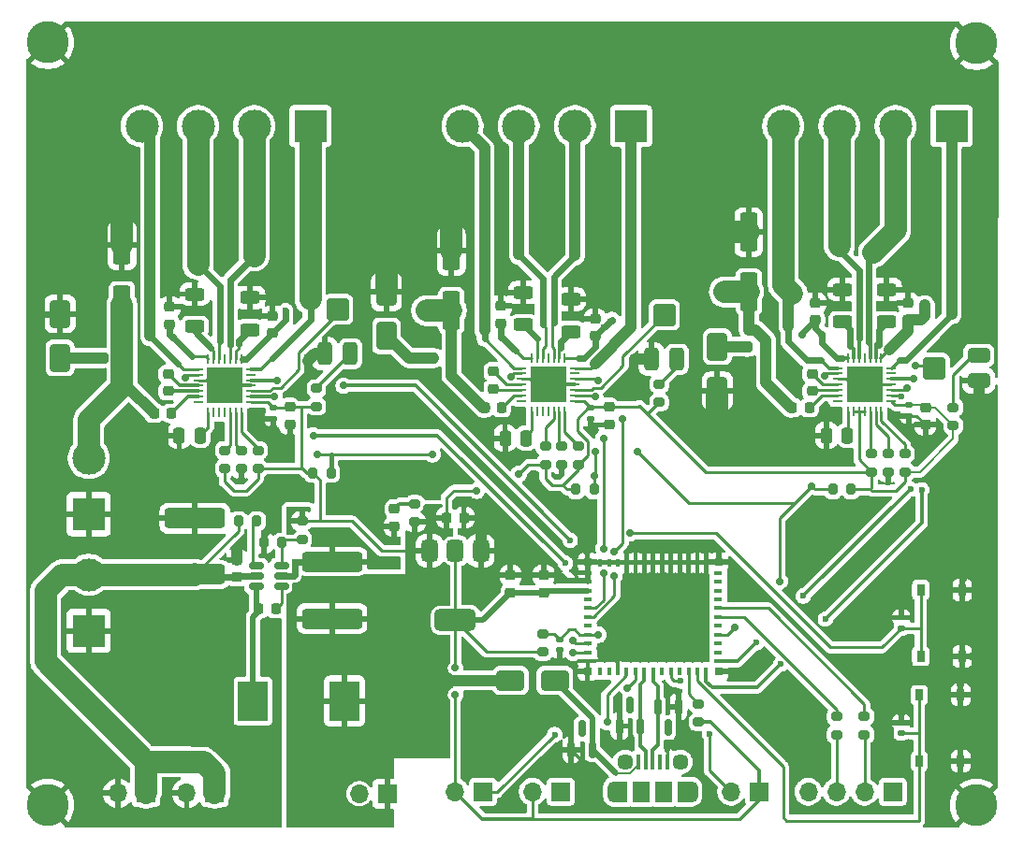
<source format=gbr>
%TF.GenerationSoftware,KiCad,Pcbnew,9.0.0*%
%TF.CreationDate,2025-05-09T17:06:20-07:00*%
%TF.ProjectId,Motor_Controller_Board_v1,4d6f746f-725f-4436-9f6e-74726f6c6c65,v1*%
%TF.SameCoordinates,Original*%
%TF.FileFunction,Copper,L1,Top*%
%TF.FilePolarity,Positive*%
%FSLAX46Y46*%
G04 Gerber Fmt 4.6, Leading zero omitted, Abs format (unit mm)*
G04 Created by KiCad (PCBNEW 9.0.0) date 2025-05-09 17:06:20*
%MOMM*%
%LPD*%
G01*
G04 APERTURE LIST*
G04 Aperture macros list*
%AMRoundRect*
0 Rectangle with rounded corners*
0 $1 Rounding radius*
0 $2 $3 $4 $5 $6 $7 $8 $9 X,Y pos of 4 corners*
0 Add a 4 corners polygon primitive as box body*
4,1,4,$2,$3,$4,$5,$6,$7,$8,$9,$2,$3,0*
0 Add four circle primitives for the rounded corners*
1,1,$1+$1,$2,$3*
1,1,$1+$1,$4,$5*
1,1,$1+$1,$6,$7*
1,1,$1+$1,$8,$9*
0 Add four rect primitives between the rounded corners*
20,1,$1+$1,$2,$3,$4,$5,0*
20,1,$1+$1,$4,$5,$6,$7,0*
20,1,$1+$1,$6,$7,$8,$9,0*
20,1,$1+$1,$8,$9,$2,$3,0*%
%AMFreePoly0*
4,1,6,0.725000,-0.725000,-0.725000,-0.725000,-0.725000,0.125000,-0.125000,0.725000,0.725000,0.725000,0.725000,-0.725000,0.725000,-0.725000,$1*%
G04 Aperture macros list end*
%TA.AperFunction,SMDPad,CuDef*%
%ADD10RoundRect,0.200000X0.200000X0.275000X-0.200000X0.275000X-0.200000X-0.275000X0.200000X-0.275000X0*%
%TD*%
%TA.AperFunction,SMDPad,CuDef*%
%ADD11RoundRect,0.250000X0.400000X0.750000X-0.400000X0.750000X-0.400000X-0.750000X0.400000X-0.750000X0*%
%TD*%
%TA.AperFunction,SMDPad,CuDef*%
%ADD12RoundRect,0.250000X0.750000X0.750000X-0.750000X0.750000X-0.750000X-0.750000X0.750000X-0.750000X0*%
%TD*%
%TA.AperFunction,SMDPad,CuDef*%
%ADD13RoundRect,0.225000X-0.250000X0.225000X-0.250000X-0.225000X0.250000X-0.225000X0.250000X0.225000X0*%
%TD*%
%TA.AperFunction,SMDPad,CuDef*%
%ADD14RoundRect,0.200000X0.275000X-0.200000X0.275000X0.200000X-0.275000X0.200000X-0.275000X-0.200000X0*%
%TD*%
%TA.AperFunction,ComponentPad*%
%ADD15C,3.000000*%
%TD*%
%TA.AperFunction,ComponentPad*%
%ADD16R,3.000000X3.000000*%
%TD*%
%TA.AperFunction,SMDPad,CuDef*%
%ADD17RoundRect,0.250000X-1.000000X-0.650000X1.000000X-0.650000X1.000000X0.650000X-1.000000X0.650000X0*%
%TD*%
%TA.AperFunction,SMDPad,CuDef*%
%ADD18RoundRect,0.225000X-0.225000X-0.250000X0.225000X-0.250000X0.225000X0.250000X-0.225000X0.250000X0*%
%TD*%
%TA.AperFunction,SMDPad,CuDef*%
%ADD19RoundRect,0.150000X0.150000X-0.587500X0.150000X0.587500X-0.150000X0.587500X-0.150000X-0.587500X0*%
%TD*%
%TA.AperFunction,SMDPad,CuDef*%
%ADD20R,0.750000X1.000000*%
%TD*%
%TA.AperFunction,SMDPad,CuDef*%
%ADD21RoundRect,0.250000X0.550000X-1.500000X0.550000X1.500000X-0.550000X1.500000X-0.550000X-1.500000X0*%
%TD*%
%TA.AperFunction,SMDPad,CuDef*%
%ADD22RoundRect,0.140000X0.170000X-0.140000X0.170000X0.140000X-0.170000X0.140000X-0.170000X-0.140000X0*%
%TD*%
%TA.AperFunction,SMDPad,CuDef*%
%ADD23RoundRect,0.250000X-0.750000X0.400000X-0.750000X-0.400000X0.750000X-0.400000X0.750000X0.400000X0*%
%TD*%
%TA.AperFunction,SMDPad,CuDef*%
%ADD24RoundRect,0.250000X-0.750000X0.750000X-0.750000X-0.750000X0.750000X-0.750000X0.750000X0.750000X0*%
%TD*%
%TA.AperFunction,SMDPad,CuDef*%
%ADD25RoundRect,0.225000X0.250000X-0.225000X0.250000X0.225000X-0.250000X0.225000X-0.250000X-0.225000X0*%
%TD*%
%TA.AperFunction,ComponentPad*%
%ADD26O,1.700000X1.700000*%
%TD*%
%TA.AperFunction,ComponentPad*%
%ADD27R,1.700000X1.700000*%
%TD*%
%TA.AperFunction,SMDPad,CuDef*%
%ADD28RoundRect,0.225000X0.225000X0.250000X-0.225000X0.250000X-0.225000X-0.250000X0.225000X-0.250000X0*%
%TD*%
%TA.AperFunction,SMDPad,CuDef*%
%ADD29RoundRect,0.250000X0.250000X0.475000X-0.250000X0.475000X-0.250000X-0.475000X0.250000X-0.475000X0*%
%TD*%
%TA.AperFunction,SMDPad,CuDef*%
%ADD30RoundRect,0.250000X-0.650000X1.000000X-0.650000X-1.000000X0.650000X-1.000000X0.650000X1.000000X0*%
%TD*%
%TA.AperFunction,SMDPad,CuDef*%
%ADD31RoundRect,0.250000X0.625000X-0.312500X0.625000X0.312500X-0.625000X0.312500X-0.625000X-0.312500X0*%
%TD*%
%TA.AperFunction,SMDPad,CuDef*%
%ADD32RoundRect,0.200000X-0.200000X-0.275000X0.200000X-0.275000X0.200000X0.275000X-0.200000X0.275000X0*%
%TD*%
%TA.AperFunction,SMDPad,CuDef*%
%ADD33RoundRect,0.140000X-0.170000X0.140000X-0.170000X-0.140000X0.170000X-0.140000X0.170000X0.140000X0*%
%TD*%
%TA.AperFunction,SMDPad,CuDef*%
%ADD34RoundRect,0.200000X-0.275000X0.200000X-0.275000X-0.200000X0.275000X-0.200000X0.275000X0.200000X0*%
%TD*%
%TA.AperFunction,SMDPad,CuDef*%
%ADD35RoundRect,0.250000X2.450000X-0.650000X2.450000X0.650000X-2.450000X0.650000X-2.450000X-0.650000X0*%
%TD*%
%TA.AperFunction,SMDPad,CuDef*%
%ADD36RoundRect,0.218750X0.256250X-0.218750X0.256250X0.218750X-0.256250X0.218750X-0.256250X-0.218750X0*%
%TD*%
%TA.AperFunction,SMDPad,CuDef*%
%ADD37RoundRect,0.250000X0.650000X-1.000000X0.650000X1.000000X-0.650000X1.000000X-0.650000X-1.000000X0*%
%TD*%
%TA.AperFunction,HeatsinkPad*%
%ADD38C,0.500000*%
%TD*%
%TA.AperFunction,HeatsinkPad*%
%ADD39R,3.250000X3.250000*%
%TD*%
%TA.AperFunction,SMDPad,CuDef*%
%ADD40RoundRect,0.062500X-0.062500X-0.387500X0.062500X-0.387500X0.062500X0.387500X-0.062500X0.387500X0*%
%TD*%
%TA.AperFunction,SMDPad,CuDef*%
%ADD41RoundRect,0.062500X-0.387500X-0.062500X0.387500X-0.062500X0.387500X0.062500X-0.387500X0.062500X0*%
%TD*%
%TA.AperFunction,SMDPad,CuDef*%
%ADD42R,2.700000X3.600000*%
%TD*%
%TA.AperFunction,HeatsinkPad*%
%ADD43O,1.200000X1.900000*%
%TD*%
%TA.AperFunction,SMDPad,CuDef*%
%ADD44R,1.200000X1.900000*%
%TD*%
%TA.AperFunction,HeatsinkPad*%
%ADD45C,1.450000*%
%TD*%
%TA.AperFunction,SMDPad,CuDef*%
%ADD46R,1.500000X1.900000*%
%TD*%
%TA.AperFunction,SMDPad,CuDef*%
%ADD47R,0.400000X1.350000*%
%TD*%
%TA.AperFunction,SMDPad,CuDef*%
%ADD48RoundRect,0.375000X-0.375000X0.625000X-0.375000X-0.625000X0.375000X-0.625000X0.375000X0.625000X0*%
%TD*%
%TA.AperFunction,SMDPad,CuDef*%
%ADD49RoundRect,0.500000X-1.400000X0.500000X-1.400000X-0.500000X1.400000X-0.500000X1.400000X0.500000X0*%
%TD*%
%TA.AperFunction,SMDPad,CuDef*%
%ADD50RoundRect,0.150000X0.512500X0.150000X-0.512500X0.150000X-0.512500X-0.150000X0.512500X-0.150000X0*%
%TD*%
%TA.AperFunction,SMDPad,CuDef*%
%ADD51RoundRect,0.150000X-0.150000X0.587500X-0.150000X-0.587500X0.150000X-0.587500X0.150000X0.587500X0*%
%TD*%
%TA.AperFunction,SMDPad,CuDef*%
%ADD52R,0.700000X0.700000*%
%TD*%
%TA.AperFunction,SMDPad,CuDef*%
%ADD53R,1.450000X1.450000*%
%TD*%
%TA.AperFunction,SMDPad,CuDef*%
%ADD54FreePoly0,0.000000*%
%TD*%
%TA.AperFunction,SMDPad,CuDef*%
%ADD55R,0.400000X0.800000*%
%TD*%
%TA.AperFunction,SMDPad,CuDef*%
%ADD56R,0.800000X0.400000*%
%TD*%
%TA.AperFunction,ComponentPad*%
%ADD57C,3.800000*%
%TD*%
%TA.AperFunction,ViaPad*%
%ADD58C,0.600000*%
%TD*%
%TA.AperFunction,ViaPad*%
%ADD59C,0.700000*%
%TD*%
%TA.AperFunction,Conductor*%
%ADD60C,0.250000*%
%TD*%
%TA.AperFunction,Conductor*%
%ADD61C,0.300000*%
%TD*%
%TA.AperFunction,Conductor*%
%ADD62C,0.600000*%
%TD*%
%TA.AperFunction,Conductor*%
%ADD63C,1.000000*%
%TD*%
%TA.AperFunction,Conductor*%
%ADD64C,2.000000*%
%TD*%
%TA.AperFunction,Conductor*%
%ADD65C,0.500000*%
%TD*%
%TA.AperFunction,Conductor*%
%ADD66C,0.400000*%
%TD*%
%TA.AperFunction,Conductor*%
%ADD67C,0.200000*%
%TD*%
%TA.AperFunction,Conductor*%
%ADD68C,0.999998*%
%TD*%
G04 APERTURE END LIST*
D10*
%TO.P,R417,2*%
%TO.N,/Stepper Drivers/V_FLYBACK*%
X143820000Y-105930000D03*
%TO.P,R417,1*%
%TO.N,+24V*%
X145470000Y-105930000D03*
%TD*%
D11*
%TO.P,RV403,3,3*%
%TO.N,GND*%
X163570000Y-106030000D03*
D12*
%TO.P,RV403,2,2*%
%TO.N,/Stepper Drivers/V_VREF*%
X164720000Y-102030000D03*
D11*
%TO.P,RV403,1,1*%
%TO.N,/Stepper Drivers/V_POT_IN*%
X165870000Y-106030000D03*
%TD*%
D13*
%TO.P,C414,2*%
%TO.N,+24V*%
X129270000Y-103680000D03*
%TO.P,C414,1*%
%TO.N,GND*%
X129270000Y-102130000D03*
%TD*%
%TO.P,C203,2*%
%TO.N,/Power Supply/DIGITAL_POWER_+24V*%
X126070000Y-125755000D03*
%TO.P,C203,1*%
%TO.N,GND*%
X126070000Y-124205000D03*
%TD*%
D14*
%TO.P,R418,2*%
%TO.N,/Stepper Drivers/V_ROSC*%
X155470000Y-113930000D03*
%TO.P,R418,1*%
%TO.N,GND*%
X155470000Y-115580000D03*
%TD*%
D15*
%TO.P,J401,4,Pin_4*%
%TO.N,/Stepper Drivers/AGITATE_2B*%
X175480000Y-84930000D03*
%TO.P,J401,3,Pin_3*%
%TO.N,/Stepper Drivers/AGITATE_2A*%
X180560000Y-84930000D03*
%TO.P,J401,2,Pin_2*%
%TO.N,/Stepper Drivers/AGITATE_1A*%
X185640000Y-84930000D03*
D16*
%TO.P,J401,1,Pin_1*%
%TO.N,/Stepper Drivers/AGITATE_1B*%
X190720000Y-84930000D03*
%TD*%
D17*
%TO.P,D303,2,A*%
%TO.N,/Microcontroller/+VBUS*%
X154820000Y-135130000D03*
%TO.P,D303,1,K*%
%TO.N,+5V*%
X150820000Y-135130000D03*
%TD*%
D18*
%TO.P,C205,2*%
%TO.N,GND*%
X146595000Y-120380000D03*
%TO.P,C205,1*%
%TO.N,+5V*%
X145045000Y-120380000D03*
%TD*%
D11*
%TO.P,RV402,3,3*%
%TO.N,GND*%
X134020000Y-105530000D03*
D12*
%TO.P,RV402,2,2*%
%TO.N,/Stepper Drivers/H_VREF*%
X135170000Y-101530000D03*
D11*
%TO.P,RV402,1,1*%
%TO.N,/Stepper Drivers/H_POT_IN*%
X136320000Y-105530000D03*
%TD*%
D19*
%TO.P,D304,3*%
%TO.N,N/C*%
X157270000Y-139505000D03*
%TO.P,D304,2,A*%
%TO.N,/Microcontroller/+VBUS*%
X158220000Y-141380000D03*
%TO.P,D304,1,K*%
%TO.N,GND*%
X156320000Y-141380000D03*
%TD*%
D20*
%TO.P,SW301,2,2*%
%TO.N,/Microcontroller/EN*%
X187920000Y-132930000D03*
X187920000Y-126930000D03*
%TO.P,SW301,1,1*%
%TO.N,GND*%
X191670000Y-132930000D03*
X191670000Y-126930000D03*
%TD*%
D21*
%TO.P,C407,2*%
%TO.N,GND*%
X172365000Y-94530000D03*
%TO.P,C407,1*%
%TO.N,+24V*%
X172365000Y-99930000D03*
%TD*%
D13*
%TO.P,C424,2*%
%TO.N,/Stepper Drivers/V_CP2*%
X149270000Y-108705000D03*
%TO.P,C424,1*%
%TO.N,/Stepper Drivers/V_CP1*%
X149270000Y-107155000D03*
%TD*%
D22*
%TO.P,C409,2*%
%TO.N,+5V*%
X129370000Y-110450000D03*
%TO.P,C409,1*%
%TO.N,GND*%
X129370000Y-111410000D03*
%TD*%
D23*
%TO.P,RV401,3,3*%
%TO.N,GND*%
X193170000Y-107980000D03*
D24*
%TO.P,RV401,2,2*%
%TO.N,/Stepper Drivers/A_VREF*%
X189170000Y-106830000D03*
D23*
%TO.P,RV401,1,1*%
%TO.N,/Stepper Drivers/A_POT_IN*%
X193170000Y-105680000D03*
%TD*%
D25*
%TO.P,C206,2*%
%TO.N,GND*%
X150820000Y-125605000D03*
%TO.P,C206,1*%
%TO.N,+3.3V*%
X150820000Y-127155000D03*
%TD*%
D13*
%TO.P,C413,2*%
%TO.N,+24V*%
X120000000Y-102850000D03*
%TO.P,C413,1*%
%TO.N,GND*%
X120000000Y-101300000D03*
%TD*%
D26*
%TO.P,J202,2,Pin_2*%
%TO.N,GND*%
X137130000Y-145380000D03*
D27*
%TO.P,J202,1,Pin_1*%
%TO.N,+5V*%
X139670000Y-145380000D03*
%TD*%
D13*
%TO.P,C418,2*%
%TO.N,GND*%
X159720000Y-111930000D03*
%TO.P,C418,1*%
%TO.N,+5V*%
X159720000Y-110380000D03*
%TD*%
D28*
%TO.P,C403,2*%
%TO.N,+24V*%
X176300000Y-110430000D03*
%TO.P,C403,1*%
%TO.N,/Stepper Drivers/A_VCP*%
X177850000Y-110430000D03*
%TD*%
D21*
%TO.P,C423,2*%
%TO.N,GND*%
X145470000Y-96230000D03*
%TO.P,C423,1*%
%TO.N,+24V*%
X145470000Y-101630000D03*
%TD*%
D29*
%TO.P,C420,2*%
%TO.N,GND*%
X150320000Y-113180000D03*
%TO.P,C420,1*%
%TO.N,/Stepper Drivers/V_VREG*%
X152220000Y-113180000D03*
%TD*%
D30*
%TO.P,D401,2,A*%
%TO.N,GND*%
X169520000Y-108905000D03*
%TO.P,D401,1,K*%
%TO.N,/Stepper Drivers/A_FLYBACK*%
X169520000Y-104905000D03*
%TD*%
D31*
%TO.P,R414,2*%
%TO.N,GND*%
X122270000Y-100137500D03*
%TO.P,R414,1*%
%TO.N,/Stepper Drivers/H_SENSE2*%
X122270000Y-103062500D03*
%TD*%
D14*
%TO.P,R415,2*%
%TO.N,/Stepper Drivers/H_RESET*%
X124970000Y-114280000D03*
%TO.P,R415,1*%
%TO.N,+5V*%
X124970000Y-115930000D03*
%TD*%
D32*
%TO.P,R419,2*%
%TO.N,DRIVER_ENABLE*%
X158370000Y-117830000D03*
%TO.P,R419,1*%
%TO.N,+5V*%
X156720000Y-117830000D03*
%TD*%
D14*
%TO.P,R411,2*%
%TO.N,/Stepper Drivers/H_ROSC*%
X126470000Y-114280000D03*
%TO.P,R411,1*%
%TO.N,GND*%
X126470000Y-115930000D03*
%TD*%
D13*
%TO.P,C402,2*%
%TO.N,GND*%
X188350000Y-111980000D03*
%TO.P,C402,1*%
%TO.N,+5V*%
X188350000Y-110430000D03*
%TD*%
D10*
%TO.P,R402,2*%
%TO.N,/Stepper Drivers/A_FLYBACK*%
X172275000Y-104930000D03*
%TO.P,R402,1*%
%TO.N,+24V*%
X173925000Y-104930000D03*
%TD*%
D14*
%TO.P,R403,2*%
%TO.N,/Stepper Drivers/A_ROSC*%
X184970000Y-114605000D03*
%TO.P,R403,1*%
%TO.N,GND*%
X184970000Y-116255000D03*
%TD*%
D33*
%TO.P,C304,2*%
%TO.N,GND*%
X155242000Y-132340000D03*
%TO.P,C304,1*%
%TO.N,/Microcontroller/EN*%
X155242000Y-131380000D03*
%TD*%
D21*
%TO.P,C415,2*%
%TO.N,GND*%
X115670000Y-95730000D03*
%TO.P,C415,1*%
%TO.N,+24V*%
X115670000Y-101130000D03*
%TD*%
D34*
%TO.P,R407,2*%
%TO.N,+5V*%
X133270000Y-110330000D03*
%TO.P,R407,1*%
%TO.N,/Stepper Drivers/H_POT_IN*%
X133270000Y-108680000D03*
%TD*%
%TO.P,R203,2*%
%TO.N,/Power Supply/BUCK_FB*%
X131970000Y-122355000D03*
%TO.P,R203,1*%
%TO.N,+5V*%
X131970000Y-120705000D03*
%TD*%
D35*
%TO.P,C204,2*%
%TO.N,GND*%
X134670000Y-124430000D03*
%TO.P,C204,1*%
%TO.N,+5V*%
X134670000Y-129530000D03*
%TD*%
D34*
%TO.P,R412,2*%
%TO.N,+5V*%
X164270000Y-109930000D03*
%TO.P,R412,1*%
%TO.N,/Stepper Drivers/V_POT_IN*%
X164270000Y-108280000D03*
%TD*%
D26*
%TO.P,J304,2,Pin_2*%
%TO.N,+3.3V*%
X152810000Y-145205000D03*
D27*
%TO.P,J304,1,Pin_1*%
%TO.N,/Microcontroller/VERTICAL_SWITCH*%
X155350000Y-145205000D03*
%TD*%
D22*
%TO.P,C401,2*%
%TO.N,+5V*%
X186850000Y-110200000D03*
%TO.P,C401,1*%
%TO.N,GND*%
X186850000Y-111160000D03*
%TD*%
D26*
%TO.P,J206,2,Pin_2*%
%TO.N,GND*%
X121530000Y-145330000D03*
D27*
%TO.P,J206,1,Pin_1*%
%TO.N,/Power Supply/DIGITAL_POWER_+24V*%
X124070000Y-145330000D03*
%TD*%
D34*
%TO.P,R201,2*%
%TO.N,+5V*%
X142170000Y-120790000D03*
%TO.P,R201,1*%
%TO.N,Net-(D201-A)*%
X142170000Y-119140000D03*
%TD*%
D36*
%TO.P,D201,2,A*%
%TO.N,Net-(D201-A)*%
X140320000Y-119592500D03*
%TO.P,D201,1,K*%
%TO.N,GND*%
X140320000Y-121167500D03*
%TD*%
D34*
%TO.P,R302,2*%
%TO.N,/Microcontroller/RXD*%
X182820000Y-140030000D03*
%TO.P,R302,1*%
%TO.N,/Microcontroller/TXD0*%
X182820000Y-138380000D03*
%TD*%
D31*
%TO.P,R421,2*%
%TO.N,GND*%
X151970000Y-100005000D03*
%TO.P,R421,1*%
%TO.N,/Stepper Drivers/V_SENSE2*%
X151970000Y-102930000D03*
%TD*%
D26*
%TO.P,J305,2,Pin_2*%
%TO.N,+3.3V*%
X145810000Y-145205000D03*
D27*
%TO.P,J305,1,Pin_1*%
%TO.N,/Microcontroller/HORIZONTAL_SWITCH*%
X148350000Y-145205000D03*
%TD*%
D29*
%TO.P,C412,2*%
%TO.N,GND*%
X120850000Y-112930000D03*
%TO.P,C412,1*%
%TO.N,/Stepper Drivers/H_VREG*%
X122750000Y-112930000D03*
%TD*%
D26*
%TO.P,J303,2,Pin_2*%
%TO.N,/Microcontroller/AGITATION_SWITCH*%
X170770000Y-145205000D03*
D27*
%TO.P,J303,1,Pin_1*%
%TO.N,+3.3V*%
X173310000Y-145205000D03*
%TD*%
D37*
%TO.P,D402,2,A*%
%TO.N,GND*%
X110070000Y-101930000D03*
%TO.P,D402,1,K*%
%TO.N,/Stepper Drivers/H_FLYBACK*%
X110070000Y-105930000D03*
%TD*%
D32*
%TO.P,R202,2*%
%TO.N,/Power Supply/BUCK_EN*%
X127870000Y-120680000D03*
%TO.P,R202,1*%
%TO.N,/Power Supply/DIGITAL_POWER_+24V*%
X126220000Y-120680000D03*
%TD*%
D35*
%TO.P,C202,2*%
%TO.N,GND*%
X122270000Y-120430000D03*
%TO.P,C202,1*%
%TO.N,/Power Supply/DIGITAL_POWER_+24V*%
X122270000Y-125530000D03*
%TD*%
D37*
%TO.P,D403,2,A*%
%TO.N,GND*%
X139600000Y-99930000D03*
%TO.P,D403,1,K*%
%TO.N,/Stepper Drivers/V_FLYBACK*%
X139600000Y-103930000D03*
%TD*%
D31*
%TO.P,R404,2*%
%TO.N,GND*%
X184850000Y-99717500D03*
%TO.P,R404,1*%
%TO.N,/Stepper Drivers/A_SENSE1*%
X184850000Y-102642500D03*
%TD*%
D13*
%TO.P,C421,2*%
%TO.N,+24V*%
X149970000Y-102775000D03*
%TO.P,C421,1*%
%TO.N,GND*%
X149970000Y-101225000D03*
%TD*%
D34*
%TO.P,R401,2*%
%TO.N,+5V*%
X190870000Y-112055000D03*
%TO.P,R401,1*%
%TO.N,/Stepper Drivers/A_POT_IN*%
X190870000Y-110405000D03*
%TD*%
D38*
%TO.P,U401,29,GND*%
%TO.N,GND*%
X183850000Y-109330000D03*
X183850000Y-108330000D03*
X183850000Y-107330000D03*
X182850000Y-109330000D03*
D39*
X182850000Y-108330000D03*
D38*
X182850000Y-108330000D03*
X182850000Y-107330000D03*
X181850000Y-109330000D03*
X181850000Y-108330000D03*
X181850000Y-107330000D03*
D40*
%TO.P,U401,28,VBB2*%
%TO.N,+24V*%
X181350000Y-105930000D03*
%TO.P,U401,27,SENSE2*%
%TO.N,/Stepper Drivers/A_SENSE2*%
X181850000Y-105930000D03*
%TO.P,U401,26,OUT2A*%
%TO.N,/Stepper Drivers/AGITATE_2A*%
X182350000Y-105930000D03*
%TO.P,U401,25,NC*%
%TO.N,unconnected-(U401-NC-Pad25)*%
X182850000Y-105930000D03*
%TO.P,U401,24,OUT1A*%
%TO.N,/Stepper Drivers/AGITATE_1A*%
X183350000Y-105930000D03*
%TO.P,U401,23,SENSE1*%
%TO.N,/Stepper Drivers/A_SENSE1*%
X183850000Y-105930000D03*
%TO.P,U401,22,VBB1*%
%TO.N,+24V*%
X184350000Y-105930000D03*
D41*
%TO.P,U401,21,OUT1B*%
%TO.N,/Stepper Drivers/AGITATE_1B*%
X185250000Y-106830000D03*
%TO.P,U401,20,NC*%
%TO.N,unconnected-(U401-NC-Pad20)*%
X185250000Y-107330000D03*
%TO.P,U401,19,DIR*%
%TO.N,AGITATION_DIR*%
X185250000Y-107830000D03*
%TO.P,U401,18,GND*%
%TO.N,GND*%
X185250000Y-108330000D03*
%TO.P,U401,17,VREF*%
%TO.N,/Stepper Drivers/A_VREF*%
X185250000Y-108830000D03*
%TO.P,U401,16,STEP*%
%TO.N,AGITATION_STEP*%
X185250000Y-109330000D03*
%TO.P,U401,15,VDD*%
%TO.N,+5V*%
X185250000Y-109830000D03*
D40*
%TO.P,U401,14,~{SLEEP}*%
%TO.N,/Stepper Drivers/A_SLEEP*%
X184350000Y-110730000D03*
%TO.P,U401,13,ROSC*%
%TO.N,/Stepper Drivers/A_ROSC*%
X183850000Y-110730000D03*
%TO.P,U401,12,~{RESET}*%
%TO.N,/Stepper Drivers/A_RESET*%
X183350000Y-110730000D03*
%TO.P,U401,11,MS3*%
%TO.N,+5V*%
X182850000Y-110730000D03*
%TO.P,U401,10,MS2*%
X182350000Y-110730000D03*
%TO.P,U401,9,MS1*%
X181850000Y-110730000D03*
%TO.P,U401,8,VREG*%
%TO.N,/Stepper Drivers/A_VREG*%
X181350000Y-110730000D03*
D41*
%TO.P,U401,7,NC*%
%TO.N,unconnected-(U401-NC-Pad7)*%
X180450000Y-109830000D03*
%TO.P,U401,6,VCP*%
%TO.N,/Stepper Drivers/A_VCP*%
X180450000Y-109330000D03*
%TO.P,U401,5,CP2*%
%TO.N,/Stepper Drivers/A_CP2*%
X180450000Y-108830000D03*
%TO.P,U401,4,CP1*%
%TO.N,/Stepper Drivers/A_CP1*%
X180450000Y-108330000D03*
%TO.P,U401,3,GND*%
%TO.N,GND*%
X180450000Y-107830000D03*
%TO.P,U401,2,~{ENABLE}*%
%TO.N,DRIVER_ENABLE*%
X180450000Y-107330000D03*
%TO.P,U401,1,OUT2B*%
%TO.N,/Stepper Drivers/AGITATE_2B*%
X180450000Y-106830000D03*
%TD*%
D34*
%TO.P,R303,2*%
%TO.N,/Microcontroller/TXD*%
X180310000Y-140030000D03*
%TO.P,R303,1*%
%TO.N,/Microcontroller/RXD0*%
X180310000Y-138380000D03*
%TD*%
D26*
%TO.P,J207,2,Pin_2*%
%TO.N,GND*%
X115305000Y-145330000D03*
D27*
%TO.P,J207,1,Pin_1*%
%TO.N,/Power Supply/DIGITAL_POWER_+24V*%
X117845000Y-145330000D03*
%TD*%
D42*
%TO.P,L201,2,2*%
%TO.N,+5V*%
X135820000Y-136980000D03*
%TO.P,L201,1,1*%
%TO.N,/Power Supply/BUCK_SW*%
X127520000Y-136980000D03*
%TD*%
D28*
%TO.P,C411,2*%
%TO.N,+24V*%
X118595000Y-110930000D03*
%TO.P,C411,1*%
%TO.N,/Stepper Drivers/H_VCP*%
X120145000Y-110930000D03*
%TD*%
D31*
%TO.P,R420,2*%
%TO.N,GND*%
X156260000Y-100605000D03*
%TO.P,R420,1*%
%TO.N,/Stepper Drivers/V_SENSE1*%
X156260000Y-103530000D03*
%TD*%
D43*
%TO.P,J302,6,Shield*%
%TO.N,unconnected-(J302-Shield-Pad6)*%
X167170000Y-145205000D03*
D44*
%TO.N,unconnected-(J302-Shield-Pad6)_5*%
X166570000Y-145205000D03*
D45*
%TO.N,unconnected-(J302-Shield-Pad6)_1*%
X166170000Y-142505000D03*
D46*
%TO.N,unconnected-(J302-Shield-Pad6)_7*%
X164670000Y-145205000D03*
%TO.N,unconnected-(J302-Shield-Pad6)_3*%
X162670000Y-145205000D03*
D45*
%TO.N,unconnected-(J302-Shield-Pad6)_4*%
X161170000Y-142505000D03*
D44*
%TO.N,unconnected-(J302-Shield-Pad6)_2*%
X160770000Y-145205000D03*
D43*
%TO.N,unconnected-(J302-Shield-Pad6)_6*%
X160170000Y-145205000D03*
D47*
%TO.P,J302,5,GND*%
%TO.N,GND*%
X164970000Y-142505000D03*
%TO.P,J302,4,ID*%
%TO.N,unconnected-(J302-ID-Pad4)*%
X164320000Y-142505000D03*
%TO.P,J302,3,D+*%
%TO.N,/Microcontroller/USB_D+*%
X163670000Y-142505000D03*
%TO.P,J302,2,D-*%
%TO.N,/Microcontroller/USB_D-*%
X163020000Y-142505000D03*
%TO.P,J302,1,VBUS*%
%TO.N,/Microcontroller/+VBUS*%
X162370000Y-142505000D03*
%TD*%
D33*
%TO.P,C301,2*%
%TO.N,+3.3V*%
X155830000Y-127035000D03*
%TO.P,C301,1*%
%TO.N,GND*%
X155830000Y-126075000D03*
%TD*%
D15*
%TO.P,J203,2,Pin_2*%
%TO.N,+24V*%
X112670000Y-114990000D03*
D16*
%TO.P,J203,1,Pin_1*%
%TO.N,GND*%
X112670000Y-120070000D03*
%TD*%
D28*
%TO.P,C419,2*%
%TO.N,+24V*%
X148470000Y-110430000D03*
%TO.P,C419,1*%
%TO.N,/Stepper Drivers/V_VCP*%
X150020000Y-110430000D03*
%TD*%
D29*
%TO.P,C404,2*%
%TO.N,GND*%
X179400000Y-112930000D03*
%TO.P,C404,1*%
%TO.N,/Stepper Drivers/A_VREG*%
X181300000Y-112930000D03*
%TD*%
D14*
%TO.P,R304,2*%
%TO.N,/Microcontroller/IO8*%
X167820000Y-137230000D03*
%TO.P,R304,1*%
%TO.N,+3.3V*%
X167820000Y-138880000D03*
%TD*%
D48*
%TO.P,U202,3,VI*%
%TO.N,+5V*%
X143520000Y-123380000D03*
D49*
%TO.P,U202,2,VO*%
%TO.N,+3.3V*%
X145820000Y-129680000D03*
D48*
X145820000Y-123380000D03*
%TO.P,U202,1,ADJ*%
%TO.N,GND*%
X148120000Y-123380000D03*
%TD*%
D18*
%TO.P,C201,2*%
%TO.N,/Power Supply/BUCK_BST*%
X129595000Y-128630000D03*
%TO.P,C201,1*%
%TO.N,/Power Supply/BUCK_SW*%
X128045000Y-128630000D03*
%TD*%
D33*
%TO.P,C303,2*%
%TO.N,/Microcontroller/EN*%
X186170000Y-130390000D03*
%TO.P,C303,1*%
%TO.N,GND*%
X186170000Y-129430000D03*
%TD*%
D13*
%TO.P,C405,2*%
%TO.N,+24V*%
X178400000Y-102475000D03*
%TO.P,C405,1*%
%TO.N,GND*%
X178400000Y-100925000D03*
%TD*%
%TO.P,C416,2*%
%TO.N,/Stepper Drivers/H_CP2*%
X119850000Y-108930000D03*
%TO.P,C416,1*%
%TO.N,/Stepper Drivers/H_CP1*%
X119850000Y-107380000D03*
%TD*%
D33*
%TO.P,C305,2*%
%TO.N,/Microcontroller/BOOT*%
X186170000Y-139890000D03*
%TO.P,C305,1*%
%TO.N,GND*%
X186170000Y-138930000D03*
%TD*%
D14*
%TO.P,R423,2*%
%TO.N,/Stepper Drivers/V_SLEEP*%
X156970000Y-113930000D03*
%TO.P,R423,1*%
%TO.N,+5V*%
X156970000Y-115580000D03*
%TD*%
D31*
%TO.P,R413,2*%
%TO.N,GND*%
X127270000Y-100442500D03*
%TO.P,R413,1*%
%TO.N,/Stepper Drivers/H_SENSE1*%
X127270000Y-103367500D03*
%TD*%
D13*
%TO.P,C406,2*%
%TO.N,+24V*%
X186790000Y-102485000D03*
%TO.P,C406,1*%
%TO.N,GND*%
X186790000Y-100935000D03*
%TD*%
D38*
%TO.P,U403,29,GND*%
%TO.N,GND*%
X155220000Y-109330000D03*
X155220000Y-108330000D03*
X155220000Y-107330000D03*
X154220000Y-109330000D03*
D39*
X154220000Y-108330000D03*
D38*
X154220000Y-108330000D03*
X154220000Y-107330000D03*
X153220000Y-109330000D03*
X153220000Y-108330000D03*
X153220000Y-107330000D03*
D40*
%TO.P,U403,28,VBB2*%
%TO.N,+24V*%
X152720000Y-105930000D03*
%TO.P,U403,27,SENSE2*%
%TO.N,/Stepper Drivers/V_SENSE2*%
X153220000Y-105930000D03*
%TO.P,U403,26,OUT2A*%
%TO.N,/Stepper Drivers/VERTICAL_2A*%
X153720000Y-105930000D03*
%TO.P,U403,25,NC*%
%TO.N,unconnected-(U403-NC-Pad25)*%
X154220000Y-105930000D03*
%TO.P,U403,24,OUT1A*%
%TO.N,/Stepper Drivers/VERTICAL_1A*%
X154720000Y-105930000D03*
%TO.P,U403,23,SENSE1*%
%TO.N,/Stepper Drivers/V_SENSE1*%
X155220000Y-105930000D03*
%TO.P,U403,22,VBB1*%
%TO.N,+24V*%
X155720000Y-105930000D03*
D41*
%TO.P,U403,21,OUT1B*%
%TO.N,/Stepper Drivers/VERTICAL_1B*%
X156620000Y-106830000D03*
%TO.P,U403,20,NC*%
%TO.N,unconnected-(U403-NC-Pad20)*%
X156620000Y-107330000D03*
%TO.P,U403,19,DIR*%
%TO.N,VERTICAL_DIR*%
X156620000Y-107830000D03*
%TO.P,U403,18,GND*%
%TO.N,GND*%
X156620000Y-108330000D03*
%TO.P,U403,17,VREF*%
%TO.N,/Stepper Drivers/V_VREF*%
X156620000Y-108830000D03*
%TO.P,U403,16,STEP*%
%TO.N,VERTICAL_STEP*%
X156620000Y-109330000D03*
%TO.P,U403,15,VDD*%
%TO.N,+5V*%
X156620000Y-109830000D03*
D40*
%TO.P,U403,14,~{SLEEP}*%
%TO.N,/Stepper Drivers/V_SLEEP*%
X155720000Y-110730000D03*
%TO.P,U403,13,ROSC*%
%TO.N,/Stepper Drivers/V_ROSC*%
X155220000Y-110730000D03*
%TO.P,U403,12,~{RESET}*%
%TO.N,/Stepper Drivers/V_RESET*%
X154720000Y-110730000D03*
%TO.P,U403,11,MS3*%
%TO.N,unconnected-(U403-MS3-Pad11)*%
X154220000Y-110730000D03*
%TO.P,U403,10,MS2*%
%TO.N,unconnected-(U403-MS2-Pad10)*%
X153720000Y-110730000D03*
%TO.P,U403,9,MS1*%
%TO.N,unconnected-(U403-MS1-Pad9)*%
X153220000Y-110730000D03*
%TO.P,U403,8,VREG*%
%TO.N,/Stepper Drivers/V_VREG*%
X152720000Y-110730000D03*
D41*
%TO.P,U403,7,NC*%
%TO.N,unconnected-(U403-NC-Pad7)*%
X151820000Y-109830000D03*
%TO.P,U403,6,VCP*%
%TO.N,/Stepper Drivers/V_VCP*%
X151820000Y-109330000D03*
%TO.P,U403,5,CP2*%
%TO.N,/Stepper Drivers/V_CP2*%
X151820000Y-108830000D03*
%TO.P,U403,4,CP1*%
%TO.N,/Stepper Drivers/V_CP1*%
X151820000Y-108330000D03*
%TO.P,U403,3,GND*%
%TO.N,GND*%
X151820000Y-107830000D03*
%TO.P,U403,2,~{ENABLE}*%
%TO.N,DRIVER_ENABLE*%
X151820000Y-107330000D03*
%TO.P,U403,1,OUT2B*%
%TO.N,/Stepper Drivers/VERTICAL_2B*%
X151820000Y-106830000D03*
%TD*%
D10*
%TO.P,R409,2*%
%TO.N,DRIVER_ENABLE*%
X179970000Y-117830000D03*
%TO.P,R409,1*%
%TO.N,+5V*%
X181620000Y-117830000D03*
%TD*%
D38*
%TO.P,U402,29,GND*%
%TO.N,GND*%
X125970000Y-109430000D03*
X125970000Y-108430000D03*
X125970000Y-107430000D03*
X124970000Y-109430000D03*
D39*
X124970000Y-108430000D03*
D38*
X124970000Y-108430000D03*
X124970000Y-107430000D03*
X123970000Y-109430000D03*
X123970000Y-108430000D03*
X123970000Y-107430000D03*
D40*
%TO.P,U402,28,VBB2*%
%TO.N,+24V*%
X123470000Y-106030000D03*
%TO.P,U402,27,SENSE2*%
%TO.N,/Stepper Drivers/H_SENSE2*%
X123970000Y-106030000D03*
%TO.P,U402,26,OUT2A*%
%TO.N,/Stepper Drivers/HORIZONTAL_2A*%
X124470000Y-106030000D03*
%TO.P,U402,25,NC*%
%TO.N,unconnected-(U402-NC-Pad25)*%
X124970000Y-106030000D03*
%TO.P,U402,24,OUT1A*%
%TO.N,/Stepper Drivers/HORIZONTAL_1A*%
X125470000Y-106030000D03*
%TO.P,U402,23,SENSE1*%
%TO.N,/Stepper Drivers/H_SENSE1*%
X125970000Y-106030000D03*
%TO.P,U402,22,VBB1*%
%TO.N,+24V*%
X126470000Y-106030000D03*
D41*
%TO.P,U402,21,OUT1B*%
%TO.N,/Stepper Drivers/HORIZONTAL_1B*%
X127370000Y-106930000D03*
%TO.P,U402,20,NC*%
%TO.N,unconnected-(U402-NC-Pad20)*%
X127370000Y-107430000D03*
%TO.P,U402,19,DIR*%
%TO.N,HORIZONTAL_DIR*%
X127370000Y-107930000D03*
%TO.P,U402,18,GND*%
%TO.N,GND*%
X127370000Y-108430000D03*
%TO.P,U402,17,VREF*%
%TO.N,/Stepper Drivers/H_VREF*%
X127370000Y-108930000D03*
%TO.P,U402,16,STEP*%
%TO.N,HORIZONTAL_STEP*%
X127370000Y-109430000D03*
%TO.P,U402,15,VDD*%
%TO.N,+5V*%
X127370000Y-109930000D03*
D40*
%TO.P,U402,14,~{SLEEP}*%
%TO.N,/Stepper Drivers/H_SLEEP*%
X126470000Y-110830000D03*
%TO.P,U402,13,ROSC*%
%TO.N,/Stepper Drivers/H_ROSC*%
X125970000Y-110830000D03*
%TO.P,U402,12,~{RESET}*%
%TO.N,/Stepper Drivers/H_RESET*%
X125470000Y-110830000D03*
%TO.P,U402,11,MS3*%
%TO.N,unconnected-(U402-MS3-Pad11)*%
X124970000Y-110830000D03*
%TO.P,U402,10,MS2*%
%TO.N,unconnected-(U402-MS2-Pad10)*%
X124470000Y-110830000D03*
%TO.P,U402,9,MS1*%
%TO.N,unconnected-(U402-MS1-Pad9)*%
X123970000Y-110830000D03*
%TO.P,U402,8,VREG*%
%TO.N,/Stepper Drivers/H_VREG*%
X123470000Y-110830000D03*
D41*
%TO.P,U402,7,NC*%
%TO.N,unconnected-(U402-NC-Pad7)*%
X122570000Y-109930000D03*
%TO.P,U402,6,VCP*%
%TO.N,/Stepper Drivers/H_VCP*%
X122570000Y-109430000D03*
%TO.P,U402,5,CP2*%
%TO.N,/Stepper Drivers/H_CP2*%
X122570000Y-108930000D03*
%TO.P,U402,4,CP1*%
%TO.N,/Stepper Drivers/H_CP1*%
X122570000Y-108430000D03*
%TO.P,U402,3,GND*%
%TO.N,GND*%
X122570000Y-107930000D03*
%TO.P,U402,2,~{ENABLE}*%
%TO.N,DRIVER_ENABLE*%
X122570000Y-107430000D03*
%TO.P,U402,1,OUT2B*%
%TO.N,/Stepper Drivers/HORIZONTAL_2B*%
X122570000Y-106930000D03*
%TD*%
D13*
%TO.P,C422,2*%
%TO.N,+24V*%
X158470000Y-103930000D03*
%TO.P,C422,1*%
%TO.N,GND*%
X158470000Y-102380000D03*
%TD*%
D14*
%TO.P,R422,2*%
%TO.N,/Stepper Drivers/V_RESET*%
X153970000Y-113930000D03*
%TO.P,R422,1*%
%TO.N,+5V*%
X153970000Y-115580000D03*
%TD*%
D50*
%TO.P,U201,6,SW*%
%TO.N,/Power Supply/BUCK_SW*%
X127820000Y-126630000D03*
%TO.P,U201,5,VIN*%
%TO.N,/Power Supply/DIGITAL_POWER_+24V*%
X127820000Y-125680000D03*
%TO.P,U201,4,EN*%
%TO.N,/Power Supply/BUCK_EN*%
X127820000Y-124730000D03*
%TO.P,U201,3,FB*%
%TO.N,/Power Supply/BUCK_FB*%
X130095000Y-124730000D03*
%TO.P,U201,2,GND*%
%TO.N,GND*%
X130095000Y-125680000D03*
%TO.P,U201,1,BST*%
%TO.N,/Power Supply/BUCK_BST*%
X130095000Y-126630000D03*
%TD*%
D51*
%TO.P,D302,3*%
%TO.N,N/C*%
X165070000Y-139380000D03*
%TO.P,D302,2,A*%
%TO.N,/Microcontroller/USB_D+*%
X164120000Y-137505000D03*
%TO.P,D302,1,K*%
%TO.N,GND*%
X166020000Y-137505000D03*
%TD*%
D15*
%TO.P,J402,4,Pin_4*%
%TO.N,/Stepper Drivers/HORIZONTAL_2B*%
X117470000Y-84930000D03*
%TO.P,J402,3,Pin_3*%
%TO.N,/Stepper Drivers/HORIZONTAL_2A*%
X122550000Y-84930000D03*
%TO.P,J402,2,Pin_2*%
%TO.N,/Stepper Drivers/HORIZONTAL_1A*%
X127630000Y-84930000D03*
D16*
%TO.P,J402,1,Pin_1*%
%TO.N,/Stepper Drivers/HORIZONTAL_1B*%
X132710000Y-84930000D03*
%TD*%
D32*
%TO.P,R424,2*%
%TO.N,DRIVER_ENABLE*%
X134595000Y-116330000D03*
%TO.P,R424,1*%
%TO.N,+5V*%
X132945000Y-116330000D03*
%TD*%
D52*
%TO.P,U301,53,GND*%
%TO.N,GND*%
X157770000Y-124430000D03*
%TO.P,U301,52,GND*%
X157770000Y-134330000D03*
%TO.P,U301,51,GND*%
X169670000Y-134330000D03*
%TO.P,U301,50,GND*%
X169670000Y-124430000D03*
D53*
%TO.P,U301,49,GND*%
X165695000Y-131355000D03*
X165695000Y-129380000D03*
X165695000Y-127405000D03*
X163720000Y-131355000D03*
X163720000Y-129380000D03*
X163720000Y-127405000D03*
X161745000Y-131355000D03*
X161745000Y-129380000D03*
D54*
X161745000Y-127405000D03*
D55*
%TO.P,U301,48,GND*%
X158920000Y-124480000D03*
%TO.P,U301,47,GND*%
X159720000Y-124480000D03*
%TO.P,U301,46,GND*%
X160520000Y-124480000D03*
%TO.P,U301,45,GND*%
X161320000Y-124480000D03*
%TO.P,U301,44,GND*%
X162120000Y-124480000D03*
%TO.P,U301,43,GND*%
X162920000Y-124480000D03*
%TO.P,U301,42,GND*%
X163720000Y-124480000D03*
%TO.P,U301,41,GND*%
X164520000Y-124480000D03*
%TO.P,U301,40,GND*%
X165320000Y-124480000D03*
%TO.P,U301,39,GND*%
X166120000Y-124480000D03*
%TO.P,U301,38,GND*%
X166920000Y-124480000D03*
%TO.P,U301,37,GND*%
X167720000Y-124480000D03*
%TO.P,U301,36,GND*%
X168520000Y-124480000D03*
D56*
%TO.P,U301,35,NC*%
%TO.N,unconnected-(U301-NC-Pad35)*%
X169620000Y-125380000D03*
%TO.P,U301,34,NC*%
%TO.N,unconnected-(U301-NC-Pad34)*%
X169620000Y-126180000D03*
%TO.P,U301,33,NC*%
%TO.N,unconnected-(U301-NC-Pad33)*%
X169620000Y-126980000D03*
%TO.P,U301,32,NC*%
%TO.N,unconnected-(U301-NC-Pad32)*%
X169620000Y-127780000D03*
%TO.P,U301,31,TXD0*%
%TO.N,/Microcontroller/TXD0*%
X169620000Y-128580000D03*
%TO.P,U301,30,RXD0*%
%TO.N,/Microcontroller/RXD0*%
X169620000Y-129380000D03*
%TO.P,U301,29,IO23*%
%TO.N,unconnected-(U301-IO23-Pad29)*%
X169620000Y-130180000D03*
%TO.P,U301,28,IO22*%
%TO.N,DRIVER_ENABLE*%
X169620000Y-130980000D03*
%TO.P,U301,27,IO21*%
%TO.N,unconnected-(U301-IO21-Pad27)*%
X169620000Y-131780000D03*
%TO.P,U301,26,IO20*%
%TO.N,unconnected-(U301-IO20-Pad26)*%
X169620000Y-132580000D03*
%TO.P,U301,25,IO19*%
%TO.N,AGITATION_STEP*%
X169620000Y-133380000D03*
D55*
%TO.P,U301,24,IO18*%
%TO.N,AGITATION_DIR*%
X168520000Y-134280000D03*
%TO.P,U301,23,IO9*%
%TO.N,/Microcontroller/BOOT*%
X167720000Y-134280000D03*
%TO.P,U301,22,IO8*%
%TO.N,/Microcontroller/IO8*%
X166920000Y-134280000D03*
%TO.P,U301,21,NC*%
%TO.N,unconnected-(U301-NC-Pad21)*%
X166120000Y-134280000D03*
%TO.P,U301,20,IO15*%
%TO.N,/Microcontroller/AGITATION_SWITCH*%
X165320000Y-134280000D03*
%TO.P,U301,19,IO14*%
%TO.N,unconnected-(U301-IO14-Pad19)*%
X164520000Y-134280000D03*
%TO.P,U301,18,IO13*%
%TO.N,/Microcontroller/USB_D+*%
X163720000Y-134280000D03*
%TO.P,U301,17,IO12*%
%TO.N,/Microcontroller/USB_D-*%
X162920000Y-134280000D03*
%TO.P,U301,16,IO7*%
%TO.N,/Microcontroller/HORIZONTAL_SWITCH*%
X162120000Y-134280000D03*
%TO.P,U301,15,IO6*%
%TO.N,/Microcontroller/VERTICAL_SWITCH*%
X161320000Y-134280000D03*
%TO.P,U301,14,GND*%
%TO.N,GND*%
X160520000Y-134280000D03*
%TO.P,U301,13,IO1*%
%TO.N,unconnected-(U301-IO1-Pad13)*%
X159720000Y-134280000D03*
%TO.P,U301,12,IO0*%
%TO.N,unconnected-(U301-IO0-Pad12)*%
X158920000Y-134280000D03*
D56*
%TO.P,U301,11,GND*%
%TO.N,GND*%
X157820000Y-133380000D03*
%TO.P,U301,10,IO5*%
%TO.N,HORIZONTAL_STEP*%
X157820000Y-132580000D03*
%TO.P,U301,9,IO4*%
%TO.N,HORIZONTAL_DIR*%
X157820000Y-131780000D03*
%TO.P,U301,8,EN*%
%TO.N,/Microcontroller/EN*%
X157820000Y-130980000D03*
%TO.P,U301,7,NC*%
%TO.N,unconnected-(U301-NC-Pad7)*%
X157820000Y-130180000D03*
%TO.P,U301,6,IO3*%
%TO.N,VERTICAL_DIR*%
X157820000Y-129380000D03*
%TO.P,U301,5,IO2*%
%TO.N,VERTICAL_STEP*%
X157820000Y-128580000D03*
%TO.P,U301,4,NC*%
%TO.N,unconnected-(U301-NC-Pad4)*%
X157820000Y-127780000D03*
%TO.P,U301,3,3V3*%
%TO.N,+3.3V*%
X157820000Y-126980000D03*
%TO.P,U301,2,GND*%
%TO.N,GND*%
X157820000Y-126180000D03*
%TO.P,U301,1,GND*%
X157820000Y-125380000D03*
%TD*%
D25*
%TO.P,C302,2*%
%TO.N,GND*%
X153820000Y-125605000D03*
%TO.P,C302,1*%
%TO.N,+3.3V*%
X153820000Y-127155000D03*
%TD*%
D32*
%TO.P,R204,2*%
%TO.N,/Power Supply/BUCK_FB*%
X130145000Y-122630000D03*
%TO.P,R204,1*%
%TO.N,GND*%
X128495000Y-122630000D03*
%TD*%
D57*
%TO.P,H202,1,1*%
%TO.N,GND*%
X192970000Y-146430000D03*
%TD*%
D14*
%TO.P,R301,2*%
%TO.N,/Microcontroller/EN*%
X153742000Y-130880000D03*
%TO.P,R301,1*%
%TO.N,+3.3V*%
X153742000Y-132530000D03*
%TD*%
%TO.P,R416,2*%
%TO.N,/Stepper Drivers/H_SLEEP*%
X127970000Y-114280000D03*
%TO.P,R416,1*%
%TO.N,+5V*%
X127970000Y-115930000D03*
%TD*%
D31*
%TO.P,R405,2*%
%TO.N,GND*%
X180850000Y-99717500D03*
%TO.P,R405,1*%
%TO.N,/Stepper Drivers/A_SENSE2*%
X180850000Y-102642500D03*
%TD*%
D15*
%TO.P,J201,2,Pin_2*%
%TO.N,/Power Supply/DIGITAL_POWER_+24V*%
X112670000Y-125550000D03*
D16*
%TO.P,J201,1,Pin_1*%
%TO.N,GND*%
X112670000Y-130630000D03*
%TD*%
D14*
%TO.P,R408,2*%
%TO.N,/Stepper Drivers/A_SLEEP*%
X186470000Y-114605000D03*
%TO.P,R408,1*%
%TO.N,+5V*%
X186470000Y-116255000D03*
%TD*%
D20*
%TO.P,SW302,2,2*%
%TO.N,/Microcontroller/BOOT*%
X187795000Y-142430000D03*
X187795000Y-136430000D03*
%TO.P,SW302,1,1*%
%TO.N,GND*%
X191545000Y-142430000D03*
X191545000Y-136430000D03*
%TD*%
D13*
%TO.P,C410,2*%
%TO.N,GND*%
X130850000Y-111930000D03*
%TO.P,C410,1*%
%TO.N,+5V*%
X130850000Y-110380000D03*
%TD*%
D22*
%TO.P,C417,2*%
%TO.N,+5V*%
X158070000Y-110450000D03*
%TO.P,C417,1*%
%TO.N,GND*%
X158070000Y-111410000D03*
%TD*%
D13*
%TO.P,C408,2*%
%TO.N,/Stepper Drivers/A_CP2*%
X178100000Y-108930000D03*
%TO.P,C408,1*%
%TO.N,/Stepper Drivers/A_CP1*%
X178100000Y-107380000D03*
%TD*%
D57*
%TO.P,H201,1,1*%
%TO.N,GND*%
X192970000Y-77430000D03*
%TD*%
%TO.P,H204,1,1*%
%TO.N,GND*%
X108970000Y-77350000D03*
%TD*%
%TO.P,H203,1,1*%
%TO.N,GND*%
X108970000Y-146430000D03*
%TD*%
D14*
%TO.P,R406,2*%
%TO.N,/Stepper Drivers/A_RESET*%
X183490000Y-114605000D03*
%TO.P,R406,1*%
%TO.N,+5V*%
X183490000Y-116255000D03*
%TD*%
D15*
%TO.P,J403,4,Pin_4*%
%TO.N,/Stepper Drivers/VERTICAL_2B*%
X146480000Y-84930000D03*
%TO.P,J403,3,Pin_3*%
%TO.N,/Stepper Drivers/VERTICAL_2A*%
X151560000Y-84930000D03*
%TO.P,J403,2,Pin_2*%
%TO.N,/Stepper Drivers/VERTICAL_1A*%
X156640000Y-84930000D03*
D16*
%TO.P,J403,1,Pin_1*%
%TO.N,/Stepper Drivers/VERTICAL_1B*%
X161720000Y-84930000D03*
%TD*%
D10*
%TO.P,R410,2*%
%TO.N,/Stepper Drivers/H_FLYBACK*%
X114025000Y-105930000D03*
%TO.P,R410,1*%
%TO.N,+24V*%
X115675000Y-105930000D03*
%TD*%
D26*
%TO.P,J301,4,Pin_4*%
%TO.N,unconnected-(J301-Pin_4-Pad4)*%
X177770000Y-145205000D03*
%TO.P,J301,3,Pin_3*%
%TO.N,/Microcontroller/TXD*%
X180310000Y-145205000D03*
%TO.P,J301,2,Pin_2*%
%TO.N,/Microcontroller/RXD*%
X182850000Y-145205000D03*
D27*
%TO.P,J301,1,Pin_1*%
%TO.N,unconnected-(J301-Pin_1-Pad1)*%
X185390000Y-145205000D03*
%TD*%
D19*
%TO.P,D301,3*%
%TO.N,N/C*%
X161620000Y-137380000D03*
%TO.P,D301,2,A*%
%TO.N,/Microcontroller/USB_D-*%
X162570000Y-139255000D03*
%TO.P,D301,1,K*%
%TO.N,GND*%
X160670000Y-139255000D03*
%TD*%
D58*
%TO.N,AGITATION_DIR*%
X175250000Y-133650000D03*
D59*
%TO.N,DRIVER_ENABLE*%
X121370000Y-107730000D03*
X179270000Y-107530000D03*
D58*
%TO.N,AGITATION_DIR*%
X188000000Y-117860000D03*
D59*
%TO.N,DRIVER_ENABLE*%
X143770000Y-114630000D03*
X171070000Y-130330000D03*
%TO.N,+3.3V*%
X145800000Y-134000000D03*
%TO.N,DRIVER_ENABLE*%
X133370000Y-114630000D03*
X175170000Y-126130000D03*
X150836995Y-107622587D03*
X158370000Y-116630000D03*
X158446000Y-114400000D03*
X162300000Y-114400000D03*
%TO.N,VERTICAL_DIR*%
X160220000Y-125680000D03*
%TO.N,AGITATION_DIR*%
X187270000Y-107830000D03*
%TO.N,+3.3V*%
X145800000Y-136400000D03*
D58*
%TO.N,AGITATION_DIR*%
X179300000Y-129570000D03*
D59*
%TO.N,DRIVER_ENABLE*%
X178070000Y-117530000D03*
%TO.N,GND*%
X132470000Y-106230000D03*
X121670000Y-135030000D03*
X178200000Y-92650000D03*
D58*
X125040000Y-89200000D03*
D59*
X154200000Y-96200000D03*
X119500000Y-98000000D03*
D58*
X189260000Y-111970000D03*
D59*
X125070000Y-93230000D03*
X154200000Y-89700000D03*
X191720000Y-125930000D03*
X158900000Y-95100000D03*
X140220000Y-122430000D03*
X178300000Y-95400000D03*
X170810000Y-94555000D03*
X150470000Y-141830000D03*
X148125000Y-121825000D03*
X178170000Y-123030000D03*
X177600000Y-97700000D03*
D58*
X160670000Y-140500000D03*
D59*
X120070000Y-93030000D03*
D58*
X178126000Y-88946000D03*
D59*
%TO.N,+5V*%
X151570000Y-116430000D03*
%TO.N,GND*%
X137400000Y-86400000D03*
%TO.N,/Microcontroller/EN*%
X158770000Y-130980000D03*
X161645000Y-121800000D03*
%TO.N,+5V*%
X147770000Y-117930000D03*
D58*
%TO.N,GND*%
X187800000Y-88900000D03*
X130120000Y-89200000D03*
D59*
X119720000Y-112930000D03*
X157400000Y-97900000D03*
X140970000Y-110730000D03*
X161720000Y-132680000D03*
D58*
X155470000Y-116460000D03*
%TO.N,AGITATION_STEP*%
X186990000Y-117790000D03*
D59*
%TO.N,/Stepper Drivers/A_VREF*%
X186670000Y-108630000D03*
%TO.N,VERTICAL_STEP*%
X158470000Y-109430000D03*
D58*
%TO.N,HORIZONTAL_DIR*%
X156220000Y-122430000D03*
D59*
%TO.N,VERTICAL_STEP*%
X159220000Y-113180000D03*
X159220000Y-125430000D03*
%TO.N,/Stepper Drivers/A_VREF*%
X187470000Y-106630000D03*
%TO.N,HORIZONTAL_STEP*%
X156470000Y-132630000D03*
D58*
%TO.N,/Microcontroller/AGITATION_SWITCH*%
X166230000Y-135180002D03*
D59*
%TO.N,HORIZONTAL_DIR*%
X156420000Y-131480000D03*
D58*
%TO.N,AGITATION_STEP*%
X173080000Y-131690000D03*
D59*
%TO.N,HORIZONTAL_DIR*%
X129720000Y-107930000D03*
%TO.N,VERTICAL_STEP*%
X159220000Y-123180000D03*
%TO.N,HORIZONTAL_STEP*%
X129470000Y-109430000D03*
D58*
%TO.N,AGITATION_STEP*%
X177300000Y-127480000D03*
X186160000Y-109430000D03*
%TO.N,HORIZONTAL_STEP*%
X155785000Y-124495000D03*
D59*
X132970000Y-112930000D03*
%TO.N,VERTICAL_DIR*%
X160220000Y-123430000D03*
%TO.N,/Microcontroller/HORIZONTAL_SWITCH*%
X161400000Y-135800000D03*
%TO.N,HORIZONTAL_DIR*%
X135720000Y-108430000D03*
D58*
%TO.N,/Microcontroller/AGITATION_SWITCH*%
X168820000Y-140000000D03*
D59*
%TO.N,VERTICAL_DIR*%
X158720000Y-107930000D03*
X160970000Y-111430000D03*
D58*
%TO.N,/Microcontroller/HORIZONTAL_SWITCH*%
X154810000Y-140020000D03*
D59*
%TO.N,/Microcontroller/VERTICAL_SWITCH*%
X159550000Y-138910000D03*
%TO.N,GND*%
X137170000Y-117230000D03*
X158900000Y-92300000D03*
D58*
X179400000Y-114120000D03*
X159838000Y-89454000D03*
D59*
X167220000Y-129430000D03*
X186170000Y-128490000D03*
X126470000Y-116930000D03*
X130900000Y-97900000D03*
X193170000Y-109530000D03*
X115670000Y-93280000D03*
X150720000Y-124430000D03*
D58*
X131250000Y-125680000D03*
D59*
X168270000Y-94080000D03*
D58*
X145614000Y-89454000D03*
D59*
X165970000Y-136180000D03*
X175470000Y-138030000D03*
X187900000Y-97700000D03*
X172570000Y-112230000D03*
X150000000Y-94200000D03*
X117670000Y-105730000D03*
D58*
X107271000Y-101900000D03*
D59*
X179800000Y-97700000D03*
X169520000Y-111130000D03*
X165720000Y-125930000D03*
X137270000Y-110730000D03*
X130850000Y-112950000D03*
D58*
X173000000Y-88950000D03*
D59*
X118570000Y-135230000D03*
X170300000Y-86800000D03*
X110700000Y-85900000D03*
D58*
X116150000Y-89200000D03*
X158314000Y-89454000D03*
D59*
X168500000Y-86800000D03*
X129370000Y-112240000D03*
X159500000Y-97900000D03*
X129000000Y-97900000D03*
X150370000Y-138830000D03*
X161720000Y-125930000D03*
D58*
X150000000Y-89500000D03*
D59*
X185170000Y-141730000D03*
D58*
X120070000Y-89200000D03*
D59*
X185300000Y-97700000D03*
X160470000Y-133180000D03*
X192545000Y-132930000D03*
D58*
X164970000Y-141350000D03*
X155266000Y-133142000D03*
D59*
X124970000Y-97030000D03*
X191470000Y-143680000D03*
X157720000Y-123430000D03*
X188300000Y-92800000D03*
D58*
X157170000Y-142940000D03*
X131320000Y-124430000D03*
D59*
X183100000Y-93100000D03*
X120800000Y-98000000D03*
D58*
X189250000Y-88900000D03*
D59*
X139470000Y-97930000D03*
D58*
X158070000Y-112100000D03*
%TO.N,+24V*%
X130470000Y-102480000D03*
D59*
X143050000Y-101150000D03*
D58*
X159838000Y-102662000D03*
%TO.N,GND*%
X126080000Y-123190000D03*
D59*
%TO.N,+24V*%
X116270000Y-107030000D03*
X179000000Y-103800000D03*
X170950000Y-100300000D03*
%TO.N,GND*%
X186170000Y-138105000D03*
%TO.N,+24V*%
X177200000Y-103800000D03*
%TO.N,GND*%
X145470000Y-93705000D03*
X166800000Y-86800000D03*
X162070000Y-106030000D03*
%TO.N,+24V*%
X120300000Y-104100000D03*
%TO.N,GND*%
X108700000Y-85900000D03*
X141300000Y-86400000D03*
X149800000Y-98000000D03*
X130070000Y-93330000D03*
X153800000Y-124400000D03*
X146720000Y-119180000D03*
X191545000Y-135505000D03*
X157720000Y-135680000D03*
X181870000Y-124930000D03*
%TO.N,+24V*%
X145470000Y-103930000D03*
X115195000Y-103880000D03*
X170000000Y-99500000D03*
D58*
X188286000Y-101138000D03*
D59*
X144050000Y-102100000D03*
D58*
X130470000Y-101646000D03*
D59*
X116220000Y-103855000D03*
X172965000Y-103380000D03*
X115270000Y-108230000D03*
X150050000Y-104050000D03*
X116270000Y-108155000D03*
%TO.N,GND*%
X112600000Y-85900000D03*
X174470000Y-114830000D03*
X154200000Y-93300000D03*
D58*
%TO.N,+24V*%
X188286000Y-102154000D03*
X159280000Y-103120000D03*
D59*
X115270000Y-107030000D03*
%TO.N,GND*%
X128970000Y-121430000D03*
X165420000Y-94230000D03*
X139400000Y-86400000D03*
D58*
X107925000Y-101930000D03*
D59*
X163720000Y-132680000D03*
X163720000Y-125930000D03*
X183070000Y-129630000D03*
X183100000Y-89000000D03*
X151300000Y-98000000D03*
X170830000Y-134330000D03*
D58*
X150320000Y-114460000D03*
D59*
X167220000Y-131430000D03*
D58*
X184950000Y-117170000D03*
%TD*%
D60*
%TO.N,/Stepper Drivers/H_VREF*%
X130000009Y-108606000D02*
X131644000Y-106962009D01*
D61*
%TO.N,/Stepper Drivers/A_SENSE1*%
X183850000Y-105930000D02*
X183850000Y-104679000D01*
D62*
X184109000Y-104420000D02*
X184109000Y-104780000D01*
D60*
%TO.N,/Stepper Drivers/VERTICAL_1A*%
X154720000Y-105930000D02*
X154720000Y-105065298D01*
%TO.N,/Stepper Drivers/VERTICAL_1B*%
X156620000Y-106830000D02*
X158070000Y-106830000D01*
%TO.N,/Stepper Drivers/A_ROSC*%
X184970000Y-113040000D02*
X183850000Y-111920000D01*
D62*
%TO.N,/Stepper Drivers/A_SENSE2*%
X181530000Y-103322500D02*
X181530000Y-104800000D01*
D63*
%TO.N,/Stepper Drivers/VERTICAL_2B*%
X148470000Y-86920000D02*
X148470000Y-103430000D01*
D62*
%TO.N,/Stepper Drivers/VERTICAL_2A*%
X153720000Y-102930000D02*
X153720000Y-98730000D01*
D60*
%TO.N,/Stepper Drivers/VERTICAL_2B*%
X151120001Y-106830000D02*
X151820000Y-106830000D01*
D62*
%TO.N,/Stepper Drivers/A_SENSE1*%
X184109000Y-103383500D02*
X184109000Y-104420000D01*
D61*
X183850000Y-104679000D02*
X184109000Y-104420000D01*
%TO.N,/Stepper Drivers/A_SENSE2*%
X181850000Y-105120000D02*
X181530000Y-104800000D01*
D60*
%TO.N,/Stepper Drivers/A_VREF*%
X185250000Y-108830000D02*
X185276000Y-108804000D01*
D62*
%TO.N,/Stepper Drivers/A_SENSE1*%
X184850000Y-102642500D02*
X184109000Y-103383500D01*
D60*
%TO.N,/Stepper Drivers/VERTICAL_2B*%
X148470000Y-104180000D02*
X151120001Y-106830000D01*
%TO.N,/Microcontroller/RXD0*%
X171920000Y-129380000D02*
X180310000Y-137770000D01*
D61*
%TO.N,/Stepper Drivers/A_SENSE2*%
X181850000Y-105930000D02*
X181850000Y-105120000D01*
D62*
X180850000Y-102642500D02*
X181530000Y-103322500D01*
D60*
%TO.N,/Stepper Drivers/A_RESET*%
X183350000Y-114465000D02*
X183350000Y-110730000D01*
X183490000Y-114605000D02*
X183350000Y-114465000D01*
D63*
%TO.N,/Stepper Drivers/VERTICAL_1B*%
X161720000Y-84930000D02*
X161720000Y-103180000D01*
D60*
%TO.N,/Stepper Drivers/H_SENSE1*%
X125970000Y-105315298D02*
X126271000Y-105014298D01*
D62*
X126271000Y-104366500D02*
X126271000Y-104700000D01*
D60*
X125970000Y-106030000D02*
X125970000Y-105315298D01*
%TO.N,/Stepper Drivers/A_ROSC*%
X184970000Y-114605000D02*
X184970000Y-113040000D01*
%TO.N,/Microcontroller/TXD0*%
X182820000Y-137280000D02*
X182820000Y-138380000D01*
%TO.N,/Stepper Drivers/A_SLEEP*%
X186470000Y-113710000D02*
X186470000Y-114605000D01*
%TO.N,/Stepper Drivers/H_SENSE1*%
X126271000Y-105014298D02*
X126271000Y-104366500D01*
%TO.N,/Stepper Drivers/A_SLEEP*%
X184350000Y-111590000D02*
X186470000Y-113710000D01*
%TO.N,/Microcontroller/TXD0*%
X169620000Y-128580000D02*
X174120000Y-128580000D01*
%TO.N,/Microcontroller/IO8*%
X166920000Y-136330000D02*
X167820000Y-137230000D01*
%TO.N,/Stepper Drivers/A_SLEEP*%
X184350000Y-110730000D02*
X184350000Y-111590000D01*
D63*
%TO.N,/Stepper Drivers/VERTICAL_2B*%
X146480000Y-84930000D02*
X148470000Y-86920000D01*
D60*
%TO.N,/Microcontroller/TXD0*%
X174120000Y-128580000D02*
X182820000Y-137280000D01*
D62*
%TO.N,/Stepper Drivers/H_SENSE1*%
X127270000Y-103367500D02*
X126271000Y-104366500D01*
D60*
%TO.N,/Stepper Drivers/H_VREF*%
X127370000Y-108930000D02*
X129013991Y-108930000D01*
%TO.N,/Microcontroller/RXD0*%
X180310000Y-137770000D02*
X180310000Y-138380000D01*
D62*
%TO.N,/Stepper Drivers/VERTICAL_2B*%
X148470000Y-103430000D02*
X148470000Y-104180000D01*
D60*
%TO.N,/Microcontroller/IO8*%
X166920000Y-134280000D02*
X166920000Y-136330000D01*
%TO.N,/Stepper Drivers/H_VREF*%
X129337991Y-108606000D02*
X130000009Y-108606000D01*
%TO.N,/Stepper Drivers/A_VREF*%
X185276000Y-108804000D02*
X186496000Y-108804000D01*
%TO.N,/Stepper Drivers/VERTICAL_2A*%
X153720000Y-105930000D02*
X153720000Y-105065298D01*
D63*
%TO.N,/Stepper Drivers/VERTICAL_1B*%
X161720000Y-103180000D02*
X158470000Y-106430000D01*
D60*
X158070000Y-106830000D02*
X158470000Y-106430000D01*
%TO.N,/Stepper Drivers/A_VREF*%
X187470000Y-106630000D02*
X188970000Y-106630000D01*
%TO.N,/Stepper Drivers/H_VREF*%
X131644000Y-105431247D02*
X135170000Y-101905247D01*
X131644000Y-106962009D02*
X131644000Y-105431247D01*
%TO.N,/Microcontroller/RXD0*%
X169620000Y-129380000D02*
X171920000Y-129380000D01*
%TO.N,/Stepper Drivers/H_VREF*%
X129013991Y-108930000D02*
X129337991Y-108606000D01*
%TO.N,/Stepper Drivers/A_VREF*%
X186496000Y-108804000D02*
X186670000Y-108630000D01*
%TO.N,/Stepper Drivers/H_VREF*%
X135170000Y-101905247D02*
X135170000Y-101530000D01*
%TO.N,/Stepper Drivers/A_VREF*%
X188970000Y-106630000D02*
X189170000Y-106830000D01*
D62*
%TO.N,/Stepper Drivers/VERTICAL_2A*%
X153720000Y-98730000D02*
X151560000Y-96570000D01*
D60*
X153970000Y-103180000D02*
X153720000Y-102930000D01*
X153720000Y-105065298D02*
X153970000Y-104815298D01*
%TO.N,/Stepper Drivers/A_ROSC*%
X183850000Y-111920000D02*
X183850000Y-110730000D01*
%TO.N,/Stepper Drivers/H_ROSC*%
X125970000Y-110830000D02*
X125970000Y-113780000D01*
D63*
%TO.N,/Stepper Drivers/VERTICAL_2A*%
X151560000Y-96570000D02*
X151560000Y-84930000D01*
D60*
%TO.N,/Stepper Drivers/H_ROSC*%
X125970000Y-113780000D02*
X126470000Y-114280000D01*
%TO.N,/Stepper Drivers/VERTICAL_2A*%
X153970000Y-104815298D02*
X153970000Y-103180000D01*
%TO.N,/Stepper Drivers/H_RESET*%
X125470000Y-110830000D02*
X125470000Y-113780000D01*
%TO.N,/Stepper Drivers/V_VREF*%
X158337991Y-108606000D02*
X159000009Y-108606000D01*
%TO.N,VERTICAL_STEP*%
X158470000Y-128580000D02*
X159220000Y-127830000D01*
%TO.N,/Stepper Drivers/H_SLEEP*%
X127970000Y-114130000D02*
X127970000Y-114280000D01*
%TO.N,/Stepper Drivers/V_VREF*%
X156620000Y-108830000D02*
X158113991Y-108830000D01*
D62*
%TO.N,/Stepper Drivers/H_SENSE2*%
X122270000Y-103062500D02*
X122300000Y-103092500D01*
D60*
%TO.N,HORIZONTAL_DIR*%
X156720000Y-131780000D02*
X156420000Y-131480000D01*
%TO.N,HORIZONTAL_STEP*%
X157820000Y-132580000D02*
X156520000Y-132580000D01*
D61*
X132970000Y-112930000D02*
X144220000Y-112930000D01*
D60*
%TO.N,/Stepper Drivers/H_SLEEP*%
X126470000Y-112630000D02*
X127970000Y-114130000D01*
%TO.N,/Stepper Drivers/V_VREF*%
X159000009Y-108606000D02*
X160970000Y-106636009D01*
D61*
%TO.N,AGITATION_STEP*%
X173080000Y-131690000D02*
X171390000Y-133380000D01*
D60*
%TO.N,VERTICAL_STEP*%
X159220000Y-123180000D02*
X159220000Y-113180000D01*
D61*
%TO.N,AGITATION_STEP*%
X171390000Y-133380000D02*
X169620000Y-133380000D01*
D60*
%TO.N,/Stepper Drivers/V_RESET*%
X153970000Y-112180000D02*
X153970000Y-113930000D01*
%TO.N,/Stepper Drivers/V_SLEEP*%
X156970000Y-113910000D02*
X156970000Y-113930000D01*
D61*
%TO.N,HORIZONTAL_STEP*%
X144220000Y-112930000D02*
X155785000Y-124495000D01*
D60*
%TO.N,/Stepper Drivers/V_VREF*%
X160970000Y-106636009D02*
X160970000Y-105780000D01*
%TO.N,/Stepper Drivers/V_SENSE1*%
X155220000Y-105930000D02*
X155220000Y-105080000D01*
%TO.N,VERTICAL_STEP*%
X158370000Y-109330000D02*
X156620000Y-109330000D01*
X157820000Y-128580000D02*
X158470000Y-128580000D01*
%TO.N,HORIZONTAL_DIR*%
X157820000Y-131780000D02*
X157769000Y-131831000D01*
%TO.N,AGITATION_STEP*%
X185250000Y-109330000D02*
X186260000Y-109330000D01*
%TO.N,/Stepper Drivers/H_SENSE2*%
X123970000Y-105265298D02*
X123719000Y-105014298D01*
D62*
%TO.N,/Stepper Drivers/V_SENSE1*%
X155346000Y-104444000D02*
X155346000Y-105030000D01*
D61*
%TO.N,HORIZONTAL_DIR*%
X142220000Y-108430000D02*
X156220000Y-122430000D01*
D60*
%TO.N,VERTICAL_STEP*%
X159220000Y-127830000D02*
X159220000Y-125430000D01*
%TO.N,HORIZONTAL_STEP*%
X156520000Y-132580000D02*
X156470000Y-132630000D01*
%TO.N,/Stepper Drivers/H_RESET*%
X125470000Y-113780000D02*
X124970000Y-114280000D01*
%TO.N,/Stepper Drivers/H_SLEEP*%
X126470000Y-110830000D02*
X126470000Y-112630000D01*
D61*
%TO.N,HORIZONTAL_STEP*%
X127370000Y-109430000D02*
X129470000Y-109430000D01*
D60*
%TO.N,/Stepper Drivers/V_SENSE2*%
X153220000Y-105930000D02*
X153220000Y-104180000D01*
%TO.N,/Stepper Drivers/V_ROSC*%
X155220000Y-110730000D02*
X155220000Y-113680000D01*
%TO.N,/Stepper Drivers/V_RESET*%
X154720000Y-111430000D02*
X153970000Y-112180000D01*
%TO.N,/Stepper Drivers/V_SLEEP*%
X155720000Y-110730000D02*
X155720000Y-112660000D01*
%TO.N,/Stepper Drivers/H_SENSE2*%
X123970000Y-106030000D02*
X123970000Y-105265298D01*
%TO.N,/Stepper Drivers/V_VREF*%
X158113991Y-108830000D02*
X158337991Y-108606000D01*
%TO.N,/Stepper Drivers/V_ROSC*%
X155220000Y-113680000D02*
X155470000Y-113930000D01*
%TO.N,/Stepper Drivers/V_SENSE1*%
X155220000Y-105080000D02*
X155270000Y-105030000D01*
%TO.N,/Stepper Drivers/V_SLEEP*%
X155720000Y-112660000D02*
X156970000Y-113910000D01*
D61*
%TO.N,AGITATION_STEP*%
X186990000Y-117790000D02*
X177300000Y-127480000D01*
D62*
%TO.N,/Stepper Drivers/V_SENSE2*%
X151970000Y-102930000D02*
X153220000Y-104180000D01*
D60*
%TO.N,AGITATION_STEP*%
X186260000Y-109330000D02*
X186160000Y-109430000D01*
D61*
%TO.N,HORIZONTAL_DIR*%
X127370000Y-107930000D02*
X129720000Y-107930000D01*
D60*
X157820000Y-131780000D02*
X156720000Y-131780000D01*
D62*
%TO.N,/Stepper Drivers/H_SENSE2*%
X122300000Y-103595298D02*
X123719000Y-105014298D01*
%TO.N,/Stepper Drivers/V_SENSE1*%
X156260000Y-103530000D02*
X155346000Y-104444000D01*
D60*
%TO.N,/Stepper Drivers/V_RESET*%
X154720000Y-110730000D02*
X154720000Y-111430000D01*
%TO.N,/Stepper Drivers/V_VREF*%
X160970000Y-105780000D02*
X164720000Y-102030000D01*
D61*
%TO.N,HORIZONTAL_DIR*%
X135720000Y-108430000D02*
X142220000Y-108430000D01*
D60*
%TO.N,VERTICAL_STEP*%
X158470000Y-109430000D02*
X158370000Y-109330000D01*
D62*
%TO.N,/Stepper Drivers/H_SENSE2*%
X122300000Y-103092500D02*
X122300000Y-103595298D01*
D60*
%TO.N,+3.3V*%
X157765000Y-127035000D02*
X157820000Y-126980000D01*
%TO.N,VERTICAL_DIR*%
X158720000Y-107930000D02*
X158620000Y-107830000D01*
%TO.N,+3.3V*%
X152850000Y-147680000D02*
X171550000Y-147680000D01*
D61*
%TO.N,AGITATION_DIR*%
X168520000Y-135190000D02*
X168520000Y-134280000D01*
D60*
%TO.N,+3.3V*%
X152810000Y-145205000D02*
X152810000Y-147640000D01*
D63*
%TO.N,/Stepper Drivers/V_FLYBACK*%
X141600000Y-105930000D02*
X143820000Y-105930000D01*
X139600000Y-103930000D02*
X141600000Y-105930000D01*
D60*
%TO.N,+3.3V*%
X145810000Y-136410000D02*
X145810000Y-145205000D01*
D64*
%TO.N,/Power Supply/DIGITAL_POWER_+24V*%
X110250000Y-125550000D02*
X108770000Y-127030000D01*
D61*
%TO.N,AGITATION_DIR*%
X186190000Y-107830000D02*
X187270000Y-107830000D01*
D60*
%TO.N,VERTICAL_DIR*%
X160970000Y-122680000D02*
X160970000Y-122180000D01*
D65*
%TO.N,+3.3V*%
X150820000Y-127155000D02*
X153820000Y-127155000D01*
D60*
X145800000Y-136400000D02*
X145810000Y-136410000D01*
D61*
%TO.N,AGITATION_DIR*%
X188000000Y-117860000D02*
X188000000Y-120870000D01*
%TO.N,+3.3V*%
X173310000Y-143270000D02*
X173310000Y-145205000D01*
D64*
%TO.N,/Power Supply/DIGITAL_POWER_+24V*%
X108770000Y-127030000D02*
X108770000Y-133405000D01*
D61*
%TO.N,AGITATION_DIR*%
X185250000Y-107830000D02*
X186190000Y-107830000D01*
D60*
%TO.N,+3.3V*%
X148670000Y-132530000D02*
X153742000Y-132530000D01*
D64*
%TO.N,/Power Supply/DIGITAL_POWER_+24V*%
X124070000Y-143530000D02*
X124070000Y-145330000D01*
X121630553Y-142530000D02*
X123070000Y-142530000D01*
D60*
%TO.N,+3.3V*%
X171550000Y-147680000D02*
X173310000Y-145920000D01*
D62*
%TO.N,/Power Supply/DIGITAL_POWER_+24V*%
X122495000Y-125755000D02*
X122270000Y-125530000D01*
D60*
%TO.N,VERTICAL_DIR*%
X157820000Y-129380000D02*
X158307810Y-129380000D01*
D61*
%TO.N,+3.3V*%
X152850000Y-147680000D02*
X148285000Y-147680000D01*
D60*
%TO.N,VERTICAL_DIR*%
X158020000Y-129380000D02*
X157820000Y-129380000D01*
X158307810Y-129380000D02*
X160220000Y-127467810D01*
X160220000Y-123430000D02*
X160970000Y-122680000D01*
%TO.N,+3.3V*%
X145820000Y-129680000D02*
X145820000Y-133980000D01*
D65*
X155830000Y-127035000D02*
X153940000Y-127035000D01*
D60*
X152810000Y-147640000D02*
X152850000Y-147680000D01*
X153940000Y-127035000D02*
X153820000Y-127155000D01*
%TO.N,VERTICAL_DIR*%
X160220000Y-127467810D02*
X160220000Y-125680000D01*
D61*
%TO.N,AGITATION_DIR*%
X188000000Y-120870000D02*
X179300000Y-129570000D01*
D65*
%TO.N,+3.3V*%
X145820000Y-129680000D02*
X148295000Y-129680000D01*
D61*
%TO.N,AGITATION_DIR*%
X173140000Y-135760000D02*
X169090000Y-135760000D01*
D60*
%TO.N,+3.3V*%
X173310000Y-145920000D02*
X173310000Y-145205000D01*
X145820000Y-133980000D02*
X145800000Y-134000000D01*
D65*
X155885000Y-126980000D02*
X157820000Y-126980000D01*
D61*
X148285000Y-147680000D02*
X145810000Y-145205000D01*
X168920000Y-138880000D02*
X173310000Y-143270000D01*
D65*
X155830000Y-127035000D02*
X155885000Y-126980000D01*
D60*
X145820000Y-129680000D02*
X145820000Y-123380000D01*
D61*
X167820000Y-138880000D02*
X168920000Y-138880000D01*
D65*
X148295000Y-129680000D02*
X150820000Y-127155000D01*
D60*
%TO.N,VERTICAL_DIR*%
X160970000Y-122180000D02*
X160970000Y-111430000D01*
D61*
%TO.N,+3.3V*%
X145820000Y-129680000D02*
X145800000Y-129700000D01*
D60*
X145820000Y-129680000D02*
X148670000Y-132530000D01*
%TO.N,VERTICAL_DIR*%
X158620000Y-107830000D02*
X156620000Y-107830000D01*
D61*
%TO.N,AGITATION_DIR*%
X169090000Y-135760000D02*
X168520000Y-135190000D01*
X175250000Y-133650000D02*
X173140000Y-135760000D01*
D60*
%TO.N,DRIVER_ENABLE*%
X176520000Y-119080000D02*
X178070000Y-117530000D01*
D64*
%TO.N,/Power Supply/DIGITAL_POWER_+24V*%
X117845000Y-142480000D02*
X117845000Y-145330000D01*
D60*
X126220000Y-121580000D02*
X122270000Y-125530000D01*
D62*
X126145000Y-125680000D02*
X126070000Y-125755000D01*
D60*
%TO.N,DRIVER_ENABLE*%
X151129582Y-107330000D02*
X150836995Y-107622587D01*
X175170000Y-126130000D02*
X175170000Y-120430000D01*
X178370000Y-117830000D02*
X179970000Y-117830000D01*
X121670000Y-107430000D02*
X121370000Y-107730000D01*
D62*
%TO.N,/Power Supply/DIGITAL_POWER_+24V*%
X126070000Y-125755000D02*
X122495000Y-125755000D01*
D66*
%TO.N,DRIVER_ENABLE*%
X134595000Y-114655000D02*
X134570000Y-114630000D01*
D60*
X151820000Y-107330000D02*
X151129582Y-107330000D01*
%TO.N,/Stepper Drivers/A_POT_IN*%
X190870000Y-110405000D02*
X190870000Y-107430000D01*
D62*
%TO.N,/Power Supply/DIGITAL_POWER_+24V*%
X127820000Y-125680000D02*
X126145000Y-125680000D01*
D66*
%TO.N,DRIVER_ENABLE*%
X134595000Y-116330000D02*
X134595000Y-114655000D01*
D60*
%TO.N,/Stepper Drivers/A_POT_IN*%
X192620000Y-105680000D02*
X193170000Y-105680000D01*
%TO.N,/Stepper Drivers/V_POT_IN*%
X165870000Y-106030000D02*
X165870000Y-106680000D01*
D64*
%TO.N,/Power Supply/DIGITAL_POWER_+24V*%
X122250000Y-125550000D02*
X122270000Y-125530000D01*
X121580553Y-142480000D02*
X117845000Y-142480000D01*
D60*
%TO.N,DRIVER_ENABLE*%
X166980000Y-119080000D02*
X176520000Y-119080000D01*
D64*
%TO.N,/Power Supply/DIGITAL_POWER_+24V*%
X112670000Y-125550000D02*
X110250000Y-125550000D01*
D60*
%TO.N,DRIVER_ENABLE*%
X169620000Y-130980000D02*
X170420000Y-130980000D01*
X179470000Y-107330000D02*
X179270000Y-107530000D01*
X158446000Y-116554000D02*
X158370000Y-116630000D01*
X178070000Y-117530000D02*
X178370000Y-117830000D01*
%TO.N,/Stepper Drivers/H_POT_IN*%
X136320000Y-105530000D02*
X133270000Y-108580000D01*
%TO.N,DRIVER_ENABLE*%
X158370000Y-116630000D02*
X158370000Y-117830000D01*
X134570000Y-114630000D02*
X143770000Y-114630000D01*
D64*
%TO.N,/Power Supply/DIGITAL_POWER_+24V*%
X121580553Y-142480000D02*
X121630553Y-142530000D01*
D60*
%TO.N,/Stepper Drivers/H_POT_IN*%
X133270000Y-108580000D02*
X133270000Y-108680000D01*
%TO.N,/Stepper Drivers/V_POT_IN*%
X165870000Y-106680000D02*
X164270000Y-108280000D01*
%TO.N,DRIVER_ENABLE*%
X162300000Y-114400000D02*
X166980000Y-119080000D01*
%TO.N,/Stepper Drivers/A_POT_IN*%
X190870000Y-107430000D02*
X192620000Y-105680000D01*
D64*
%TO.N,/Power Supply/DIGITAL_POWER_+24V*%
X108770000Y-133405000D02*
X117845000Y-142480000D01*
X112670000Y-125550000D02*
X122250000Y-125550000D01*
D60*
%TO.N,DRIVER_ENABLE*%
X170420000Y-130980000D02*
X171070000Y-130330000D01*
X175170000Y-120430000D02*
X176520000Y-119080000D01*
X122570000Y-107430000D02*
X121670000Y-107430000D01*
X158446000Y-114400000D02*
X158446000Y-116554000D01*
X133370000Y-114630000D02*
X134570000Y-114630000D01*
%TO.N,/Power Supply/DIGITAL_POWER_+24V*%
X126220000Y-120680000D02*
X126220000Y-121580000D01*
D64*
X123070000Y-142530000D02*
X124070000Y-143530000D01*
D60*
%TO.N,DRIVER_ENABLE*%
X180450000Y-107330000D02*
X179470000Y-107330000D01*
D63*
%TO.N,+24V*%
X186790000Y-102485000D02*
X186790000Y-103490000D01*
D62*
X149970000Y-102775000D02*
X149970000Y-103970000D01*
X178400000Y-102475000D02*
X178400000Y-103200000D01*
D61*
X180800000Y-105930000D02*
X180700000Y-105930000D01*
D62*
X179000000Y-103800000D02*
X179000000Y-104600000D01*
D60*
X123470000Y-106030000D02*
X123240000Y-105800000D01*
D63*
X172965000Y-103380000D02*
X173925000Y-104340000D01*
D62*
X129270000Y-103680000D02*
X130470000Y-102480000D01*
D63*
X148369000Y-110430000D02*
X145470000Y-107531000D01*
X173925000Y-104340000D02*
X173925000Y-104930000D01*
D62*
X159970000Y-102530000D02*
X159838000Y-102662000D01*
X158470000Y-103930000D02*
X159280000Y-103120000D01*
X126920000Y-106030000D02*
X126596000Y-106030000D01*
D63*
X145470000Y-105930000D02*
X145470000Y-103930000D01*
X116190000Y-108525000D02*
X118494000Y-110829000D01*
D60*
X155720000Y-105930000D02*
X156970000Y-105930000D01*
D63*
X173925000Y-104930000D02*
X173925000Y-108156000D01*
D62*
X120000000Y-103800000D02*
X120000000Y-102850000D01*
X120300000Y-104100000D02*
X122000000Y-105800000D01*
D64*
X145470000Y-101630000D02*
X143220000Y-101630000D01*
D61*
X185110000Y-105170000D02*
X184350000Y-105930000D01*
D62*
X179000000Y-104600000D02*
X180330000Y-105930000D01*
D64*
X115675000Y-108525000D02*
X115675000Y-105930000D01*
X112670000Y-111530000D02*
X115675000Y-108525000D01*
D62*
X177200000Y-103675000D02*
X178400000Y-102475000D01*
D63*
X186790000Y-102485000D02*
X187955000Y-102485000D01*
D62*
X158470000Y-103930000D02*
X158470000Y-104930000D01*
D64*
X112670000Y-111530000D02*
X112670000Y-114990000D01*
D62*
X149970000Y-103970000D02*
X150050000Y-104050000D01*
D63*
X188286000Y-101138000D02*
X188286000Y-102154000D01*
D62*
X159970000Y-102430000D02*
X159970000Y-102530000D01*
D64*
X115670000Y-103430000D02*
X115670000Y-104325000D01*
X115670000Y-104325000D02*
X115675000Y-104330000D01*
D63*
X145470000Y-107531000D02*
X145470000Y-105930000D01*
D62*
X150050000Y-104050000D02*
X151300000Y-105300000D01*
D60*
X152720000Y-105930000D02*
X151930000Y-105930000D01*
D63*
X145470000Y-101630000D02*
X145470000Y-103930000D01*
D62*
X178400000Y-103200000D02*
X179000000Y-103800000D01*
D64*
X115675000Y-105930000D02*
X115675000Y-104330000D01*
D62*
X180330000Y-105930000D02*
X180800000Y-105930000D01*
X177200000Y-103800000D02*
X177200000Y-103675000D01*
X157470000Y-105930000D02*
X156970000Y-105930000D01*
D63*
X187955000Y-102485000D02*
X188286000Y-102154000D01*
X172965000Y-103380000D02*
X172365000Y-103380000D01*
D64*
X115670000Y-101130000D02*
X115670000Y-103430000D01*
D63*
X173925000Y-108156000D02*
X176199000Y-110430000D01*
D62*
X120300000Y-104100000D02*
X120000000Y-103800000D01*
D64*
X172365000Y-99930000D02*
X170170000Y-99930000D01*
D63*
X148470000Y-110430000D02*
X148369000Y-110430000D01*
D60*
X151930000Y-105930000D02*
X151300000Y-105300000D01*
D62*
X159280000Y-103120000D02*
X159970000Y-102430000D01*
D60*
X123240000Y-105800000D02*
X122000000Y-105800000D01*
D63*
X186790000Y-103490000D02*
X185110000Y-105170000D01*
X172365000Y-99930000D02*
X172365000Y-103380000D01*
D62*
X129270000Y-103680000D02*
X126920000Y-106030000D01*
X158470000Y-104930000D02*
X157470000Y-105930000D01*
D61*
X181350000Y-105930000D02*
X180800000Y-105930000D01*
D62*
X130470000Y-102480000D02*
X130470000Y-101646000D01*
D60*
%TO.N,GND*%
X184970000Y-116255000D02*
X184970000Y-117150000D01*
D61*
X165695000Y-129380000D02*
X167170000Y-129380000D01*
D63*
X148120000Y-121830000D02*
X148125000Y-121825000D01*
X126070000Y-124205000D02*
X126070000Y-123200000D01*
D61*
X165695000Y-131355000D02*
X167145000Y-131355000D01*
D65*
X129370000Y-111410000D02*
X129370000Y-112240000D01*
X188350000Y-111980000D02*
X189250000Y-111980000D01*
D60*
X124470000Y-107930000D02*
X124970000Y-108430000D01*
D61*
X157820000Y-134280000D02*
X157770000Y-134330000D01*
X166020000Y-136230000D02*
X165970000Y-136180000D01*
X157820000Y-133380000D02*
X157820000Y-134280000D01*
D65*
X191545000Y-136430000D02*
X191545000Y-135505000D01*
D61*
X191670000Y-125980000D02*
X191720000Y-125930000D01*
X167170000Y-129380000D02*
X167220000Y-129430000D01*
D64*
X139600000Y-99930000D02*
X139600000Y-97930000D01*
X170835000Y-94530000D02*
X170810000Y-94555000D01*
D61*
X127370000Y-108430000D02*
X124970000Y-108430000D01*
X161745000Y-127405000D02*
X161745000Y-125955000D01*
D62*
X128495000Y-122630000D02*
X128495000Y-121905000D01*
D60*
X123970000Y-107430000D02*
X124970000Y-108430000D01*
D61*
X157770000Y-135630000D02*
X157720000Y-135680000D01*
D60*
X181850000Y-107330000D02*
X182850000Y-108330000D01*
D63*
X163570000Y-106030000D02*
X162070000Y-106030000D01*
D61*
X161745000Y-125955000D02*
X161720000Y-125930000D01*
D60*
X151820000Y-107830000D02*
X153720000Y-107830000D01*
D61*
X166120000Y-124480000D02*
X166120000Y-125530000D01*
D64*
X172365000Y-94530000D02*
X170835000Y-94530000D01*
D65*
X157820000Y-126180000D02*
X157820000Y-125380000D01*
D64*
X169520000Y-108905000D02*
X169520000Y-111130000D01*
D65*
X179400000Y-112930000D02*
X179400000Y-114120000D01*
D61*
X165695000Y-125955000D02*
X165720000Y-125930000D01*
D65*
X126470000Y-115930000D02*
X126470000Y-116930000D01*
D61*
X162120000Y-125530000D02*
X161720000Y-125930000D01*
D65*
X153820000Y-125605000D02*
X153820000Y-124530000D01*
D60*
X185250000Y-108330000D02*
X182850000Y-108330000D01*
D61*
X166120000Y-125530000D02*
X165720000Y-125930000D01*
D62*
X107895000Y-101900000D02*
X107271000Y-101900000D01*
D60*
X155242000Y-132340000D02*
X155242000Y-133118000D01*
X180450000Y-107830000D02*
X182350000Y-107830000D01*
D62*
X134670000Y-124430000D02*
X131320000Y-124430000D01*
X130095000Y-125680000D02*
X131250000Y-125680000D01*
D61*
X163720000Y-127405000D02*
X163720000Y-125930000D01*
X146595000Y-119305000D02*
X146720000Y-119180000D01*
D63*
X193170000Y-107980000D02*
X193170000Y-109530000D01*
D61*
X140320000Y-121167500D02*
X140320000Y-122330000D01*
D65*
X191670000Y-132930000D02*
X192545000Y-132930000D01*
D61*
X157770000Y-134330000D02*
X157770000Y-135630000D01*
X157770000Y-124430000D02*
X157770000Y-123480000D01*
D60*
X186850000Y-111160000D02*
X187530000Y-111160000D01*
D65*
X186170000Y-129430000D02*
X186170000Y-128490000D01*
D66*
X158070000Y-111410000D02*
X158070000Y-112100000D01*
D60*
X187530000Y-111160000D02*
X188350000Y-111980000D01*
X156320000Y-141380000D02*
X157170000Y-142230000D01*
D61*
X191545000Y-143605000D02*
X191470000Y-143680000D01*
D66*
X159720000Y-111930000D02*
X158240000Y-111930000D01*
D60*
X184970000Y-117150000D02*
X184950000Y-117170000D01*
D65*
X157820000Y-125380000D02*
X157820000Y-124480000D01*
D61*
X155935000Y-126180000D02*
X155830000Y-126075000D01*
D60*
X182350000Y-107830000D02*
X182850000Y-108330000D01*
D64*
X115670000Y-95730000D02*
X115670000Y-93280000D01*
D61*
X160520000Y-134280000D02*
X160520000Y-133230000D01*
X165695000Y-127405000D02*
X165695000Y-125955000D01*
D65*
X169670000Y-134330000D02*
X170830000Y-134330000D01*
D62*
X131250000Y-125680000D02*
X131320000Y-125610000D01*
D60*
%TO.N,+5V*%
X156970000Y-115580000D02*
X156970000Y-115980000D01*
D63*
%TO.N,GND*%
X134020000Y-105530000D02*
X133170000Y-105530000D01*
D66*
X150320000Y-113180000D02*
X150320000Y-114460000D01*
D60*
X157170000Y-142230000D02*
X157170000Y-142940000D01*
%TO.N,+5V*%
X153970000Y-115580000D02*
X152420000Y-115580000D01*
D67*
X186850000Y-110200000D02*
X188120000Y-110200000D01*
D60*
X183490000Y-117730000D02*
X183390000Y-117830000D01*
D63*
%TO.N,GND*%
X148120000Y-123380000D02*
X148120000Y-121830000D01*
D60*
%TO.N,+5V*%
X131970000Y-120705000D02*
X133600000Y-120705000D01*
X145045000Y-118555000D02*
X145045000Y-120380000D01*
X132945000Y-116330000D02*
X133600000Y-116985000D01*
D61*
%TO.N,GND*%
X160520000Y-133230000D02*
X160470000Y-133180000D01*
X157770000Y-123480000D02*
X157720000Y-123430000D01*
D65*
%TO.N,/Power Supply/BUCK_SW*%
X127820000Y-128405000D02*
X128045000Y-128630000D01*
D60*
%TO.N,+5V*%
X181850000Y-110730000D02*
X182850000Y-110730000D01*
D67*
X190870000Y-113230000D02*
X187845000Y-116255000D01*
D60*
%TO.N,GND*%
X122570000Y-107930000D02*
X124470000Y-107930000D01*
D67*
%TO.N,+5V*%
X188350000Y-110430000D02*
X189245000Y-110430000D01*
D60*
X162345000Y-110380000D02*
X162470000Y-110255000D01*
X157771000Y-114779000D02*
X156970000Y-115580000D01*
X185690000Y-117930000D02*
X183490000Y-117930000D01*
%TO.N,GND*%
X189250000Y-111980000D02*
X189260000Y-111970000D01*
X155242000Y-133118000D02*
X155266000Y-133142000D01*
D65*
%TO.N,/Power Supply/BUCK_SW*%
X128045000Y-128630000D02*
X128045000Y-128855000D01*
D60*
%TO.N,+5V*%
X181620000Y-117830000D02*
X183390000Y-117830000D01*
D61*
%TO.N,GND*%
X156620000Y-108330000D02*
X154220000Y-108330000D01*
X162120000Y-124480000D02*
X162120000Y-125530000D01*
X191670000Y-126930000D02*
X191670000Y-125980000D01*
X163720000Y-124480000D02*
X163720000Y-125930000D01*
X150820000Y-124530000D02*
X150720000Y-124430000D01*
D66*
X158240000Y-111930000D02*
X158070000Y-112100000D01*
D64*
X145470000Y-96230000D02*
X145470000Y-93705000D01*
D61*
X146595000Y-120380000D02*
X146595000Y-119305000D01*
X140320000Y-122330000D02*
X140220000Y-122430000D01*
X169670000Y-124430000D02*
X157770000Y-124430000D01*
D65*
X186170000Y-138930000D02*
X186170000Y-138105000D01*
X153820000Y-125605000D02*
X155360000Y-125605000D01*
D61*
X161745000Y-131355000D02*
X161745000Y-132655000D01*
X191545000Y-142430000D02*
X191545000Y-143605000D01*
X163720000Y-131355000D02*
X163720000Y-132680000D01*
D62*
X131320000Y-125610000D02*
X131320000Y-124430000D01*
D61*
X167145000Y-131355000D02*
X167220000Y-131430000D01*
D60*
X164970000Y-142505000D02*
X164970000Y-141350000D01*
D65*
X160670000Y-139255000D02*
X160670000Y-140500000D01*
D66*
X155470000Y-115580000D02*
X155470000Y-116460000D01*
D65*
X155360000Y-125605000D02*
X155830000Y-126075000D01*
D60*
X153720000Y-107830000D02*
X154220000Y-108330000D01*
D62*
X107925000Y-101930000D02*
X110070000Y-101930000D01*
D65*
X157820000Y-124480000D02*
X157770000Y-124430000D01*
X120850000Y-112930000D02*
X119720000Y-112930000D01*
D61*
X161745000Y-132655000D02*
X161720000Y-132680000D01*
D65*
X157820000Y-126180000D02*
X157715000Y-126075000D01*
D61*
X150820000Y-125605000D02*
X150820000Y-124530000D01*
D65*
X130850000Y-111930000D02*
X130850000Y-112950000D01*
D63*
X126070000Y-123200000D02*
X126080000Y-123190000D01*
D60*
X153220000Y-107330000D02*
X154220000Y-108330000D01*
D65*
%TO.N,/Power Supply/BUCK_SW*%
X127520000Y-129380000D02*
X127520000Y-136980000D01*
D62*
%TO.N,GND*%
X128495000Y-121905000D02*
X128970000Y-121430000D01*
D65*
%TO.N,/Power Supply/BUCK_SW*%
X128045000Y-128855000D02*
X127520000Y-129380000D01*
%TO.N,GND*%
X166020000Y-137505000D02*
X166020000Y-136230000D01*
%TO.N,/Power Supply/BUCK_SW*%
X127820000Y-126630000D02*
X127820000Y-128405000D01*
D60*
%TO.N,+5V*%
X182350000Y-115115000D02*
X183490000Y-116255000D01*
D63*
%TO.N,GND*%
X133170000Y-105530000D02*
X132470000Y-106230000D01*
D65*
X157715000Y-126075000D02*
X155830000Y-126075000D01*
D60*
%TO.N,+5V*%
X163257500Y-111042500D02*
X162470000Y-110255000D01*
X130780000Y-110450000D02*
X130850000Y-110380000D01*
X159720000Y-110380000D02*
X162345000Y-110380000D01*
X127370000Y-109930000D02*
X128850000Y-109930000D01*
X133600000Y-116985000D02*
X133600000Y-120705000D01*
X152420000Y-115580000D02*
X151570000Y-116430000D01*
X136505000Y-120705000D02*
X139180000Y-123380000D01*
X156870000Y-112530000D02*
X157771000Y-113431000D01*
X131970000Y-115930000D02*
X132370000Y-116330000D01*
X145670000Y-117930000D02*
X145045000Y-118555000D01*
X168470000Y-116255000D02*
X163257500Y-111042500D01*
X128850000Y-109930000D02*
X129370000Y-110450000D01*
D67*
X189245000Y-110430000D02*
X190870000Y-112055000D01*
D60*
X131870000Y-115860000D02*
X131800000Y-115930000D01*
X124970000Y-117130000D02*
X124970000Y-115930000D01*
X185620000Y-110200000D02*
X186850000Y-110200000D01*
X155520000Y-117430000D02*
X154570000Y-117430000D01*
X182350000Y-110730000D02*
X182350000Y-115115000D01*
X155920000Y-117830000D02*
X155520000Y-117430000D01*
D67*
X187845000Y-116255000D02*
X186470000Y-116255000D01*
D60*
X130850000Y-110380000D02*
X131870000Y-110380000D01*
X186470000Y-116255000D02*
X186470000Y-117150000D01*
D63*
X150820000Y-135130000D02*
X144970000Y-135130000D01*
D67*
X186830000Y-110220000D02*
X186850000Y-110200000D01*
D60*
X183490000Y-116255000D02*
X183490000Y-117730000D01*
X159650000Y-110450000D02*
X159720000Y-110380000D01*
X131870000Y-110380000D02*
X131870000Y-115860000D01*
X156720000Y-117830000D02*
X155920000Y-117830000D01*
X157850000Y-110450000D02*
X156870000Y-111430000D01*
X156620000Y-109830000D02*
X157450000Y-109830000D01*
X163257500Y-110942500D02*
X163257500Y-111042500D01*
X131920000Y-110330000D02*
X133270000Y-110330000D01*
X139180000Y-123380000D02*
X143520000Y-123380000D01*
X164270000Y-109930000D02*
X163257500Y-110942500D01*
X186470000Y-117150000D02*
X185690000Y-117930000D01*
X133600000Y-120705000D02*
X136505000Y-120705000D01*
X158070000Y-110450000D02*
X157850000Y-110450000D01*
X159720000Y-110380000D02*
X158140000Y-110380000D01*
X153970000Y-115580000D02*
X153970000Y-116830000D01*
X127970000Y-115930000D02*
X127970000Y-116830000D01*
X131870000Y-110380000D02*
X131920000Y-110330000D01*
X153970000Y-116830000D02*
X154570000Y-117430000D01*
X147770000Y-117930000D02*
X145670000Y-117930000D01*
X157771000Y-113431000D02*
X157771000Y-114779000D01*
X127970000Y-116830000D02*
X126870000Y-117930000D01*
X127970000Y-115930000D02*
X131800000Y-115930000D01*
X129370000Y-110450000D02*
X130780000Y-110450000D01*
X125770000Y-117930000D02*
X124970000Y-117130000D01*
D67*
X188120000Y-110200000D02*
X188350000Y-110430000D01*
X190870000Y-112055000D02*
X190870000Y-113230000D01*
D60*
X158140000Y-110380000D02*
X158070000Y-110450000D01*
X156970000Y-115980000D02*
X155520000Y-117430000D01*
X185250000Y-109830000D02*
X185620000Y-110200000D01*
X131800000Y-115930000D02*
X131970000Y-115930000D01*
X156870000Y-111430000D02*
X156870000Y-112530000D01*
X183490000Y-116255000D02*
X168470000Y-116255000D01*
X132370000Y-116330000D02*
X132945000Y-116330000D01*
%TO.N,/Microcontroller/EN*%
X157045000Y-130980000D02*
X156595000Y-130530000D01*
X179726000Y-132126000D02*
X169400000Y-121800000D01*
%TO.N,+5V*%
X183490000Y-117930000D02*
X183390000Y-117830000D01*
%TO.N,/Microcontroller/EN*%
X157820000Y-130980000D02*
X157045000Y-130980000D01*
X187920000Y-126930000D02*
X187920000Y-130430000D01*
%TO.N,/Microcontroller/BOOT*%
X175470000Y-142930000D02*
X175470000Y-147540000D01*
X167720000Y-135180000D02*
X167720000Y-134280000D01*
%TO.N,/Stepper Drivers/H_VREG*%
X123470000Y-112210000D02*
X122750000Y-112930000D01*
X123470000Y-110830000D02*
X123470000Y-112210000D01*
%TO.N,/Microcontroller/EN*%
X157820000Y-130980000D02*
X158770000Y-130980000D01*
%TO.N,/Microcontroller/BOOT*%
X175470000Y-147540000D02*
X175740000Y-147810000D01*
%TO.N,/Stepper Drivers/A_CP1*%
X179050000Y-108330000D02*
X178100000Y-107380000D01*
%TO.N,/Microcontroller/EN*%
X187430000Y-130390000D02*
X186170000Y-130390000D01*
%TO.N,/Power Supply/BUCK_EN*%
X127520001Y-124430001D02*
X127520001Y-121029999D01*
%TO.N,/Stepper Drivers/A_CP2*%
X178200000Y-108830000D02*
X178100000Y-108930000D01*
D61*
%TO.N,/Stepper Drivers/H_CP2*%
X122570000Y-108930000D02*
X119850000Y-108930000D01*
D60*
%TO.N,/Stepper Drivers/A_CP1*%
X180450000Y-108330000D02*
X179050000Y-108330000D01*
%TO.N,/Stepper Drivers/A_CP2*%
X180450000Y-108830000D02*
X178200000Y-108830000D01*
D61*
%TO.N,/Stepper Drivers/H_CP1*%
X122570000Y-108430000D02*
X120900000Y-108430000D01*
X120900000Y-108430000D02*
X119850000Y-107380000D01*
D60*
%TO.N,/Stepper Drivers/A_VREG*%
X181350000Y-110730000D02*
X181350000Y-112880000D01*
%TO.N,/Stepper Drivers/V_VCP*%
X151820000Y-109330000D02*
X151120000Y-109330000D01*
%TO.N,/Microcontroller/EN*%
X187920000Y-130430000D02*
X187920000Y-132930000D01*
%TO.N,/Power Supply/BUCK_FB*%
X130420000Y-122355000D02*
X131970000Y-122355000D01*
%TO.N,/Microcontroller/EN*%
X184434000Y-132126000D02*
X179726000Y-132126000D01*
X156595000Y-130530000D02*
X156595000Y-130505000D01*
%TO.N,/Microcontroller/BOOT*%
X187795000Y-147795000D02*
X187795000Y-142430000D01*
X187780000Y-147810000D02*
X187795000Y-147795000D01*
X186970000Y-139930000D02*
X186930000Y-139890000D01*
%TO.N,/Power Supply/BUCK_EN*%
X127520001Y-121029999D02*
X127870000Y-120680000D01*
%TO.N,/Microcontroller/EN*%
X157870000Y-130930000D02*
X157820000Y-130980000D01*
X156595000Y-130505000D02*
X156117000Y-130505000D01*
X187920000Y-130430000D02*
X187470000Y-130430000D01*
%TO.N,/Microcontroller/BOOT*%
X175740000Y-147810000D02*
X187780000Y-147810000D01*
X175470000Y-142930000D02*
X167720000Y-135180000D01*
%TO.N,+5V*%
X157450000Y-109830000D02*
X158070000Y-110450000D01*
%TO.N,/Microcontroller/BOOT*%
X186930000Y-139890000D02*
X186170000Y-139890000D01*
X187795000Y-139930000D02*
X186970000Y-139930000D01*
%TO.N,/Power Supply/BUCK_FB*%
X130145000Y-122630000D02*
X130420000Y-122355000D01*
%TO.N,/Microcontroller/EN*%
X186170000Y-130390000D02*
X184434000Y-132126000D01*
%TO.N,/Microcontroller/BOOT*%
X187795000Y-139930000D02*
X187795000Y-142430000D01*
%TO.N,/Power Supply/BUCK_EN*%
X127820000Y-124730000D02*
X127520001Y-124430001D01*
%TO.N,/Microcontroller/EN*%
X187470000Y-130430000D02*
X187430000Y-130390000D01*
X156117000Y-130505000D02*
X155242000Y-131380000D01*
%TO.N,/Stepper Drivers/A_VCP*%
X180450000Y-109330000D02*
X178960466Y-109330000D01*
%TO.N,+5V*%
X126870000Y-117930000D02*
X125770000Y-117930000D01*
%TO.N,/Microcontroller/EN*%
X154742000Y-130880000D02*
X155242000Y-131380000D01*
X169400000Y-121800000D02*
X163736000Y-121800000D01*
X163736000Y-121800000D02*
X161645000Y-121800000D01*
%TO.N,/Stepper Drivers/A_VCP*%
X178960466Y-109330000D02*
X177860466Y-110430000D01*
%TO.N,/Power Supply/BUCK_FB*%
X130095000Y-122680000D02*
X130145000Y-122630000D01*
%TO.N,/Microcontroller/EN*%
X153742000Y-130880000D02*
X154742000Y-130880000D01*
%TO.N,/Stepper Drivers/A_VCP*%
X177860466Y-110430000D02*
X177850000Y-110430000D01*
%TO.N,/Microcontroller/BOOT*%
X187795000Y-136430000D02*
X187795000Y-139930000D01*
D61*
%TO.N,/Stepper Drivers/H_VCP*%
X122570000Y-109430000D02*
X121645000Y-109430000D01*
X121645000Y-109430000D02*
X120145000Y-110930000D01*
D60*
%TO.N,/Stepper Drivers/A_VREG*%
X181350000Y-112880000D02*
X181300000Y-112930000D01*
%TO.N,/Power Supply/BUCK_FB*%
X130095000Y-124730000D02*
X130095000Y-122680000D01*
D61*
%TO.N,/Stepper Drivers/AGITATE_2A*%
X182350000Y-105930000D02*
X182350000Y-104150000D01*
D64*
X180560000Y-84930000D02*
X180560000Y-95745000D01*
D60*
%TO.N,/Stepper Drivers/V_CP2*%
X151820000Y-108830000D02*
X149395000Y-108830000D01*
D61*
%TO.N,/Microcontroller/USB_D+*%
X164120000Y-137505000D02*
X164120000Y-135630000D01*
X163670000Y-141430000D02*
X164120000Y-140980000D01*
D65*
%TO.N,/Microcontroller/+VBUS*%
X158220000Y-141380000D02*
X158220000Y-138530000D01*
X160371000Y-143531000D02*
X158220000Y-141380000D01*
D61*
%TO.N,Net-(D201-A)*%
X142170000Y-119140000D02*
X140772500Y-119140000D01*
D60*
%TO.N,/Microcontroller/AGITATION_SWITCH*%
X165320000Y-134930000D02*
X165320000Y-134280000D01*
%TO.N,/Stepper Drivers/V_CP1*%
X151820000Y-108330000D02*
X150445000Y-108330000D01*
D61*
%TO.N,/Stepper Drivers/AGITATE_2A*%
X182350000Y-104150000D02*
X182370000Y-104130000D01*
D62*
X182370000Y-98005000D02*
X180570000Y-96205000D01*
D60*
%TO.N,/Microcontroller/VERTICAL_SWITCH*%
X159550000Y-136375000D02*
X159550000Y-138910000D01*
D61*
%TO.N,Net-(D201-A)*%
X140772500Y-119140000D02*
X140320000Y-119592500D01*
D63*
%TO.N,/Stepper Drivers/A_FLYBACK*%
X172199000Y-104905000D02*
X172224000Y-104930000D01*
D60*
%TO.N,/Stepper Drivers/V_VREG*%
X152220000Y-112930000D02*
X152720000Y-112430000D01*
D62*
%TO.N,/Stepper Drivers/AGITATE_2B*%
X177600000Y-106100000D02*
X178900000Y-106100000D01*
D65*
%TO.N,/Microcontroller/+VBUS*%
X158220000Y-138530000D02*
X154820000Y-135130000D01*
D60*
%TO.N,/Microcontroller/RXD*%
X182850000Y-145205000D02*
X182850000Y-140060000D01*
D62*
%TO.N,/Stepper Drivers/AGITATE_2B*%
X177600000Y-106100000D02*
X175945000Y-104445000D01*
%TO.N,/Stepper Drivers/AGITATE_2A*%
X182370000Y-104130000D02*
X182370000Y-98005000D01*
D60*
%TO.N,/Stepper Drivers/V_CP1*%
X150445000Y-108330000D02*
X149270000Y-107155000D01*
%TO.N,/Microcontroller/AGITATION_SWITCH*%
X165570002Y-135180002D02*
X165320000Y-134930000D01*
%TO.N,/Power Supply/BUCK_BST*%
X130095000Y-126630000D02*
X130095000Y-128130000D01*
%TO.N,/Microcontroller/TXD*%
X180310000Y-140030000D02*
X180310000Y-145205000D01*
%TO.N,/Microcontroller/AGITATION_SWITCH*%
X168820000Y-143255000D02*
X168820000Y-140000000D01*
D61*
%TO.N,/Microcontroller/USB_D-*%
X162570000Y-135480000D02*
X162570000Y-139255000D01*
%TO.N,/Microcontroller/USB_D+*%
X164120000Y-135630000D02*
X163720000Y-135230000D01*
D60*
%TO.N,/Stepper Drivers/V_VCP*%
X151120000Y-109330000D02*
X150020000Y-110430000D01*
D63*
%TO.N,/Stepper Drivers/H_FLYBACK*%
X110470000Y-105930000D02*
X113974000Y-105930000D01*
D67*
%TO.N,/Microcontroller/+VBUS*%
X162370000Y-142755984D02*
X161594984Y-143531000D01*
D60*
%TO.N,/Microcontroller/RXD*%
X182850000Y-140060000D02*
X182820000Y-140030000D01*
%TO.N,/Microcontroller/VERTICAL_SWITCH*%
X161320000Y-134605000D02*
X159550000Y-136375000D01*
X161320000Y-134280000D02*
X161320000Y-134605000D01*
%TO.N,/Stepper Drivers/V_VREG*%
X152720000Y-112430000D02*
X152720000Y-110730000D01*
D61*
%TO.N,/Microcontroller/USB_D-*%
X162920000Y-134280000D02*
X162920000Y-135130000D01*
X163020000Y-141530000D02*
X162570000Y-141080000D01*
D60*
%TO.N,/Microcontroller/AGITATION_SWITCH*%
X166230000Y-135180002D02*
X165570002Y-135180002D01*
%TO.N,/Stepper Drivers/V_VREG*%
X152220000Y-113180000D02*
X152220000Y-112930000D01*
%TO.N,/Power Supply/BUCK_BST*%
X130095000Y-128130000D02*
X129595000Y-128630000D01*
D61*
%TO.N,/Microcontroller/USB_D-*%
X162570000Y-141080000D02*
X162570000Y-139255000D01*
D60*
%TO.N,/Stepper Drivers/V_CP2*%
X149395000Y-108830000D02*
X149270000Y-108705000D01*
D61*
%TO.N,/Microcontroller/USB_D+*%
X163720000Y-135230000D02*
X163720000Y-134280000D01*
D67*
%TO.N,/Microcontroller/+VBUS*%
X161594984Y-143531000D02*
X160371000Y-143531000D01*
D60*
%TO.N,/Microcontroller/AGITATION_SWITCH*%
X170770000Y-145205000D02*
X168820000Y-143255000D01*
%TO.N,/Microcontroller/HORIZONTAL_SWITCH*%
X162120000Y-135080000D02*
X161400000Y-135800000D01*
X162120000Y-134930000D02*
X162120000Y-134280000D01*
X149625000Y-145205000D02*
X154810000Y-140020000D01*
X148350000Y-145205000D02*
X149625000Y-145205000D01*
D61*
%TO.N,/Microcontroller/USB_D+*%
X164120000Y-140980000D02*
X164120000Y-137505000D01*
%TO.N,/Microcontroller/USB_D-*%
X162920000Y-135130000D02*
X162570000Y-135480000D01*
%TO.N,/Microcontroller/USB_D+*%
X163670000Y-142505000D02*
X163670000Y-141430000D01*
D67*
%TO.N,/Microcontroller/+VBUS*%
X162370000Y-142505000D02*
X162370000Y-142755984D01*
D63*
%TO.N,/Stepper Drivers/A_FLYBACK*%
X169520000Y-104905000D02*
X172199000Y-104905000D01*
D60*
%TO.N,/Microcontroller/HORIZONTAL_SWITCH*%
X162120000Y-134930000D02*
X162120000Y-135080000D01*
D64*
%TO.N,/Stepper Drivers/AGITATE_2A*%
X180560000Y-95745000D02*
X180570000Y-95755000D01*
D61*
%TO.N,/Microcontroller/USB_D-*%
X163020000Y-142505000D02*
X163020000Y-141530000D01*
D60*
%TO.N,/Stepper Drivers/HORIZONTAL_2B*%
X122570000Y-106930000D02*
X121220000Y-106930000D01*
%TO.N,/Stepper Drivers/VERTICAL_1A*%
X154720000Y-105065298D02*
X154594000Y-104939298D01*
D62*
%TO.N,/Stepper Drivers/HORIZONTAL_1B*%
X132710000Y-102490000D02*
X129245000Y-105955000D01*
%TO.N,/Stepper Drivers/VERTICAL_1A*%
X156640000Y-96660000D02*
X154720000Y-98580000D01*
D60*
X154594000Y-104939298D02*
X154594000Y-102806000D01*
D62*
X154720000Y-98580000D02*
X154720000Y-102680000D01*
D63*
%TO.N,/Stepper Drivers/HORIZONTAL_2B*%
X118220000Y-103930000D02*
X118220000Y-85680000D01*
D61*
%TO.N,/Stepper Drivers/HORIZONTAL_1B*%
X127370000Y-106930000D02*
X128270000Y-106930000D01*
D62*
%TO.N,/Stepper Drivers/HORIZONTAL_1A*%
X127630000Y-96670000D02*
X125470000Y-98830000D01*
%TO.N,/Stepper Drivers/HORIZONTAL_2B*%
X118220000Y-103930000D02*
X120720000Y-106430000D01*
D61*
%TO.N,/Stepper Drivers/AGITATE_1A*%
X183350000Y-104649000D02*
X183171000Y-104470000D01*
D60*
%TO.N,/Stepper Drivers/VERTICAL_1A*%
X154594000Y-102806000D02*
X154720000Y-102680000D01*
%TO.N,/Stepper Drivers/AGITATE_1B*%
X185250000Y-106830000D02*
X185995000Y-106085000D01*
D62*
%TO.N,/Stepper Drivers/AGITATE_1A*%
X183171000Y-96829000D02*
X183171000Y-104470000D01*
%TO.N,/Stepper Drivers/HORIZONTAL_1B*%
X132710000Y-102490000D02*
X132710000Y-100600000D01*
D61*
%TO.N,/Stepper Drivers/AGITATE_2B*%
X179630000Y-106830000D02*
X180450000Y-106830000D01*
D62*
%TO.N,/Stepper Drivers/HORIZONTAL_2A*%
X124520000Y-99430000D02*
X124520000Y-104430000D01*
D64*
%TO.N,/Stepper Drivers/AGITATE_1A*%
X185640000Y-94360000D02*
X183645000Y-96355000D01*
%TO.N,/Stepper Drivers/AGITATE_2B*%
X175480000Y-99304204D02*
X176295000Y-100119204D01*
D60*
%TO.N,/Stepper Drivers/HORIZONTAL_2A*%
X124470000Y-104480000D02*
X124520000Y-104430000D01*
D63*
%TO.N,/Stepper Drivers/VERTICAL_1A*%
X156640000Y-84930000D02*
X156640000Y-96660000D01*
%TO.N,/Stepper Drivers/HORIZONTAL_2B*%
X118220000Y-85680000D02*
X117470000Y-84930000D01*
D64*
%TO.N,/Stepper Drivers/HORIZONTAL_1A*%
X127630000Y-84930000D02*
X127630000Y-96670000D01*
D60*
%TO.N,/Stepper Drivers/HORIZONTAL_2A*%
X124470000Y-106030000D02*
X124470000Y-104480000D01*
D64*
%TO.N,/Stepper Drivers/AGITATE_2B*%
X175480000Y-84930000D02*
X175480000Y-99304204D01*
D63*
X175945000Y-100469204D02*
X175945000Y-103055000D01*
D62*
%TO.N,/Stepper Drivers/AGITATE_1B*%
X186615000Y-106085000D02*
X190720000Y-101980000D01*
D61*
%TO.N,/Stepper Drivers/AGITATE_2B*%
X178900000Y-106100000D02*
X179630000Y-106830000D01*
D64*
%TO.N,/Stepper Drivers/AGITATE_1A*%
X185640000Y-84930000D02*
X185640000Y-94360000D01*
D61*
X183350000Y-105930000D02*
X183350000Y-104649000D01*
D62*
X183645000Y-96355000D02*
X183171000Y-96829000D01*
%TO.N,/Stepper Drivers/AGITATE_1B*%
X185995000Y-106085000D02*
X186615000Y-106085000D01*
%TO.N,/Stepper Drivers/HORIZONTAL_1A*%
X125470000Y-98830000D02*
X125470000Y-104730000D01*
%TO.N,/Stepper Drivers/HORIZONTAL_2A*%
X122550000Y-97460000D02*
X124520000Y-99430000D01*
%TO.N,/Stepper Drivers/AGITATE_2B*%
X175945000Y-104445000D02*
X175945000Y-103055000D01*
D68*
%TO.N,/Stepper Drivers/AGITATE_1B*%
X190720000Y-84930000D02*
X190720000Y-101980000D01*
D64*
%TO.N,/Stepper Drivers/HORIZONTAL_2A*%
X122550000Y-84930000D02*
X122550000Y-97460000D01*
D60*
%TO.N,/Stepper Drivers/HORIZONTAL_1A*%
X125470000Y-106030000D02*
X125470000Y-104730000D01*
D64*
%TO.N,/Stepper Drivers/HORIZONTAL_1B*%
X132710000Y-84930000D02*
X132710000Y-100600000D01*
D61*
X128270000Y-106930000D02*
X129245000Y-105955000D01*
D60*
%TO.N,/Stepper Drivers/HORIZONTAL_2B*%
X121220000Y-106930000D02*
X120720000Y-106430000D01*
%TD*%
%TA.AperFunction,Conductor*%
%TO.N,GND*%
G36*
X166720000Y-132430000D02*
G01*
X160720000Y-132430000D01*
X160720000Y-127632161D01*
X160724077Y-127616943D01*
X160745501Y-127536993D01*
X160745501Y-127398627D01*
X160745501Y-127391032D01*
X160745500Y-127391014D01*
X160745500Y-126267229D01*
X160765185Y-126200190D01*
X160781454Y-126180000D01*
X166720000Y-126180000D01*
X166720000Y-132430000D01*
G37*
%TD.AperFunction*%
%TD*%
%TA.AperFunction,Conductor*%
%TO.N,GND*%
G36*
X191402353Y-75450185D02*
G01*
X191448108Y-75502989D01*
X191459119Y-75561453D01*
X191458900Y-75565346D01*
X192387263Y-76493709D01*
X192253398Y-76590967D01*
X192130967Y-76713398D01*
X192033709Y-76847262D01*
X191105345Y-75918899D01*
X191009568Y-76039001D01*
X190866152Y-76267247D01*
X190749198Y-76510104D01*
X190749192Y-76510118D01*
X190660167Y-76764536D01*
X190660163Y-76764548D01*
X190600181Y-77027348D01*
X190600178Y-77027366D01*
X190570000Y-77295212D01*
X190570000Y-77564787D01*
X190600178Y-77832633D01*
X190600181Y-77832651D01*
X190660163Y-78095451D01*
X190660167Y-78095463D01*
X190749192Y-78349881D01*
X190749198Y-78349895D01*
X190866152Y-78592752D01*
X191009568Y-78820998D01*
X191105346Y-78941099D01*
X192033708Y-78012736D01*
X192130967Y-78146602D01*
X192253398Y-78269033D01*
X192387262Y-78366290D01*
X191458899Y-79294652D01*
X191458900Y-79294653D01*
X191578993Y-79390427D01*
X191578997Y-79390429D01*
X191807247Y-79533847D01*
X192050104Y-79650801D01*
X192050118Y-79650807D01*
X192304536Y-79739832D01*
X192304548Y-79739836D01*
X192567348Y-79799818D01*
X192567366Y-79799821D01*
X192835212Y-79829999D01*
X192835216Y-79830000D01*
X193104784Y-79830000D01*
X193104787Y-79829999D01*
X193372633Y-79799821D01*
X193372651Y-79799818D01*
X193635451Y-79739836D01*
X193635463Y-79739832D01*
X193889881Y-79650807D01*
X193889895Y-79650801D01*
X194132752Y-79533847D01*
X194360999Y-79390431D01*
X194481098Y-79294653D01*
X194481099Y-79294652D01*
X193552737Y-78366290D01*
X193686602Y-78269033D01*
X193809033Y-78146602D01*
X193906290Y-78012737D01*
X194845275Y-78951722D01*
X194874586Y-78958569D01*
X194923232Y-79008722D01*
X194937505Y-79066566D01*
X194917999Y-107591535D01*
X194898269Y-107658561D01*
X194845433Y-107704280D01*
X194776268Y-107714176D01*
X194712732Y-107685107D01*
X194674998Y-107626303D01*
X194669999Y-107591450D01*
X194669999Y-107530028D01*
X194669998Y-107530012D01*
X194659505Y-107427302D01*
X194604358Y-107260880D01*
X194604356Y-107260875D01*
X194512315Y-107111654D01*
X194388345Y-106987684D01*
X194239124Y-106895643D01*
X194239119Y-106895641D01*
X194228360Y-106892076D01*
X194170917Y-106852301D01*
X194144096Y-106787785D01*
X194156413Y-106719009D01*
X194203956Y-106667811D01*
X194321865Y-106598081D01*
X194438081Y-106481865D01*
X194521744Y-106340398D01*
X194567598Y-106182569D01*
X194570500Y-106145694D01*
X194570500Y-105214306D01*
X194567598Y-105177431D01*
X194566446Y-105173467D01*
X194524620Y-105029500D01*
X194521744Y-105019602D01*
X194438081Y-104878135D01*
X194438079Y-104878133D01*
X194438076Y-104878129D01*
X194321870Y-104761923D01*
X194321862Y-104761917D01*
X194180396Y-104678255D01*
X194180393Y-104678254D01*
X194022573Y-104632402D01*
X194022567Y-104632401D01*
X193985701Y-104629500D01*
X193985694Y-104629500D01*
X192354306Y-104629500D01*
X192354298Y-104629500D01*
X192317432Y-104632401D01*
X192317426Y-104632402D01*
X192159606Y-104678254D01*
X192159603Y-104678255D01*
X192018137Y-104761917D01*
X192018129Y-104761923D01*
X191901923Y-104878129D01*
X191901917Y-104878137D01*
X191818255Y-105019603D01*
X191818254Y-105019606D01*
X191772402Y-105177426D01*
X191772401Y-105177432D01*
X191769500Y-105214298D01*
X191769500Y-105735968D01*
X191749815Y-105803007D01*
X191733181Y-105823649D01*
X190782181Y-106774649D01*
X190720858Y-106808134D01*
X190651166Y-106803150D01*
X190595233Y-106761278D01*
X190570816Y-106695814D01*
X190570500Y-106686968D01*
X190570500Y-106014313D01*
X190570499Y-106014298D01*
X190569969Y-106007569D01*
X190567598Y-105977431D01*
X190566479Y-105973580D01*
X190530338Y-105849183D01*
X190521744Y-105819602D01*
X190438081Y-105678135D01*
X190438079Y-105678133D01*
X190438076Y-105678129D01*
X190321870Y-105561923D01*
X190321862Y-105561917D01*
X190230424Y-105507841D01*
X190180398Y-105478256D01*
X190180397Y-105478255D01*
X190180396Y-105478255D01*
X190180393Y-105478254D01*
X190022573Y-105432402D01*
X190022567Y-105432401D01*
X189985701Y-105429500D01*
X189985694Y-105429500D01*
X188560518Y-105429500D01*
X188493479Y-105409815D01*
X188447724Y-105357011D01*
X188437780Y-105287853D01*
X188466805Y-105224297D01*
X188472837Y-105217819D01*
X189626621Y-104064035D01*
X190783926Y-102906729D01*
X190845247Y-102873246D01*
X190847242Y-102872829D01*
X190982666Y-102845893D01*
X191146546Y-102778012D01*
X191294035Y-102679463D01*
X191419463Y-102554035D01*
X191518012Y-102406546D01*
X191518860Y-102404500D01*
X191542206Y-102348137D01*
X191585893Y-102242666D01*
X191620499Y-102068691D01*
X191620499Y-86954499D01*
X191640184Y-86887460D01*
X191692988Y-86841705D01*
X191744499Y-86830499D01*
X192251517Y-86830499D01*
X192251518Y-86830499D01*
X192345304Y-86815646D01*
X192458342Y-86758050D01*
X192548050Y-86668342D01*
X192605646Y-86555304D01*
X192605646Y-86555302D01*
X192605647Y-86555301D01*
X192620499Y-86461524D01*
X192620500Y-86461519D01*
X192620499Y-83398482D01*
X192605646Y-83304696D01*
X192548050Y-83191658D01*
X192548046Y-83191654D01*
X192548045Y-83191652D01*
X192458347Y-83101954D01*
X192458344Y-83101952D01*
X192458342Y-83101950D01*
X192379969Y-83062017D01*
X192345301Y-83044352D01*
X192251524Y-83029500D01*
X189188482Y-83029500D01*
X189107519Y-83042323D01*
X189094696Y-83044354D01*
X188981658Y-83101950D01*
X188981657Y-83101951D01*
X188981652Y-83101954D01*
X188891954Y-83191652D01*
X188891951Y-83191657D01*
X188891950Y-83191658D01*
X188876573Y-83221837D01*
X188834352Y-83304698D01*
X188819500Y-83398475D01*
X188819500Y-86461517D01*
X188827749Y-86513597D01*
X188834354Y-86555304D01*
X188891950Y-86668342D01*
X188891952Y-86668344D01*
X188891954Y-86668347D01*
X188981652Y-86758045D01*
X188981654Y-86758046D01*
X188981658Y-86758050D01*
X189089289Y-86812891D01*
X189094698Y-86815647D01*
X189166919Y-86827085D01*
X189188468Y-86830498D01*
X189188475Y-86830499D01*
X189188481Y-86830500D01*
X189695501Y-86830499D01*
X189762540Y-86850183D01*
X189808295Y-86902987D01*
X189819501Y-86954499D01*
X189819501Y-101838479D01*
X189799816Y-101905518D01*
X189783182Y-101926160D01*
X189398181Y-102311161D01*
X189336858Y-102344646D01*
X189267166Y-102339662D01*
X189211233Y-102297790D01*
X189186816Y-102232326D01*
X189186500Y-102223480D01*
X189186500Y-101049306D01*
X189186499Y-101049304D01*
X189151896Y-100875341D01*
X189151893Y-100875332D01*
X189151625Y-100874686D01*
X189125246Y-100811000D01*
X189084016Y-100711459D01*
X189084009Y-100711446D01*
X188985464Y-100563965D01*
X188985461Y-100563961D01*
X188860038Y-100438538D01*
X188860034Y-100438535D01*
X188712553Y-100339990D01*
X188712540Y-100339983D01*
X188548667Y-100272106D01*
X188548658Y-100272103D01*
X188374694Y-100237500D01*
X188374691Y-100237500D01*
X188197309Y-100237500D01*
X188197306Y-100237500D01*
X188023341Y-100272103D01*
X188023332Y-100272106D01*
X187859460Y-100339983D01*
X187859449Y-100339989D01*
X187827677Y-100361219D01*
X187760999Y-100382096D01*
X187693619Y-100363611D01*
X187653249Y-100323213D01*
X187612575Y-100257271D01*
X187612572Y-100257267D01*
X187492732Y-100137427D01*
X187492728Y-100137424D01*
X187348492Y-100048457D01*
X187348481Y-100048452D01*
X187187606Y-99995144D01*
X187088322Y-99985000D01*
X187040000Y-99985000D01*
X187040000Y-100811000D01*
X187020315Y-100878039D01*
X186967511Y-100923794D01*
X186916000Y-100935000D01*
X186790000Y-100935000D01*
X186790000Y-101061000D01*
X186770315Y-101128039D01*
X186717511Y-101173794D01*
X186666000Y-101185000D01*
X185815001Y-101185000D01*
X185815001Y-101208322D01*
X185825144Y-101307607D01*
X185878452Y-101468481D01*
X185878454Y-101468486D01*
X185949144Y-101583091D01*
X185967584Y-101650483D01*
X185946662Y-101717147D01*
X185893020Y-101761917D01*
X185823689Y-101770578D01*
X185780485Y-101754920D01*
X185735398Y-101728256D01*
X185735397Y-101728255D01*
X185735396Y-101728255D01*
X185735393Y-101728254D01*
X185577573Y-101682402D01*
X185577567Y-101682401D01*
X185540701Y-101679500D01*
X185540694Y-101679500D01*
X184159306Y-101679500D01*
X184159298Y-101679500D01*
X184122432Y-101682401D01*
X184030094Y-101709228D01*
X183960225Y-101709028D01*
X183901555Y-101671085D01*
X183872712Y-101607447D01*
X183871500Y-101590151D01*
X183871500Y-100874686D01*
X183891185Y-100807647D01*
X183943989Y-100761892D01*
X184013147Y-100751948D01*
X184034504Y-100756980D01*
X184072302Y-100769505D01*
X184072309Y-100769506D01*
X184175019Y-100779999D01*
X184599999Y-100779999D01*
X185100000Y-100779999D01*
X185524972Y-100779999D01*
X185524986Y-100779998D01*
X185627693Y-100769506D01*
X185627694Y-100769506D01*
X185684999Y-100750516D01*
X185695187Y-100736408D01*
X185750392Y-100693581D01*
X185795718Y-100685000D01*
X186540000Y-100685000D01*
X186540000Y-99985000D01*
X186539999Y-99984999D01*
X186491693Y-99985000D01*
X186491675Y-99985001D01*
X186392392Y-99995144D01*
X186360024Y-100005869D01*
X186290196Y-100008269D01*
X186233342Y-99975843D01*
X186224999Y-99967500D01*
X185100000Y-99967500D01*
X185100000Y-100779999D01*
X184599999Y-100779999D01*
X184600000Y-100779998D01*
X184600000Y-99467500D01*
X185100000Y-99467500D01*
X186224999Y-99467500D01*
X186224999Y-99355028D01*
X186224998Y-99355013D01*
X186214505Y-99252302D01*
X186159358Y-99085880D01*
X186159356Y-99085875D01*
X186067315Y-98936654D01*
X185943345Y-98812684D01*
X185794124Y-98720643D01*
X185794119Y-98720641D01*
X185627697Y-98665494D01*
X185627690Y-98665493D01*
X185524986Y-98655000D01*
X185100000Y-98655000D01*
X185100000Y-99467500D01*
X184600000Y-99467500D01*
X184600000Y-98655000D01*
X184175028Y-98655000D01*
X184175012Y-98655001D01*
X184072301Y-98665494D01*
X184034503Y-98678019D01*
X183964675Y-98680420D01*
X183904633Y-98644688D01*
X183873441Y-98582168D01*
X183871500Y-98560313D01*
X183871500Y-97842988D01*
X183891185Y-97775949D01*
X183943989Y-97730194D01*
X183968389Y-97722846D01*
X183968222Y-97722150D01*
X183972947Y-97721015D01*
X183972951Y-97721015D01*
X184182606Y-97652895D01*
X184379022Y-97552815D01*
X184557364Y-97423242D01*
X186545296Y-95435308D01*
X186545303Y-95435303D01*
X186552363Y-95428243D01*
X186552365Y-95428242D01*
X186708242Y-95272365D01*
X186837815Y-95094022D01*
X186937895Y-94897606D01*
X187006015Y-94687951D01*
X187007788Y-94676758D01*
X187040501Y-94470222D01*
X187040501Y-94249778D01*
X187040501Y-94245377D01*
X187040500Y-94245362D01*
X187040500Y-86268295D01*
X187060185Y-86201256D01*
X187071271Y-86186537D01*
X187071933Y-86185781D01*
X187071938Y-86185776D01*
X187223599Y-85988127D01*
X187348164Y-85772373D01*
X187443502Y-85542207D01*
X187507982Y-85301565D01*
X187540500Y-85054565D01*
X187540500Y-84805435D01*
X187507982Y-84558435D01*
X187443502Y-84317793D01*
X187348164Y-84087627D01*
X187223599Y-83871873D01*
X187071938Y-83674224D01*
X187071933Y-83674218D01*
X186895781Y-83498066D01*
X186895774Y-83498060D01*
X186698126Y-83346400D01*
X186482376Y-83221837D01*
X186482361Y-83221830D01*
X186252207Y-83126498D01*
X186160608Y-83101954D01*
X186011565Y-83062018D01*
X186011564Y-83062017D01*
X186011561Y-83062017D01*
X185764575Y-83029501D01*
X185764570Y-83029500D01*
X185764565Y-83029500D01*
X185515435Y-83029500D01*
X185515429Y-83029500D01*
X185515424Y-83029501D01*
X185268438Y-83062017D01*
X185027792Y-83126498D01*
X184797638Y-83221830D01*
X184797623Y-83221837D01*
X184581873Y-83346400D01*
X184384225Y-83498060D01*
X184384218Y-83498066D01*
X184208066Y-83674218D01*
X184208060Y-83674225D01*
X184056400Y-83871873D01*
X183931837Y-84087623D01*
X183931830Y-84087638D01*
X183836498Y-84317792D01*
X183772017Y-84558438D01*
X183739501Y-84805424D01*
X183739500Y-84805441D01*
X183739500Y-85054558D01*
X183739501Y-85054575D01*
X183772017Y-85301561D01*
X183836498Y-85542207D01*
X183931830Y-85772361D01*
X183931837Y-85772376D01*
X184056400Y-85988126D01*
X184208060Y-86185774D01*
X184208729Y-86186537D01*
X184208856Y-86186812D01*
X184210533Y-86188997D01*
X184210044Y-86189372D01*
X184238131Y-86249919D01*
X184239500Y-86268295D01*
X184239500Y-93728532D01*
X184219815Y-93795571D01*
X184203181Y-93816213D01*
X182576760Y-95442633D01*
X182447185Y-95620977D01*
X182347104Y-95817393D01*
X182347103Y-95817396D01*
X182278985Y-96027047D01*
X182244499Y-96244779D01*
X182244499Y-96465221D01*
X182264520Y-96591631D01*
X182255565Y-96660925D01*
X182210569Y-96714377D01*
X182143817Y-96735016D01*
X182076504Y-96716291D01*
X182054366Y-96698710D01*
X181857463Y-96501807D01*
X181823978Y-96440484D01*
X181828962Y-96370792D01*
X181834655Y-96357840D01*
X181867895Y-96292605D01*
X181936015Y-96082951D01*
X181970501Y-95865222D01*
X181970501Y-95644778D01*
X181962027Y-95591276D01*
X181960500Y-95571878D01*
X181960500Y-86268295D01*
X181980185Y-86201256D01*
X181991271Y-86186537D01*
X181991933Y-86185781D01*
X181991938Y-86185776D01*
X182143599Y-85988127D01*
X182268164Y-85772373D01*
X182363502Y-85542207D01*
X182427982Y-85301565D01*
X182460500Y-85054565D01*
X182460500Y-84805435D01*
X182427982Y-84558435D01*
X182363502Y-84317793D01*
X182268164Y-84087627D01*
X182143599Y-83871873D01*
X181991938Y-83674224D01*
X181991933Y-83674218D01*
X181815781Y-83498066D01*
X181815774Y-83498060D01*
X181618126Y-83346400D01*
X181402376Y-83221837D01*
X181402361Y-83221830D01*
X181172207Y-83126498D01*
X181080608Y-83101954D01*
X180931565Y-83062018D01*
X180931564Y-83062017D01*
X180931561Y-83062017D01*
X180684575Y-83029501D01*
X180684570Y-83029500D01*
X180684565Y-83029500D01*
X180435435Y-83029500D01*
X180435429Y-83029500D01*
X180435424Y-83029501D01*
X180188438Y-83062017D01*
X179947792Y-83126498D01*
X179717638Y-83221830D01*
X179717623Y-83221837D01*
X179501873Y-83346400D01*
X179304225Y-83498060D01*
X179304218Y-83498066D01*
X179128066Y-83674218D01*
X179128060Y-83674225D01*
X178976400Y-83871873D01*
X178851837Y-84087623D01*
X178851830Y-84087638D01*
X178756498Y-84317792D01*
X178692017Y-84558438D01*
X178659501Y-84805424D01*
X178659500Y-84805441D01*
X178659500Y-85054558D01*
X178659501Y-85054575D01*
X178692017Y-85301561D01*
X178756498Y-85542207D01*
X178851830Y-85772361D01*
X178851837Y-85772376D01*
X178976400Y-85988126D01*
X179128060Y-86185774D01*
X179128729Y-86186537D01*
X179128856Y-86186812D01*
X179130533Y-86188997D01*
X179130044Y-86189372D01*
X179158131Y-86249919D01*
X179159500Y-86268295D01*
X179159500Y-95630362D01*
X179159499Y-95630377D01*
X179159499Y-95855220D01*
X179186715Y-96027049D01*
X179186715Y-96027050D01*
X179193985Y-96072951D01*
X179193985Y-96072954D01*
X179262103Y-96282603D01*
X179262104Y-96282606D01*
X179300434Y-96357830D01*
X179355153Y-96465222D01*
X179362187Y-96479025D01*
X179491751Y-96657357D01*
X179491755Y-96657361D01*
X179491758Y-96657365D01*
X179583084Y-96748691D01*
X179651965Y-96817572D01*
X179651976Y-96817582D01*
X179657636Y-96823242D01*
X179835978Y-96952815D01*
X179924563Y-96997952D01*
X180032393Y-97052895D01*
X180032396Y-97052896D01*
X180126742Y-97083550D01*
X180242049Y-97121015D01*
X180459778Y-97155501D01*
X180478482Y-97155501D01*
X180545521Y-97175186D01*
X180566163Y-97191820D01*
X181633181Y-98258837D01*
X181647884Y-98285764D01*
X181664477Y-98311583D01*
X181665368Y-98317783D01*
X181666666Y-98320160D01*
X181669500Y-98346518D01*
X181669500Y-98532450D01*
X181649815Y-98599489D01*
X181597011Y-98645244D01*
X181532906Y-98655809D01*
X181524989Y-98655000D01*
X181100000Y-98655000D01*
X181100000Y-100779999D01*
X181524972Y-100779999D01*
X181524986Y-100779998D01*
X181532898Y-100779190D01*
X181601591Y-100791959D01*
X181652475Y-100839840D01*
X181669500Y-100902548D01*
X181669500Y-101555593D01*
X181649815Y-101622632D01*
X181597011Y-101668387D01*
X181543129Y-101679007D01*
X181543129Y-101679500D01*
X180159298Y-101679500D01*
X180122432Y-101682401D01*
X180122426Y-101682402D01*
X179964606Y-101728254D01*
X179964603Y-101728255D01*
X179823137Y-101811917D01*
X179823129Y-101811923D01*
X179706923Y-101928129D01*
X179706917Y-101928137D01*
X179623255Y-102069603D01*
X179623254Y-102069606D01*
X179577402Y-102227426D01*
X179577401Y-102227432D01*
X179574500Y-102264298D01*
X179574500Y-103020702D01*
X179576086Y-103040849D01*
X179574202Y-103049812D01*
X179576198Y-103058750D01*
X179567133Y-103083464D01*
X179561721Y-103109226D01*
X179555292Y-103115747D01*
X179552138Y-103124347D01*
X179531147Y-103140238D01*
X179512669Y-103158983D01*
X179503733Y-103160993D01*
X179496433Y-103166521D01*
X179470187Y-103168541D01*
X179444504Y-103174321D01*
X179434054Y-103171324D01*
X179426769Y-103171885D01*
X179407093Y-103163591D01*
X179393634Y-103159731D01*
X179388457Y-103156941D01*
X179355495Y-103134916D01*
X179321374Y-103120782D01*
X179315820Y-103117789D01*
X179308973Y-103111016D01*
X179286973Y-103096316D01*
X179260758Y-103070101D01*
X179227273Y-103008778D01*
X179229363Y-102947825D01*
X179233573Y-102933334D01*
X179272709Y-102798627D01*
X179275500Y-102763163D01*
X179275499Y-102186838D01*
X179272709Y-102151373D01*
X179228618Y-101999610D01*
X179148170Y-101863580D01*
X179142632Y-101858042D01*
X179109144Y-101796721D01*
X179114125Y-101727029D01*
X179142628Y-101682675D01*
X179222576Y-101602727D01*
X179311542Y-101458492D01*
X179311547Y-101458481D01*
X179364855Y-101297606D01*
X179374999Y-101198322D01*
X179375000Y-101198309D01*
X179375000Y-101175000D01*
X178524000Y-101175000D01*
X178456961Y-101155315D01*
X178411206Y-101102511D01*
X178400000Y-101051000D01*
X178400000Y-100925000D01*
X178274000Y-100925000D01*
X178206961Y-100905315D01*
X178161206Y-100852511D01*
X178150000Y-100801000D01*
X178150000Y-100675000D01*
X178650000Y-100675000D01*
X179374999Y-100675000D01*
X179374999Y-100651692D01*
X179374998Y-100651677D01*
X179364856Y-100552394D01*
X179350563Y-100509264D01*
X179275130Y-100332475D01*
X179222575Y-100247271D01*
X179222572Y-100247267D01*
X179102732Y-100127427D01*
X179102728Y-100127424D01*
X179025820Y-100079986D01*
X179475001Y-100079986D01*
X179485494Y-100182698D01*
X179501620Y-100231365D01*
X179577054Y-100408155D01*
X179632684Y-100498345D01*
X179756654Y-100622315D01*
X179905875Y-100714356D01*
X179905880Y-100714358D01*
X180072302Y-100769505D01*
X180072309Y-100769506D01*
X180175019Y-100779999D01*
X180599999Y-100779999D01*
X180600000Y-100779998D01*
X180600000Y-99967500D01*
X179475001Y-99967500D01*
X179475001Y-100079986D01*
X179025820Y-100079986D01*
X178958492Y-100038457D01*
X178958481Y-100038452D01*
X178797606Y-99985144D01*
X178698322Y-99975000D01*
X178650000Y-99975000D01*
X178650000Y-100675000D01*
X178150000Y-100675000D01*
X178150000Y-99975000D01*
X178149999Y-99974999D01*
X178101693Y-99975000D01*
X178101675Y-99975001D01*
X178002392Y-99985144D01*
X177845847Y-100037018D01*
X177776018Y-100039420D01*
X177715977Y-100003688D01*
X177684784Y-99941167D01*
X177684380Y-99938774D01*
X177661015Y-99791253D01*
X177592895Y-99581598D01*
X177592893Y-99581592D01*
X177504523Y-99408160D01*
X177504522Y-99408158D01*
X177492816Y-99385183D01*
X177470896Y-99355013D01*
X179475000Y-99355013D01*
X179475000Y-99467500D01*
X180600000Y-99467500D01*
X180600000Y-98655000D01*
X180175028Y-98655000D01*
X180175012Y-98655001D01*
X180072302Y-98665494D01*
X179905880Y-98720641D01*
X179905875Y-98720643D01*
X179756654Y-98812684D01*
X179632684Y-98936654D01*
X179540643Y-99085875D01*
X179540641Y-99085880D01*
X179485494Y-99252302D01*
X179485493Y-99252309D01*
X179475000Y-99355013D01*
X177470896Y-99355013D01*
X177396272Y-99252302D01*
X177363242Y-99206840D01*
X176916819Y-98760417D01*
X176883334Y-98699094D01*
X176880500Y-98672736D01*
X176880500Y-86268295D01*
X176900185Y-86201256D01*
X176911271Y-86186537D01*
X176911933Y-86185781D01*
X176911938Y-86185776D01*
X177063599Y-85988127D01*
X177188164Y-85772373D01*
X177283502Y-85542207D01*
X177347982Y-85301565D01*
X177380500Y-85054565D01*
X177380500Y-84805435D01*
X177347982Y-84558435D01*
X177283502Y-84317793D01*
X177188164Y-84087627D01*
X177063599Y-83871873D01*
X176911938Y-83674224D01*
X176911933Y-83674218D01*
X176735781Y-83498066D01*
X176735774Y-83498060D01*
X176538126Y-83346400D01*
X176322376Y-83221837D01*
X176322361Y-83221830D01*
X176092207Y-83126498D01*
X176000608Y-83101954D01*
X175851565Y-83062018D01*
X175851564Y-83062017D01*
X175851561Y-83062017D01*
X175604575Y-83029501D01*
X175604570Y-83029500D01*
X175604565Y-83029500D01*
X175355435Y-83029500D01*
X175355429Y-83029500D01*
X175355424Y-83029501D01*
X175108438Y-83062017D01*
X174867792Y-83126498D01*
X174637638Y-83221830D01*
X174637623Y-83221837D01*
X174421873Y-83346400D01*
X174224225Y-83498060D01*
X174224218Y-83498066D01*
X174048066Y-83674218D01*
X174048060Y-83674225D01*
X173896400Y-83871873D01*
X173771837Y-84087623D01*
X173771830Y-84087638D01*
X173676498Y-84317792D01*
X173612017Y-84558438D01*
X173579501Y-84805424D01*
X173579500Y-84805441D01*
X173579500Y-85054558D01*
X173579501Y-85054575D01*
X173612017Y-85301561D01*
X173676498Y-85542207D01*
X173771830Y-85772361D01*
X173771837Y-85772376D01*
X173896400Y-85988126D01*
X174048060Y-86185774D01*
X174048729Y-86186537D01*
X174048856Y-86186812D01*
X174050533Y-86188997D01*
X174050044Y-86189372D01*
X174078131Y-86249919D01*
X174079500Y-86268295D01*
X174079500Y-99189566D01*
X174079499Y-99189581D01*
X174079499Y-99414425D01*
X174109216Y-99602046D01*
X174113985Y-99632158D01*
X174182103Y-99841807D01*
X174182104Y-99841810D01*
X174232730Y-99941167D01*
X174281569Y-100037018D01*
X174282187Y-100038229D01*
X174411751Y-100216561D01*
X174411755Y-100216565D01*
X174411758Y-100216569D01*
X174493219Y-100298030D01*
X174571965Y-100376776D01*
X174571976Y-100376786D01*
X175008181Y-100812991D01*
X175041666Y-100874314D01*
X175044500Y-100900672D01*
X175044500Y-103143695D01*
X175079103Y-103317658D01*
X175079106Y-103317667D01*
X175146984Y-103481542D01*
X175146985Y-103481543D01*
X175146987Y-103481547D01*
X175223602Y-103596208D01*
X175244480Y-103662885D01*
X175244500Y-103665099D01*
X175244500Y-104376006D01*
X175244500Y-104513994D01*
X175244500Y-104513996D01*
X175244499Y-104513996D01*
X175271418Y-104649322D01*
X175271421Y-104649332D01*
X175324222Y-104776807D01*
X175400887Y-104891545D01*
X175400888Y-104891546D01*
X177055886Y-106546542D01*
X177107420Y-106598076D01*
X177153459Y-106644115D01*
X177250819Y-106709169D01*
X177295624Y-106762781D01*
X177304331Y-106832106D01*
X177288662Y-106875388D01*
X177271384Y-106904604D01*
X177271380Y-106904614D01*
X177227292Y-107056366D01*
X177227290Y-107056379D01*
X177224500Y-107091829D01*
X177224500Y-107668150D01*
X177224501Y-107668175D01*
X177227291Y-107703627D01*
X177271380Y-107855385D01*
X177271382Y-107855390D01*
X177351827Y-107991416D01*
X177351834Y-107991425D01*
X177427728Y-108067319D01*
X177461213Y-108128642D01*
X177456229Y-108198334D01*
X177427728Y-108242681D01*
X177351834Y-108318574D01*
X177351827Y-108318583D01*
X177271382Y-108454609D01*
X177271380Y-108454614D01*
X177227292Y-108606366D01*
X177227290Y-108606379D01*
X177224500Y-108641829D01*
X177224500Y-109218150D01*
X177224501Y-109218175D01*
X177227291Y-109253627D01*
X177271380Y-109405385D01*
X177271382Y-109405390D01*
X177315801Y-109480499D01*
X177320884Y-109489093D01*
X177338067Y-109556817D01*
X177315907Y-109623079D01*
X177294284Y-109646844D01*
X177286285Y-109653616D01*
X177238580Y-109681830D01*
X177159054Y-109761355D01*
X177155132Y-109764677D01*
X177127690Y-109776834D01*
X177101358Y-109791213D01*
X177096085Y-109790835D01*
X177091251Y-109792978D01*
X177061599Y-109788369D01*
X177031666Y-109786229D01*
X177026511Y-109782916D01*
X177022210Y-109782248D01*
X177013615Y-109774628D01*
X176987319Y-109757728D01*
X176911425Y-109681834D01*
X176911416Y-109681827D01*
X176775390Y-109601382D01*
X176775384Y-109601380D01*
X176620601Y-109556411D01*
X176567515Y-109525016D01*
X174861819Y-107819319D01*
X174828334Y-107757996D01*
X174825500Y-107731638D01*
X174825500Y-104251312D01*
X174825498Y-104251299D01*
X174825043Y-104249006D01*
X174794341Y-104094658D01*
X174790895Y-104077334D01*
X174749403Y-103977165D01*
X174723013Y-103913453D01*
X174642528Y-103792999D01*
X174624464Y-103765964D01*
X174624462Y-103765961D01*
X173539038Y-102680537D01*
X173522678Y-102669606D01*
X173469882Y-102634329D01*
X173391547Y-102581987D01*
X173335089Y-102558601D01*
X173328521Y-102554892D01*
X173309213Y-102535024D01*
X173287644Y-102517642D01*
X173285207Y-102510320D01*
X173279828Y-102504785D01*
X173274326Y-102477629D01*
X173265579Y-102451347D01*
X173265500Y-102446922D01*
X173265500Y-102048670D01*
X173285185Y-101981631D01*
X173313507Y-101950685D01*
X173316858Y-101948084D01*
X173316865Y-101948081D01*
X173433081Y-101831865D01*
X173516744Y-101690398D01*
X173562598Y-101532569D01*
X173565500Y-101495694D01*
X173565500Y-100688522D01*
X173579016Y-100632226D01*
X173662893Y-100467611D01*
X173662896Y-100467603D01*
X173680490Y-100413452D01*
X173731015Y-100257951D01*
X173765500Y-100040222D01*
X173765500Y-99819778D01*
X173731015Y-99602049D01*
X173681010Y-99448147D01*
X173662896Y-99392396D01*
X173662895Y-99392393D01*
X173579015Y-99227771D01*
X173565500Y-99171476D01*
X173565500Y-98364313D01*
X173565499Y-98364298D01*
X173562598Y-98327432D01*
X173562597Y-98327426D01*
X173516745Y-98169606D01*
X173516744Y-98169603D01*
X173516744Y-98169602D01*
X173433081Y-98028135D01*
X173433079Y-98028133D01*
X173433076Y-98028129D01*
X173316870Y-97911923D01*
X173316862Y-97911917D01*
X173238681Y-97865681D01*
X173175398Y-97828256D01*
X173175397Y-97828255D01*
X173175396Y-97828255D01*
X173175393Y-97828254D01*
X173017573Y-97782402D01*
X173017567Y-97782401D01*
X172980701Y-97779500D01*
X172980694Y-97779500D01*
X171749306Y-97779500D01*
X171749298Y-97779500D01*
X171712432Y-97782401D01*
X171712426Y-97782402D01*
X171554606Y-97828254D01*
X171554603Y-97828255D01*
X171413137Y-97911917D01*
X171413129Y-97911923D01*
X171296923Y-98028129D01*
X171296917Y-98028137D01*
X171213255Y-98169603D01*
X171213254Y-98169606D01*
X171167402Y-98327426D01*
X171167401Y-98327432D01*
X171164500Y-98364298D01*
X171164500Y-98405500D01*
X171144815Y-98472539D01*
X171092011Y-98518294D01*
X171040500Y-98529500D01*
X170059778Y-98529500D01*
X169987201Y-98540995D01*
X169842047Y-98563985D01*
X169632396Y-98632103D01*
X169632393Y-98632104D01*
X169435974Y-98732187D01*
X169257641Y-98861752D01*
X169257636Y-98861756D01*
X169101756Y-99017636D01*
X169101752Y-99017641D01*
X168972187Y-99195974D01*
X168872104Y-99392393D01*
X168872103Y-99392396D01*
X168803985Y-99602047D01*
X168779760Y-99755000D01*
X168769500Y-99819778D01*
X168769500Y-100040222D01*
X168783312Y-100127427D01*
X168803985Y-100257952D01*
X168872103Y-100467603D01*
X168872104Y-100467606D01*
X168899607Y-100521582D01*
X168965902Y-100651692D01*
X168972187Y-100664025D01*
X169101752Y-100842358D01*
X169101756Y-100842363D01*
X169257636Y-100998243D01*
X169257641Y-100998247D01*
X169399070Y-101101000D01*
X169435978Y-101127815D01*
X169533354Y-101177431D01*
X169632393Y-101227895D01*
X169632396Y-101227896D01*
X169737221Y-101261955D01*
X169842049Y-101296015D01*
X170059778Y-101330500D01*
X171040500Y-101330500D01*
X171107539Y-101350185D01*
X171153294Y-101402989D01*
X171164500Y-101454500D01*
X171164500Y-101495701D01*
X171167401Y-101532567D01*
X171167402Y-101532573D01*
X171213254Y-101690393D01*
X171213255Y-101690396D01*
X171213256Y-101690398D01*
X171235645Y-101728256D01*
X171296917Y-101831862D01*
X171296923Y-101831870D01*
X171413129Y-101948076D01*
X171416493Y-101950685D01*
X171418456Y-101953403D01*
X171418651Y-101953598D01*
X171418619Y-101953629D01*
X171457404Y-102007324D01*
X171464500Y-102048670D01*
X171464500Y-103468695D01*
X171499103Y-103642658D01*
X171499106Y-103642667D01*
X171566983Y-103806540D01*
X171566988Y-103806549D01*
X171570368Y-103811607D01*
X171591247Y-103878284D01*
X171572764Y-103945664D01*
X171520786Y-103992356D01*
X171467267Y-104004500D01*
X170944500Y-104004500D01*
X170877461Y-103984815D01*
X170831706Y-103932011D01*
X170820500Y-103880500D01*
X170820500Y-103839313D01*
X170820499Y-103839298D01*
X170819622Y-103828157D01*
X170817598Y-103802431D01*
X170813857Y-103789556D01*
X170777050Y-103662866D01*
X170771744Y-103644602D01*
X170688081Y-103503135D01*
X170688079Y-103503133D01*
X170688076Y-103503129D01*
X170571870Y-103386923D01*
X170571862Y-103386917D01*
X170493681Y-103340681D01*
X170430398Y-103303256D01*
X170430397Y-103303255D01*
X170430396Y-103303255D01*
X170430393Y-103303254D01*
X170272573Y-103257402D01*
X170272567Y-103257401D01*
X170235701Y-103254500D01*
X170235694Y-103254500D01*
X168804306Y-103254500D01*
X168804298Y-103254500D01*
X168767432Y-103257401D01*
X168767426Y-103257402D01*
X168609606Y-103303254D01*
X168609603Y-103303255D01*
X168468137Y-103386917D01*
X168468129Y-103386923D01*
X168351923Y-103503129D01*
X168351917Y-103503137D01*
X168268255Y-103644603D01*
X168268254Y-103644606D01*
X168222402Y-103802426D01*
X168222401Y-103802432D01*
X168219500Y-103839298D01*
X168219500Y-105970701D01*
X168222401Y-106007567D01*
X168222402Y-106007573D01*
X168268254Y-106165393D01*
X168268255Y-106165396D01*
X168351917Y-106306862D01*
X168351923Y-106306870D01*
X168468129Y-106423076D01*
X168468133Y-106423079D01*
X168468135Y-106423081D01*
X168609602Y-106506744D01*
X168613378Y-106507841D01*
X168767426Y-106552597D01*
X168767429Y-106552597D01*
X168767431Y-106552598D01*
X168804306Y-106555500D01*
X168804314Y-106555500D01*
X170235686Y-106555500D01*
X170235694Y-106555500D01*
X170272569Y-106552598D01*
X170272571Y-106552597D01*
X170272573Y-106552597D01*
X170342465Y-106532291D01*
X170430398Y-106506744D01*
X170571865Y-106423081D01*
X170688081Y-106306865D01*
X170771744Y-106165398D01*
X170817598Y-106007569D01*
X170820500Y-105970694D01*
X170820500Y-105929500D01*
X170840185Y-105862461D01*
X170892989Y-105816706D01*
X170944500Y-105805500D01*
X171997415Y-105805500D01*
X172021605Y-105807882D01*
X172049855Y-105813502D01*
X172135305Y-105830500D01*
X172135308Y-105830500D01*
X172312693Y-105830500D01*
X172426397Y-105807882D01*
X172450589Y-105805499D01*
X172514363Y-105805499D01*
X172631753Y-105790046D01*
X172631757Y-105790044D01*
X172631762Y-105790044D01*
X172777841Y-105729536D01*
X172825014Y-105693338D01*
X172890183Y-105668145D01*
X172958627Y-105682183D01*
X173008617Y-105730997D01*
X173024500Y-105791715D01*
X173024500Y-108244696D01*
X173059103Y-108418658D01*
X173059105Y-108418666D01*
X173084324Y-108479549D01*
X173084324Y-108479550D01*
X173126984Y-108582542D01*
X173126988Y-108582549D01*
X173167036Y-108642486D01*
X173167037Y-108642486D01*
X173225537Y-108730038D01*
X173225540Y-108730041D01*
X175624959Y-111129459D01*
X175624960Y-111129460D01*
X175624963Y-111129462D01*
X175624965Y-111129464D01*
X175669895Y-111159485D01*
X175688580Y-111178170D01*
X175769320Y-111225919D01*
X175771999Y-111227709D01*
X175772454Y-111228013D01*
X175772460Y-111228015D01*
X175774320Y-111229010D01*
X175778975Y-111231630D01*
X175824610Y-111258618D01*
X175890834Y-111277857D01*
X175903673Y-111282366D01*
X175936334Y-111295895D01*
X176099631Y-111328376D01*
X176110304Y-111330499D01*
X176110308Y-111330500D01*
X176110309Y-111330500D01*
X176287693Y-111330500D01*
X176287693Y-111330499D01*
X176401401Y-111307881D01*
X176425592Y-111305499D01*
X176588150Y-111305499D01*
X176588162Y-111305499D01*
X176623627Y-111302709D01*
X176775390Y-111258618D01*
X176911420Y-111178170D01*
X176948308Y-111141282D01*
X176987319Y-111102272D01*
X177048642Y-111068787D01*
X177118334Y-111073771D01*
X177162681Y-111102272D01*
X177238574Y-111178165D01*
X177238583Y-111178172D01*
X177247792Y-111183618D01*
X177374610Y-111258618D01*
X177526373Y-111302709D01*
X177561837Y-111305500D01*
X178138162Y-111305499D01*
X178173627Y-111302709D01*
X178325390Y-111258618D01*
X178461420Y-111178170D01*
X178573170Y-111066420D01*
X178653618Y-110930390D01*
X178697709Y-110778627D01*
X178700500Y-110743163D01*
X178700499Y-110384495D01*
X178720183Y-110317457D01*
X178736813Y-110296820D01*
X179141816Y-109891819D01*
X179168743Y-109877115D01*
X179194562Y-109860523D01*
X179200762Y-109859631D01*
X179203139Y-109858334D01*
X179229497Y-109855500D01*
X179477884Y-109855500D01*
X179544923Y-109875185D01*
X179590678Y-109927989D01*
X179601342Y-109967921D01*
X179602432Y-109979549D01*
X179602432Y-109979551D01*
X179648529Y-110111285D01*
X179648534Y-110111294D01*
X179731410Y-110223588D01*
X179731411Y-110223589D01*
X179843705Y-110306465D01*
X179843707Y-110306466D01*
X179843711Y-110306469D01*
X179843714Y-110306470D01*
X179975449Y-110352567D01*
X180006724Y-110355500D01*
X180006728Y-110355500D01*
X180700500Y-110355500D01*
X180767539Y-110375185D01*
X180813294Y-110427989D01*
X180824500Y-110479500D01*
X180824500Y-111761889D01*
X180804815Y-111828928D01*
X180763621Y-111868621D01*
X180648137Y-111936917D01*
X180648129Y-111936923D01*
X180531923Y-112053129D01*
X180531916Y-112053138D01*
X180514734Y-112082193D01*
X180463665Y-112129876D01*
X180394923Y-112142380D01*
X180330334Y-112115735D01*
X180302463Y-112084169D01*
X180242315Y-111986654D01*
X180118345Y-111862684D01*
X179969124Y-111770643D01*
X179969119Y-111770641D01*
X179802697Y-111715494D01*
X179802690Y-111715493D01*
X179699986Y-111705000D01*
X179650000Y-111705000D01*
X179650000Y-114154999D01*
X179699972Y-114154999D01*
X179699986Y-114154998D01*
X179802697Y-114144505D01*
X179969119Y-114089358D01*
X179969124Y-114089356D01*
X180118345Y-113997315D01*
X180242317Y-113873343D01*
X180302463Y-113775831D01*
X180354411Y-113729106D01*
X180423373Y-113717883D01*
X180487455Y-113745726D01*
X180514732Y-113777803D01*
X180531919Y-113806865D01*
X180531921Y-113806867D01*
X180531923Y-113806870D01*
X180648129Y-113923076D01*
X180648133Y-113923079D01*
X180648135Y-113923081D01*
X180789602Y-114006744D01*
X180831224Y-114018836D01*
X180947426Y-114052597D01*
X180947429Y-114052597D01*
X180947431Y-114052598D01*
X180984306Y-114055500D01*
X180984314Y-114055500D01*
X181615686Y-114055500D01*
X181615694Y-114055500D01*
X181652569Y-114052598D01*
X181665903Y-114048724D01*
X181735769Y-114048921D01*
X181794441Y-114086860D01*
X181823287Y-114150497D01*
X181824500Y-114167799D01*
X181824500Y-115038204D01*
X181824499Y-115038222D01*
X181824499Y-115045817D01*
X181824499Y-115184183D01*
X181832207Y-115212948D01*
X181843609Y-115255501D01*
X181843608Y-115255501D01*
X181860310Y-115317831D01*
X181860313Y-115317838D01*
X181929492Y-115437661D01*
X181929496Y-115437666D01*
X182009649Y-115517819D01*
X182043134Y-115579142D01*
X182038150Y-115648834D01*
X181996278Y-115704767D01*
X181930814Y-115729184D01*
X181921968Y-115729500D01*
X168739031Y-115729500D01*
X168671992Y-115709815D01*
X168651350Y-115693181D01*
X166413155Y-113454986D01*
X178400001Y-113454986D01*
X178410494Y-113557697D01*
X178465641Y-113724119D01*
X178465643Y-113724124D01*
X178557684Y-113873345D01*
X178681654Y-113997315D01*
X178830875Y-114089356D01*
X178830880Y-114089358D01*
X178997302Y-114144505D01*
X178997309Y-114144506D01*
X179100019Y-114154999D01*
X179149999Y-114154998D01*
X179150000Y-114154998D01*
X179150000Y-113180000D01*
X178400001Y-113180000D01*
X178400001Y-113454986D01*
X166413155Y-113454986D01*
X165363182Y-112405013D01*
X178400000Y-112405013D01*
X178400000Y-112680000D01*
X179150000Y-112680000D01*
X179150000Y-111705000D01*
X179149999Y-111704999D01*
X179100029Y-111705000D01*
X179100011Y-111705001D01*
X178997302Y-111715494D01*
X178830880Y-111770641D01*
X178830875Y-111770643D01*
X178681654Y-111862684D01*
X178557684Y-111986654D01*
X178465643Y-112135875D01*
X178465641Y-112135880D01*
X178410494Y-112302302D01*
X178410493Y-112302309D01*
X178400000Y-112405013D01*
X165363182Y-112405013D01*
X164038349Y-111080180D01*
X164034010Y-111072234D01*
X164026763Y-111066809D01*
X164017528Y-111042049D01*
X164004864Y-111018857D01*
X164005509Y-111009827D01*
X164002346Y-111001345D01*
X164007962Y-110975524D01*
X164009848Y-110949165D01*
X164015666Y-110940110D01*
X164017198Y-110933072D01*
X164038341Y-110904827D01*
X164176352Y-110766815D01*
X164237673Y-110733333D01*
X164264031Y-110730499D01*
X164584363Y-110730499D01*
X164701753Y-110715046D01*
X164701757Y-110715044D01*
X164701762Y-110715044D01*
X164847841Y-110654536D01*
X164973282Y-110558282D01*
X165069536Y-110432841D01*
X165130044Y-110286762D01*
X165145500Y-110169361D01*
X165145500Y-109954986D01*
X168120001Y-109954986D01*
X168130494Y-110057697D01*
X168185641Y-110224119D01*
X168185643Y-110224124D01*
X168277684Y-110373345D01*
X168401654Y-110497315D01*
X168550875Y-110589356D01*
X168550880Y-110589358D01*
X168717302Y-110644505D01*
X168717309Y-110644506D01*
X168820019Y-110654999D01*
X169269999Y-110654999D01*
X169770000Y-110654999D01*
X170219972Y-110654999D01*
X170219986Y-110654998D01*
X170322697Y-110644505D01*
X170489119Y-110589358D01*
X170489124Y-110589356D01*
X170638345Y-110497315D01*
X170762315Y-110373345D01*
X170854356Y-110224124D01*
X170854358Y-110224119D01*
X170909505Y-110057697D01*
X170909506Y-110057690D01*
X170919999Y-109954986D01*
X170920000Y-109954973D01*
X170920000Y-109155000D01*
X169770000Y-109155000D01*
X169770000Y-110654999D01*
X169269999Y-110654999D01*
X169270000Y-110654998D01*
X169270000Y-109155000D01*
X168120001Y-109155000D01*
X168120001Y-109954986D01*
X165145500Y-109954986D01*
X165145499Y-109690640D01*
X165145499Y-109690639D01*
X165145499Y-109690636D01*
X165130046Y-109573246D01*
X165130044Y-109573239D01*
X165130044Y-109573238D01*
X165069536Y-109427159D01*
X164973282Y-109301718D01*
X164973280Y-109301717D01*
X164973280Y-109301716D01*
X164845120Y-109203376D01*
X164830377Y-109183186D01*
X164812489Y-109165718D01*
X164810227Y-109155888D01*
X164809587Y-109155149D01*
X164809508Y-109154606D01*
X164803917Y-109146948D01*
X164802430Y-109121992D01*
X164796825Y-109097626D01*
X164800032Y-109088702D01*
X164799643Y-109085991D01*
X164800211Y-109084746D01*
X164799762Y-109077202D01*
X164812004Y-109055402D01*
X164820462Y-109031876D01*
X164827778Y-109024383D01*
X164828668Y-109022435D01*
X164832597Y-109018732D01*
X164833974Y-109016282D01*
X164845120Y-109006624D01*
X164846895Y-109005262D01*
X164880402Y-108979551D01*
X164973282Y-108908282D01*
X165069536Y-108782841D01*
X165130044Y-108636762D01*
X165145500Y-108519361D01*
X165145499Y-108199030D01*
X165165183Y-108131992D01*
X165181813Y-108111355D01*
X165438156Y-107855013D01*
X168120000Y-107855013D01*
X168120000Y-108655000D01*
X169270000Y-108655000D01*
X169770000Y-108655000D01*
X170919999Y-108655000D01*
X170919999Y-107855028D01*
X170919998Y-107855013D01*
X170909505Y-107752302D01*
X170854358Y-107585880D01*
X170854356Y-107585875D01*
X170762315Y-107436654D01*
X170638345Y-107312684D01*
X170489124Y-107220643D01*
X170489119Y-107220641D01*
X170322697Y-107165494D01*
X170322690Y-107165493D01*
X170219986Y-107155000D01*
X169770000Y-107155000D01*
X169770000Y-108655000D01*
X169270000Y-108655000D01*
X169270000Y-107155000D01*
X168820028Y-107155000D01*
X168820012Y-107155001D01*
X168717302Y-107165494D01*
X168550880Y-107220641D01*
X168550875Y-107220643D01*
X168401654Y-107312684D01*
X168277684Y-107436654D01*
X168185643Y-107585875D01*
X168185641Y-107585880D01*
X168130494Y-107752302D01*
X168130493Y-107752309D01*
X168120000Y-107855013D01*
X165438156Y-107855013D01*
X165826351Y-107466819D01*
X165887674Y-107433334D01*
X165914032Y-107430500D01*
X166335686Y-107430500D01*
X166335694Y-107430500D01*
X166372569Y-107427598D01*
X166372571Y-107427597D01*
X166372573Y-107427597D01*
X166432766Y-107410109D01*
X166530398Y-107381744D01*
X166671865Y-107298081D01*
X166788081Y-107181865D01*
X166871744Y-107040398D01*
X166911193Y-106904614D01*
X166917597Y-106882573D01*
X166917598Y-106882567D01*
X166917761Y-106880500D01*
X166920500Y-106845694D01*
X166920500Y-105214306D01*
X166917598Y-105177431D01*
X166916446Y-105173467D01*
X166874620Y-105029500D01*
X166871744Y-105019602D01*
X166788081Y-104878135D01*
X166788079Y-104878133D01*
X166788076Y-104878129D01*
X166671870Y-104761923D01*
X166671862Y-104761917D01*
X166530396Y-104678255D01*
X166530393Y-104678254D01*
X166372573Y-104632402D01*
X166372567Y-104632401D01*
X166335701Y-104629500D01*
X166335694Y-104629500D01*
X165404306Y-104629500D01*
X165404298Y-104629500D01*
X165367432Y-104632401D01*
X165367426Y-104632402D01*
X165209606Y-104678254D01*
X165209603Y-104678255D01*
X165068137Y-104761917D01*
X165068129Y-104761923D01*
X164951923Y-104878129D01*
X164951916Y-104878138D01*
X164882360Y-104995752D01*
X164831291Y-105043436D01*
X164762549Y-105055939D01*
X164697960Y-105029293D01*
X164658030Y-104971958D01*
X164657922Y-104971635D01*
X164654358Y-104960880D01*
X164654356Y-104960875D01*
X164562315Y-104811654D01*
X164438345Y-104687684D01*
X164289124Y-104595643D01*
X164289119Y-104595641D01*
X164122697Y-104540494D01*
X164122690Y-104540493D01*
X164019986Y-104530000D01*
X163820000Y-104530000D01*
X163820000Y-105906000D01*
X163800315Y-105973039D01*
X163747511Y-106018794D01*
X163696000Y-106030000D01*
X163570000Y-106030000D01*
X163570000Y-106156000D01*
X163550315Y-106223039D01*
X163497511Y-106268794D01*
X163446000Y-106280000D01*
X162420001Y-106280000D01*
X162420001Y-106829986D01*
X162430494Y-106932697D01*
X162485641Y-107099119D01*
X162485643Y-107099124D01*
X162577684Y-107248345D01*
X162701654Y-107372315D01*
X162850875Y-107464356D01*
X162850880Y-107464358D01*
X163017302Y-107519505D01*
X163017309Y-107519506D01*
X163120019Y-107529999D01*
X163408668Y-107529999D01*
X163475707Y-107549683D01*
X163521462Y-107602487D01*
X163531406Y-107671646D01*
X163507045Y-107729484D01*
X163470464Y-107777158D01*
X163409956Y-107923237D01*
X163409955Y-107923239D01*
X163394500Y-108040638D01*
X163394500Y-108519363D01*
X163409953Y-108636753D01*
X163409956Y-108636762D01*
X163470464Y-108782841D01*
X163566718Y-108908282D01*
X163659582Y-108979539D01*
X163694880Y-109006624D01*
X163736082Y-109063053D01*
X163740237Y-109132799D01*
X163706024Y-109193719D01*
X163694880Y-109203376D01*
X163566718Y-109301718D01*
X163470463Y-109427160D01*
X163409956Y-109573237D01*
X163409955Y-109573239D01*
X163395034Y-109686582D01*
X163394501Y-109690636D01*
X163394500Y-109690645D01*
X163394500Y-110010968D01*
X163385855Y-110040405D01*
X163379332Y-110070396D01*
X163375576Y-110075412D01*
X163374815Y-110078007D01*
X163358184Y-110098645D01*
X163320208Y-110136621D01*
X163295180Y-110161650D01*
X163233856Y-110195134D01*
X163164165Y-110190149D01*
X163119818Y-110161649D01*
X162897575Y-109939406D01*
X162897573Y-109939403D01*
X162792667Y-109834497D01*
X162792661Y-109834492D01*
X162672838Y-109765312D01*
X162672839Y-109765312D01*
X162644535Y-109757728D01*
X162539184Y-109729499D01*
X162400817Y-109729499D01*
X162295465Y-109757728D01*
X162267161Y-109765312D01*
X162141460Y-109837887D01*
X162079460Y-109854500D01*
X160589711Y-109854500D01*
X160522672Y-109834815D01*
X160482979Y-109793621D01*
X160468170Y-109768580D01*
X160468167Y-109768577D01*
X160468165Y-109768574D01*
X160356425Y-109656834D01*
X160356416Y-109656827D01*
X160220390Y-109576382D01*
X160220385Y-109576380D01*
X160068633Y-109532292D01*
X160068620Y-109532290D01*
X160033163Y-109529500D01*
X159406849Y-109529500D01*
X159406824Y-109529501D01*
X159371379Y-109532290D01*
X159371373Y-109532290D01*
X159371373Y-109532291D01*
X159371372Y-109532291D01*
X159366777Y-109533131D01*
X159297292Y-109525810D01*
X159242795Y-109482085D01*
X159221763Y-109428799D01*
X159220500Y-109420016D01*
X159220500Y-109356082D01*
X159191658Y-109211087D01*
X159189814Y-109206636D01*
X159188028Y-109194214D01*
X159191712Y-109168582D01*
X159191481Y-109142692D01*
X159196602Y-109134564D01*
X159197969Y-109125055D01*
X159214926Y-109105484D01*
X159228729Y-109083579D01*
X159242456Y-109073710D01*
X159243723Y-109072249D01*
X159245019Y-109071868D01*
X159248761Y-109069178D01*
X159322674Y-109026505D01*
X159420514Y-108928665D01*
X159420514Y-108928663D01*
X159430718Y-108918460D01*
X159430722Y-108918455D01*
X161282455Y-107066722D01*
X161282460Y-107066718D01*
X161292663Y-107056514D01*
X161292665Y-107056514D01*
X161390505Y-106958674D01*
X161459688Y-106838845D01*
X161468891Y-106804499D01*
X161495501Y-106705192D01*
X161495501Y-106566826D01*
X161495501Y-106559231D01*
X161495500Y-106559213D01*
X161495500Y-106049030D01*
X161515185Y-105981991D01*
X161531814Y-105961354D01*
X162208321Y-105284847D01*
X162269642Y-105251364D01*
X162339334Y-105256348D01*
X162395267Y-105298220D01*
X162419684Y-105363684D01*
X162420000Y-105372530D01*
X162420000Y-105780000D01*
X163320000Y-105780000D01*
X163320000Y-104530000D01*
X163262529Y-104530000D01*
X163195490Y-104510315D01*
X163149735Y-104457511D01*
X163139791Y-104388353D01*
X163168816Y-104324797D01*
X163174820Y-104318348D01*
X164026350Y-103466819D01*
X164087673Y-103433334D01*
X164114031Y-103430500D01*
X165535686Y-103430500D01*
X165535694Y-103430500D01*
X165572569Y-103427598D01*
X165572571Y-103427597D01*
X165572573Y-103427597D01*
X165614191Y-103415505D01*
X165730398Y-103381744D01*
X165871865Y-103298081D01*
X165988081Y-103181865D01*
X166071744Y-103040398D01*
X166113130Y-102897948D01*
X166117597Y-102882573D01*
X166117598Y-102882567D01*
X166117698Y-102881302D01*
X166120500Y-102845694D01*
X166120500Y-101214306D01*
X166117598Y-101177431D01*
X166117182Y-101176000D01*
X166080866Y-101051000D01*
X166071744Y-101019602D01*
X165988081Y-100878135D01*
X165988079Y-100878133D01*
X165988076Y-100878129D01*
X165871870Y-100761923D01*
X165871862Y-100761917D01*
X165747757Y-100688522D01*
X165730398Y-100678256D01*
X165730397Y-100678255D01*
X165730396Y-100678255D01*
X165730393Y-100678254D01*
X165572573Y-100632402D01*
X165572567Y-100632401D01*
X165535701Y-100629500D01*
X165535694Y-100629500D01*
X163904306Y-100629500D01*
X163904298Y-100629500D01*
X163867432Y-100632401D01*
X163867426Y-100632402D01*
X163709606Y-100678254D01*
X163709603Y-100678255D01*
X163568137Y-100761917D01*
X163568129Y-100761923D01*
X163451923Y-100878129D01*
X163451917Y-100878137D01*
X163368255Y-101019603D01*
X163368254Y-101019606D01*
X163322402Y-101177426D01*
X163322401Y-101177432D01*
X163319500Y-101214298D01*
X163319500Y-102635968D01*
X163299815Y-102703007D01*
X163283181Y-102723649D01*
X162832181Y-103174649D01*
X162770858Y-103208134D01*
X162701166Y-103203150D01*
X162645233Y-103161278D01*
X162620816Y-103095814D01*
X162620500Y-103086968D01*
X162620500Y-96079986D01*
X171065001Y-96079986D01*
X171075494Y-96182697D01*
X171130641Y-96349119D01*
X171130643Y-96349124D01*
X171222684Y-96498345D01*
X171346654Y-96622315D01*
X171495875Y-96714356D01*
X171495880Y-96714358D01*
X171662302Y-96769505D01*
X171662309Y-96769506D01*
X171765019Y-96779999D01*
X172114999Y-96779999D01*
X172615000Y-96779999D01*
X172964972Y-96779999D01*
X172964986Y-96779998D01*
X173067697Y-96769505D01*
X173234119Y-96714358D01*
X173234124Y-96714356D01*
X173383345Y-96622315D01*
X173507315Y-96498345D01*
X173599356Y-96349124D01*
X173599358Y-96349119D01*
X173654505Y-96182697D01*
X173654506Y-96182690D01*
X173664999Y-96079986D01*
X173665000Y-96079973D01*
X173665000Y-94780000D01*
X172615000Y-94780000D01*
X172615000Y-96779999D01*
X172114999Y-96779999D01*
X172115000Y-96779998D01*
X172115000Y-94780000D01*
X171065001Y-94780000D01*
X171065001Y-96079986D01*
X162620500Y-96079986D01*
X162620500Y-92980013D01*
X171065000Y-92980013D01*
X171065000Y-94280000D01*
X172115000Y-94280000D01*
X172615000Y-94280000D01*
X173664999Y-94280000D01*
X173664999Y-92980028D01*
X173664998Y-92980013D01*
X173654505Y-92877302D01*
X173599358Y-92710880D01*
X173599356Y-92710875D01*
X173507315Y-92561654D01*
X173383345Y-92437684D01*
X173234124Y-92345643D01*
X173234119Y-92345641D01*
X173067697Y-92290494D01*
X173067690Y-92290493D01*
X172964986Y-92280000D01*
X172615000Y-92280000D01*
X172615000Y-94280000D01*
X172115000Y-94280000D01*
X172115000Y-92280000D01*
X171765028Y-92280000D01*
X171765012Y-92280001D01*
X171662302Y-92290494D01*
X171495880Y-92345641D01*
X171495875Y-92345643D01*
X171346654Y-92437684D01*
X171222684Y-92561654D01*
X171130643Y-92710875D01*
X171130641Y-92710880D01*
X171075494Y-92877302D01*
X171075493Y-92877309D01*
X171065000Y-92980013D01*
X162620500Y-92980013D01*
X162620500Y-86954499D01*
X162640185Y-86887460D01*
X162692989Y-86841705D01*
X162744500Y-86830499D01*
X163251517Y-86830499D01*
X163251518Y-86830499D01*
X163345304Y-86815646D01*
X163458342Y-86758050D01*
X163548050Y-86668342D01*
X163605646Y-86555304D01*
X163605646Y-86555302D01*
X163605647Y-86555301D01*
X163620499Y-86461524D01*
X163620500Y-86461519D01*
X163620499Y-83398482D01*
X163605646Y-83304696D01*
X163548050Y-83191658D01*
X163548046Y-83191654D01*
X163548045Y-83191652D01*
X163458347Y-83101954D01*
X163458344Y-83101952D01*
X163458342Y-83101950D01*
X163379969Y-83062017D01*
X163345301Y-83044352D01*
X163251524Y-83029500D01*
X160188482Y-83029500D01*
X160107519Y-83042323D01*
X160094696Y-83044354D01*
X159981658Y-83101950D01*
X159981657Y-83101951D01*
X159981652Y-83101954D01*
X159891954Y-83191652D01*
X159891951Y-83191657D01*
X159891950Y-83191658D01*
X159876573Y-83221837D01*
X159834352Y-83304698D01*
X159819500Y-83398475D01*
X159819500Y-86461517D01*
X159827749Y-86513597D01*
X159834354Y-86555304D01*
X159891950Y-86668342D01*
X159891952Y-86668344D01*
X159891954Y-86668347D01*
X159981652Y-86758045D01*
X159981654Y-86758046D01*
X159981658Y-86758050D01*
X160089289Y-86812891D01*
X160094698Y-86815647D01*
X160166919Y-86827085D01*
X160188468Y-86830498D01*
X160188475Y-86830499D01*
X160188481Y-86830500D01*
X160695500Y-86830499D01*
X160762539Y-86850183D01*
X160808294Y-86902987D01*
X160819500Y-86954499D01*
X160819500Y-102031725D01*
X160799815Y-102098764D01*
X160747011Y-102144519D01*
X160677853Y-102154463D01*
X160614297Y-102125438D01*
X160592398Y-102100616D01*
X160514114Y-101983458D01*
X160514111Y-101983454D01*
X160416545Y-101885888D01*
X160416541Y-101885885D01*
X160301817Y-101809228D01*
X160301804Y-101809221D01*
X160174332Y-101756421D01*
X160174322Y-101756418D01*
X160038995Y-101729500D01*
X160038993Y-101729500D01*
X159901007Y-101729500D01*
X159901003Y-101729500D01*
X159799769Y-101749636D01*
X159799759Y-101749639D01*
X159792591Y-101751065D01*
X159765671Y-101756420D01*
X159722023Y-101774500D01*
X159717533Y-101776359D01*
X159717520Y-101776364D01*
X159638191Y-101809223D01*
X159547082Y-101870101D01*
X159480404Y-101890979D01*
X159413024Y-101872494D01*
X159372653Y-101832096D01*
X159292575Y-101702271D01*
X159292572Y-101702267D01*
X159172732Y-101582427D01*
X159172728Y-101582424D01*
X159028492Y-101493457D01*
X159028481Y-101493452D01*
X158867606Y-101440144D01*
X158768322Y-101430000D01*
X158720000Y-101430000D01*
X158720000Y-102256000D01*
X158700315Y-102323039D01*
X158647511Y-102368794D01*
X158596000Y-102380000D01*
X158470000Y-102380000D01*
X158470000Y-102506000D01*
X158450315Y-102573039D01*
X158397511Y-102618794D01*
X158346000Y-102630000D01*
X157495001Y-102630000D01*
X157485935Y-102639065D01*
X157475316Y-102675231D01*
X157422512Y-102720986D01*
X157353354Y-102730930D01*
X157293500Y-102703596D01*
X157293031Y-102704202D01*
X157290458Y-102702206D01*
X157289798Y-102701905D01*
X157288443Y-102700643D01*
X157286862Y-102699417D01*
X157192693Y-102643726D01*
X157145398Y-102615756D01*
X157145397Y-102615755D01*
X157145396Y-102615755D01*
X157145393Y-102615754D01*
X156987573Y-102569902D01*
X156987567Y-102569901D01*
X156950701Y-102567000D01*
X156950694Y-102567000D01*
X155569306Y-102567000D01*
X155569298Y-102567000D01*
X155569288Y-102567001D01*
X155554224Y-102568186D01*
X155485848Y-102553819D01*
X155436093Y-102504766D01*
X155420500Y-102444568D01*
X155420500Y-102106677D01*
X157495000Y-102106677D01*
X157495000Y-102130000D01*
X158220000Y-102130000D01*
X158220000Y-101430000D01*
X158219999Y-101429999D01*
X158171693Y-101430000D01*
X158171675Y-101430001D01*
X158072392Y-101440144D01*
X157911518Y-101493452D01*
X157911507Y-101493457D01*
X157767271Y-101582424D01*
X157767267Y-101582427D01*
X157647427Y-101702267D01*
X157647424Y-101702271D01*
X157558457Y-101846507D01*
X157558452Y-101846518D01*
X157505144Y-102007393D01*
X157495000Y-102106677D01*
X155420500Y-102106677D01*
X155420500Y-101788005D01*
X155440185Y-101720966D01*
X155492989Y-101675211D01*
X155557106Y-101664647D01*
X155585023Y-101667499D01*
X156009999Y-101667499D01*
X156510000Y-101667499D01*
X156934972Y-101667499D01*
X156934986Y-101667498D01*
X157037697Y-101657005D01*
X157204119Y-101601858D01*
X157204124Y-101601856D01*
X157353345Y-101509815D01*
X157477315Y-101385845D01*
X157569356Y-101236624D01*
X157569358Y-101236619D01*
X157624505Y-101070197D01*
X157624506Y-101070190D01*
X157634999Y-100967486D01*
X157635000Y-100967473D01*
X157635000Y-100855000D01*
X156510000Y-100855000D01*
X156510000Y-101667499D01*
X156009999Y-101667499D01*
X156010000Y-101667498D01*
X156010000Y-100355000D01*
X156510000Y-100355000D01*
X157634999Y-100355000D01*
X157634999Y-100242528D01*
X157634998Y-100242513D01*
X157624505Y-100139802D01*
X157569358Y-99973380D01*
X157569356Y-99973375D01*
X157477315Y-99824154D01*
X157353345Y-99700184D01*
X157204124Y-99608143D01*
X157204119Y-99608141D01*
X157037697Y-99552994D01*
X157037690Y-99552993D01*
X156934986Y-99542500D01*
X156510000Y-99542500D01*
X156510000Y-100355000D01*
X156010000Y-100355000D01*
X156010000Y-99542500D01*
X155585028Y-99542500D01*
X155585010Y-99542501D01*
X155557101Y-99545353D01*
X155488409Y-99532583D01*
X155437524Y-99484702D01*
X155420500Y-99421995D01*
X155420500Y-98921518D01*
X155440185Y-98854479D01*
X155456814Y-98833842D01*
X156703925Y-97586730D01*
X156765246Y-97553247D01*
X156767237Y-97552831D01*
X156902666Y-97525894D01*
X157066547Y-97458013D01*
X157214035Y-97359464D01*
X157339464Y-97234035D01*
X157438013Y-97086547D01*
X157505894Y-96922666D01*
X157511874Y-96892606D01*
X157534273Y-96779998D01*
X157540500Y-96748691D01*
X157540500Y-86676195D01*
X157560185Y-86609156D01*
X157602498Y-86568809D01*
X157698127Y-86513599D01*
X157895776Y-86361938D01*
X158071938Y-86185776D01*
X158223599Y-85988127D01*
X158348164Y-85772373D01*
X158443502Y-85542207D01*
X158507982Y-85301565D01*
X158540500Y-85054565D01*
X158540500Y-84805435D01*
X158507982Y-84558435D01*
X158443502Y-84317793D01*
X158348164Y-84087627D01*
X158223599Y-83871873D01*
X158071938Y-83674224D01*
X158071933Y-83674218D01*
X157895781Y-83498066D01*
X157895774Y-83498060D01*
X157698126Y-83346400D01*
X157482376Y-83221837D01*
X157482361Y-83221830D01*
X157252207Y-83126498D01*
X157160608Y-83101954D01*
X157011565Y-83062018D01*
X157011564Y-83062017D01*
X157011561Y-83062017D01*
X156764575Y-83029501D01*
X156764570Y-83029500D01*
X156764565Y-83029500D01*
X156515435Y-83029500D01*
X156515429Y-83029500D01*
X156515424Y-83029501D01*
X156268438Y-83062017D01*
X156027792Y-83126498D01*
X155797638Y-83221830D01*
X155797623Y-83221837D01*
X155581873Y-83346400D01*
X155384225Y-83498060D01*
X155384218Y-83498066D01*
X155208066Y-83674218D01*
X155208060Y-83674225D01*
X155056400Y-83871873D01*
X154931837Y-84087623D01*
X154931830Y-84087638D01*
X154836498Y-84317792D01*
X154772017Y-84558438D01*
X154739501Y-84805424D01*
X154739500Y-84805441D01*
X154739500Y-85054558D01*
X154739501Y-85054575D01*
X154772017Y-85301561D01*
X154836498Y-85542207D01*
X154931830Y-85772361D01*
X154931837Y-85772376D01*
X155056400Y-85988126D01*
X155208060Y-86185774D01*
X155208066Y-86185781D01*
X155384218Y-86361933D01*
X155384224Y-86361938D01*
X155581873Y-86513599D01*
X155677501Y-86568809D01*
X155725715Y-86619374D01*
X155739500Y-86676195D01*
X155739500Y-96518481D01*
X155719815Y-96585520D01*
X155703181Y-96606162D01*
X154232681Y-98076662D01*
X154171358Y-98110147D01*
X154101666Y-98105163D01*
X154057319Y-98076662D01*
X152496819Y-96516162D01*
X152463334Y-96454839D01*
X152460500Y-96428481D01*
X152460500Y-86676195D01*
X152480185Y-86609156D01*
X152522498Y-86568809D01*
X152618127Y-86513599D01*
X152815776Y-86361938D01*
X152991938Y-86185776D01*
X153143599Y-85988127D01*
X153268164Y-85772373D01*
X153363502Y-85542207D01*
X153427982Y-85301565D01*
X153460500Y-85054565D01*
X153460500Y-84805435D01*
X153427982Y-84558435D01*
X153363502Y-84317793D01*
X153268164Y-84087627D01*
X153143599Y-83871873D01*
X152991938Y-83674224D01*
X152991933Y-83674218D01*
X152815781Y-83498066D01*
X152815774Y-83498060D01*
X152618126Y-83346400D01*
X152402376Y-83221837D01*
X152402361Y-83221830D01*
X152172207Y-83126498D01*
X152080608Y-83101954D01*
X151931565Y-83062018D01*
X151931564Y-83062017D01*
X151931561Y-83062017D01*
X151684575Y-83029501D01*
X151684570Y-83029500D01*
X151684565Y-83029500D01*
X151435435Y-83029500D01*
X151435429Y-83029500D01*
X151435424Y-83029501D01*
X151188438Y-83062017D01*
X150947792Y-83126498D01*
X150717638Y-83221830D01*
X150717623Y-83221837D01*
X150501873Y-83346400D01*
X150304225Y-83498060D01*
X150304218Y-83498066D01*
X150128066Y-83674218D01*
X150128060Y-83674225D01*
X149976400Y-83871873D01*
X149851837Y-84087623D01*
X149851830Y-84087638D01*
X149756498Y-84317792D01*
X149692017Y-84558438D01*
X149659501Y-84805424D01*
X149659500Y-84805441D01*
X149659500Y-85054558D01*
X149659501Y-85054575D01*
X149692017Y-85301561D01*
X149756498Y-85542207D01*
X149851830Y-85772361D01*
X149851837Y-85772376D01*
X149976400Y-85988126D01*
X150128060Y-86185774D01*
X150128066Y-86185781D01*
X150304218Y-86361933D01*
X150304224Y-86361938D01*
X150501873Y-86513599D01*
X150597501Y-86568809D01*
X150645715Y-86619374D01*
X150659500Y-86676195D01*
X150659500Y-96658695D01*
X150694103Y-96832658D01*
X150694106Y-96832667D01*
X150761983Y-96996540D01*
X150761990Y-96996553D01*
X150860535Y-97144034D01*
X150860538Y-97144038D01*
X150985961Y-97269461D01*
X150985965Y-97269464D01*
X151133446Y-97368009D01*
X151133459Y-97368016D01*
X151231781Y-97408741D01*
X151297334Y-97435894D01*
X151432588Y-97462797D01*
X151494495Y-97495180D01*
X151496075Y-97496732D01*
X152730162Y-98730819D01*
X152763647Y-98792142D01*
X152758663Y-98861834D01*
X152716791Y-98917767D01*
X152651327Y-98942184D01*
X152642481Y-98942500D01*
X152220000Y-98942500D01*
X152220000Y-101067499D01*
X152644972Y-101067499D01*
X152644986Y-101067498D01*
X152747697Y-101057005D01*
X152856496Y-101020953D01*
X152926324Y-101018551D01*
X152986366Y-101054283D01*
X153017559Y-101116803D01*
X153019500Y-101138659D01*
X153019500Y-101898279D01*
X152999815Y-101965318D01*
X152947011Y-102011073D01*
X152877853Y-102021017D01*
X152860905Y-102017355D01*
X152697573Y-101969902D01*
X152697567Y-101969901D01*
X152660701Y-101967000D01*
X152660694Y-101967000D01*
X151279306Y-101967000D01*
X151279298Y-101967000D01*
X151242432Y-101969901D01*
X151242426Y-101969902D01*
X151084606Y-102015754D01*
X151084599Y-102015757D01*
X150938156Y-102102362D01*
X150870432Y-102119545D01*
X150804170Y-102097385D01*
X150760407Y-102042918D01*
X150753038Y-101973438D01*
X150784402Y-101911004D01*
X150787359Y-101907945D01*
X150792574Y-101902730D01*
X150792575Y-101902728D01*
X150881542Y-101758492D01*
X150881547Y-101758481D01*
X150934855Y-101597606D01*
X150944999Y-101498322D01*
X150945000Y-101498309D01*
X150945000Y-101475000D01*
X150094000Y-101475000D01*
X150026961Y-101455315D01*
X149981206Y-101402511D01*
X149970000Y-101351000D01*
X149970000Y-101225000D01*
X149844000Y-101225000D01*
X149776961Y-101205315D01*
X149731206Y-101152511D01*
X149720000Y-101101000D01*
X149720000Y-100275000D01*
X150220000Y-100275000D01*
X150220000Y-100975000D01*
X150980443Y-100975000D01*
X151047482Y-100994685D01*
X151070753Y-101016727D01*
X151192302Y-101057005D01*
X151192309Y-101057006D01*
X151295019Y-101067499D01*
X151719999Y-101067499D01*
X151720000Y-101067498D01*
X151720000Y-100255000D01*
X150595001Y-100255000D01*
X150569845Y-100280156D01*
X150508521Y-100313640D01*
X150443160Y-100310180D01*
X150367606Y-100285144D01*
X150268322Y-100275000D01*
X150220000Y-100275000D01*
X149720000Y-100275000D01*
X149719999Y-100274999D01*
X149671693Y-100275000D01*
X149671675Y-100275001D01*
X149572390Y-100285144D01*
X149533503Y-100298030D01*
X149463674Y-100300431D01*
X149403633Y-100264699D01*
X149372441Y-100202178D01*
X149370500Y-100180324D01*
X149370500Y-99642513D01*
X150595000Y-99642513D01*
X150595000Y-99755000D01*
X151720000Y-99755000D01*
X151720000Y-98942500D01*
X151295028Y-98942500D01*
X151295012Y-98942501D01*
X151192302Y-98952994D01*
X151025880Y-99008141D01*
X151025875Y-99008143D01*
X150876654Y-99100184D01*
X150752684Y-99224154D01*
X150660643Y-99373375D01*
X150660641Y-99373380D01*
X150605494Y-99539802D01*
X150605493Y-99539809D01*
X150595000Y-99642513D01*
X149370500Y-99642513D01*
X149370500Y-86831310D01*
X149370339Y-86830501D01*
X149370339Y-86830500D01*
X149367384Y-86815646D01*
X149335895Y-86657334D01*
X149289735Y-86545895D01*
X149268013Y-86493453D01*
X149208936Y-86405040D01*
X149180134Y-86361933D01*
X149169466Y-86345966D01*
X148351496Y-85527996D01*
X148318011Y-85466673D01*
X148319401Y-85408224D01*
X148347982Y-85301565D01*
X148380500Y-85054565D01*
X148380500Y-84805435D01*
X148347982Y-84558435D01*
X148283502Y-84317793D01*
X148188164Y-84087627D01*
X148063599Y-83871873D01*
X147911938Y-83674224D01*
X147911933Y-83674218D01*
X147735781Y-83498066D01*
X147735774Y-83498060D01*
X147538126Y-83346400D01*
X147322376Y-83221837D01*
X147322361Y-83221830D01*
X147092207Y-83126498D01*
X147000608Y-83101954D01*
X146851565Y-83062018D01*
X146851564Y-83062017D01*
X146851561Y-83062017D01*
X146604575Y-83029501D01*
X146604570Y-83029500D01*
X146604565Y-83029500D01*
X146355435Y-83029500D01*
X146355429Y-83029500D01*
X146355424Y-83029501D01*
X146108438Y-83062017D01*
X145867792Y-83126498D01*
X145637638Y-83221830D01*
X145637623Y-83221837D01*
X145421873Y-83346400D01*
X145224225Y-83498060D01*
X145224218Y-83498066D01*
X145048066Y-83674218D01*
X145048060Y-83674225D01*
X144896400Y-83871873D01*
X144771837Y-84087623D01*
X144771830Y-84087638D01*
X144676498Y-84317792D01*
X144612017Y-84558438D01*
X144579501Y-84805424D01*
X144579500Y-84805441D01*
X144579500Y-85054558D01*
X144579501Y-85054575D01*
X144612017Y-85301561D01*
X144676498Y-85542207D01*
X144771830Y-85772361D01*
X144771837Y-85772376D01*
X144896400Y-85988126D01*
X145048060Y-86185774D01*
X145048066Y-86185781D01*
X145224218Y-86361933D01*
X145224225Y-86361939D01*
X145421873Y-86513599D01*
X145637623Y-86638162D01*
X145637638Y-86638169D01*
X145710483Y-86668342D01*
X145867793Y-86733502D01*
X146108435Y-86797982D01*
X146355435Y-86830500D01*
X146355442Y-86830500D01*
X146604558Y-86830500D01*
X146604565Y-86830500D01*
X146851565Y-86797982D01*
X146958223Y-86769402D01*
X147028070Y-86771065D01*
X147077996Y-86801496D01*
X147533181Y-87256681D01*
X147566666Y-87318004D01*
X147569500Y-87344362D01*
X147569500Y-103518695D01*
X147604103Y-103692658D01*
X147604106Y-103692667D01*
X147671984Y-103856542D01*
X147671985Y-103856543D01*
X147671987Y-103856547D01*
X147731136Y-103945069D01*
X147748602Y-103971208D01*
X147769480Y-104037885D01*
X147769500Y-104040099D01*
X147769500Y-104248993D01*
X147769500Y-104248995D01*
X147769499Y-104248995D01*
X147796418Y-104384322D01*
X147796421Y-104384332D01*
X147849221Y-104511804D01*
X147849228Y-104511817D01*
X147925885Y-104626541D01*
X147925888Y-104626545D01*
X148023454Y-104724111D01*
X148023458Y-104724114D01*
X148138182Y-104800771D01*
X148138195Y-104800778D01*
X148236047Y-104841309D01*
X148265672Y-104853580D01*
X148389133Y-104878138D01*
X148396975Y-104879698D01*
X148458886Y-104912083D01*
X148460465Y-104913634D01*
X149639650Y-106092819D01*
X149673135Y-106154142D01*
X149668151Y-106223834D01*
X149626279Y-106279767D01*
X149560815Y-106304184D01*
X149551969Y-106304500D01*
X148956849Y-106304500D01*
X148956824Y-106304501D01*
X148921372Y-106307291D01*
X148769614Y-106351380D01*
X148769609Y-106351382D01*
X148633583Y-106431827D01*
X148633574Y-106431834D01*
X148521834Y-106543574D01*
X148521827Y-106543583D01*
X148441382Y-106679609D01*
X148441380Y-106679614D01*
X148397292Y-106831366D01*
X148397290Y-106831379D01*
X148394500Y-106866829D01*
X148394500Y-107443150D01*
X148394501Y-107443175D01*
X148397291Y-107478627D01*
X148441380Y-107630385D01*
X148441382Y-107630390D01*
X148521827Y-107766416D01*
X148521834Y-107766425D01*
X148597728Y-107842319D01*
X148631213Y-107903642D01*
X148626229Y-107973334D01*
X148597728Y-108017681D01*
X148521834Y-108093574D01*
X148521827Y-108093583D01*
X148441382Y-108229609D01*
X148441380Y-108229614D01*
X148397292Y-108381366D01*
X148397290Y-108381379D01*
X148394500Y-108416829D01*
X148394500Y-108882638D01*
X148374815Y-108949677D01*
X148322011Y-108995432D01*
X148252853Y-109005376D01*
X148189297Y-108976351D01*
X148182819Y-108970319D01*
X146406819Y-107194319D01*
X146373334Y-107132996D01*
X146370500Y-107106638D01*
X146370500Y-103748670D01*
X146390185Y-103681631D01*
X146418507Y-103650685D01*
X146421858Y-103648084D01*
X146421865Y-103648081D01*
X146538081Y-103531865D01*
X146621744Y-103390398D01*
X146667598Y-103232569D01*
X146670500Y-103195694D01*
X146670500Y-102388522D01*
X146684016Y-102332226D01*
X146767893Y-102167611D01*
X146767896Y-102167603D01*
X146781596Y-102125438D01*
X146836015Y-101957951D01*
X146870500Y-101740222D01*
X146870500Y-101519778D01*
X146836015Y-101302049D01*
X146796360Y-101180001D01*
X146767896Y-101092396D01*
X146767895Y-101092393D01*
X146684015Y-100927771D01*
X146670500Y-100871476D01*
X146670500Y-100064313D01*
X146670499Y-100064298D01*
X146669252Y-100048457D01*
X146667598Y-100027431D01*
X146655312Y-99985144D01*
X146621745Y-99869606D01*
X146621744Y-99869603D01*
X146621744Y-99869602D01*
X146538081Y-99728135D01*
X146538079Y-99728133D01*
X146538076Y-99728129D01*
X146421870Y-99611923D01*
X146421862Y-99611917D01*
X146322226Y-99552993D01*
X146280398Y-99528256D01*
X146280397Y-99528255D01*
X146280396Y-99528255D01*
X146280393Y-99528254D01*
X146122573Y-99482402D01*
X146122567Y-99482401D01*
X146085701Y-99479500D01*
X146085694Y-99479500D01*
X144854306Y-99479500D01*
X144854298Y-99479500D01*
X144817432Y-99482401D01*
X144817426Y-99482402D01*
X144659606Y-99528254D01*
X144659603Y-99528255D01*
X144518137Y-99611917D01*
X144518129Y-99611923D01*
X144401923Y-99728129D01*
X144401917Y-99728137D01*
X144318255Y-99869603D01*
X144318254Y-99869606D01*
X144272402Y-100027426D01*
X144272401Y-100027432D01*
X144269500Y-100064298D01*
X144269500Y-100105500D01*
X144249815Y-100172539D01*
X144197011Y-100218294D01*
X144145500Y-100229500D01*
X143109778Y-100229500D01*
X143059268Y-100237500D01*
X142892047Y-100263985D01*
X142682396Y-100332103D01*
X142682393Y-100332104D01*
X142485974Y-100432187D01*
X142307641Y-100561752D01*
X142307636Y-100561756D01*
X142151756Y-100717636D01*
X142151752Y-100717641D01*
X142022187Y-100895974D01*
X141922104Y-101092393D01*
X141922103Y-101092396D01*
X141853985Y-101302047D01*
X141829207Y-101458492D01*
X141819500Y-101519778D01*
X141819500Y-101740222D01*
X141826597Y-101785032D01*
X141853985Y-101957952D01*
X141922103Y-102167603D01*
X141922104Y-102167606D01*
X141980597Y-102282402D01*
X142021399Y-102362480D01*
X142022187Y-102364025D01*
X142151752Y-102542358D01*
X142151756Y-102542363D01*
X142307636Y-102698243D01*
X142307641Y-102698247D01*
X142445052Y-102798081D01*
X142485978Y-102827815D01*
X142614375Y-102893237D01*
X142682393Y-102927895D01*
X142682396Y-102927896D01*
X142757909Y-102952431D01*
X142892049Y-102996015D01*
X143109778Y-103030500D01*
X144145500Y-103030500D01*
X144212539Y-103050185D01*
X144258294Y-103102989D01*
X144269500Y-103154500D01*
X144269500Y-103195701D01*
X144272401Y-103232567D01*
X144272402Y-103232573D01*
X144318254Y-103390393D01*
X144318255Y-103390396D01*
X144401917Y-103531862D01*
X144401923Y-103531870D01*
X144518129Y-103648076D01*
X144521493Y-103650685D01*
X144523456Y-103653403D01*
X144523651Y-103653598D01*
X144523619Y-103653629D01*
X144562404Y-103707324D01*
X144569500Y-103748670D01*
X144569500Y-105068284D01*
X144549815Y-105135323D01*
X144497011Y-105181078D01*
X144427853Y-105191022D01*
X144370015Y-105166661D01*
X144322841Y-105130464D01*
X144176762Y-105069956D01*
X144176760Y-105069955D01*
X144059370Y-105054501D01*
X144059367Y-105054500D01*
X144059361Y-105054500D01*
X144059354Y-105054500D01*
X144046584Y-105054500D01*
X144022393Y-105052117D01*
X143977942Y-105043275D01*
X143908693Y-105029500D01*
X143908691Y-105029500D01*
X142024362Y-105029500D01*
X141957323Y-105009815D01*
X141936681Y-104993181D01*
X140936819Y-103993319D01*
X140903334Y-103931996D01*
X140900500Y-103905638D01*
X140900500Y-102864313D01*
X140900499Y-102864298D01*
X140900303Y-102861811D01*
X140897598Y-102827431D01*
X140895965Y-102821811D01*
X140851745Y-102669606D01*
X140851744Y-102669603D01*
X140851744Y-102669602D01*
X140768081Y-102528135D01*
X140768079Y-102528133D01*
X140768076Y-102528129D01*
X140651870Y-102411923D01*
X140651862Y-102411917D01*
X140544012Y-102348135D01*
X140510398Y-102328256D01*
X140510397Y-102328255D01*
X140510396Y-102328255D01*
X140510393Y-102328254D01*
X140352573Y-102282402D01*
X140352567Y-102282401D01*
X140315701Y-102279500D01*
X140315694Y-102279500D01*
X138884306Y-102279500D01*
X138884298Y-102279500D01*
X138847432Y-102282401D01*
X138847426Y-102282402D01*
X138689606Y-102328254D01*
X138689603Y-102328255D01*
X138548137Y-102411917D01*
X138548129Y-102411923D01*
X138431923Y-102528129D01*
X138431917Y-102528137D01*
X138348255Y-102669603D01*
X138348254Y-102669606D01*
X138302402Y-102827426D01*
X138302401Y-102827432D01*
X138299500Y-102864298D01*
X138299500Y-104995701D01*
X138302401Y-105032567D01*
X138302402Y-105032573D01*
X138348254Y-105190393D01*
X138348255Y-105190396D01*
X138348256Y-105190398D01*
X138371381Y-105229500D01*
X138431917Y-105331862D01*
X138431923Y-105331870D01*
X138548129Y-105448076D01*
X138548133Y-105448079D01*
X138548135Y-105448081D01*
X138689602Y-105531744D01*
X138719134Y-105540324D01*
X138847426Y-105577597D01*
X138847429Y-105577597D01*
X138847431Y-105577598D01*
X138884306Y-105580500D01*
X139925638Y-105580500D01*
X139992677Y-105600185D01*
X140013319Y-105616819D01*
X141025958Y-106629459D01*
X141025961Y-106629462D01*
X141064931Y-106655501D01*
X141173446Y-106728009D01*
X141173453Y-106728013D01*
X141247249Y-106758580D01*
X141337334Y-106795895D01*
X141478987Y-106824071D01*
X141511303Y-106830499D01*
X141511307Y-106830500D01*
X141511308Y-106830500D01*
X143908693Y-106830500D01*
X143984638Y-106815392D01*
X144022398Y-106807881D01*
X144046589Y-106805499D01*
X144059363Y-106805499D01*
X144176753Y-106790046D01*
X144176757Y-106790044D01*
X144176762Y-106790044D01*
X144322841Y-106729536D01*
X144370014Y-106693338D01*
X144435183Y-106668145D01*
X144503627Y-106682183D01*
X144553617Y-106730997D01*
X144569500Y-106791715D01*
X144569500Y-107619696D01*
X144604103Y-107793658D01*
X144604105Y-107793666D01*
X144629718Y-107855501D01*
X144671986Y-107957545D01*
X144671988Y-107957549D01*
X144705254Y-108007336D01*
X144705255Y-108007336D01*
X144770537Y-108105038D01*
X147794961Y-111129462D01*
X147794964Y-111129464D01*
X147830443Y-111153170D01*
X147839896Y-111159486D01*
X147858580Y-111178170D01*
X147939319Y-111225919D01*
X147942453Y-111228013D01*
X147942457Y-111228014D01*
X147944308Y-111229004D01*
X147948972Y-111231628D01*
X147994610Y-111258618D01*
X148060836Y-111277858D01*
X148073677Y-111282367D01*
X148106334Y-111295895D01*
X148166598Y-111307882D01*
X148280303Y-111330499D01*
X148280307Y-111330500D01*
X148280308Y-111330500D01*
X148558693Y-111330500D01*
X148634638Y-111315392D01*
X148672398Y-111307881D01*
X148696589Y-111305499D01*
X148758150Y-111305499D01*
X148758162Y-111305499D01*
X148793627Y-111302709D01*
X148945390Y-111258618D01*
X149081420Y-111178170D01*
X149118308Y-111141282D01*
X149157319Y-111102272D01*
X149218642Y-111068787D01*
X149288334Y-111073771D01*
X149332681Y-111102272D01*
X149408574Y-111178165D01*
X149408583Y-111178172D01*
X149417792Y-111183618D01*
X149544610Y-111258618D01*
X149696373Y-111302709D01*
X149731837Y-111305500D01*
X150308162Y-111305499D01*
X150343627Y-111302709D01*
X150495390Y-111258618D01*
X150631420Y-111178170D01*
X150743170Y-111066420D01*
X150823618Y-110930390D01*
X150867709Y-110778627D01*
X150870500Y-110743163D01*
X150870499Y-110374029D01*
X150879145Y-110344583D01*
X150885667Y-110314603D01*
X150889419Y-110309589D01*
X150890183Y-110306991D01*
X150906813Y-110286354D01*
X150950106Y-110243061D01*
X151011427Y-110209578D01*
X151081119Y-110214562D01*
X151111413Y-110230970D01*
X151186449Y-110286349D01*
X151213705Y-110306465D01*
X151213711Y-110306469D01*
X151213714Y-110306470D01*
X151345449Y-110352567D01*
X151376724Y-110355500D01*
X151376728Y-110355500D01*
X152070500Y-110355500D01*
X152137539Y-110375185D01*
X152183294Y-110427989D01*
X152194500Y-110479500D01*
X152194500Y-111930500D01*
X152174815Y-111997539D01*
X152122011Y-112043294D01*
X152070500Y-112054500D01*
X151904298Y-112054500D01*
X151867432Y-112057401D01*
X151867426Y-112057402D01*
X151709606Y-112103254D01*
X151709603Y-112103255D01*
X151568137Y-112186917D01*
X151568129Y-112186923D01*
X151451923Y-112303129D01*
X151451916Y-112303138D01*
X151434734Y-112332193D01*
X151383665Y-112379876D01*
X151314923Y-112392380D01*
X151250334Y-112365735D01*
X151222463Y-112334169D01*
X151162315Y-112236654D01*
X151038345Y-112112684D01*
X150889124Y-112020643D01*
X150889119Y-112020641D01*
X150722697Y-111965494D01*
X150722690Y-111965493D01*
X150619986Y-111955000D01*
X150570000Y-111955000D01*
X150570000Y-114404999D01*
X150619972Y-114404999D01*
X150619986Y-114404998D01*
X150722697Y-114394505D01*
X150889119Y-114339358D01*
X150889124Y-114339356D01*
X151038345Y-114247315D01*
X151162317Y-114123343D01*
X151222463Y-114025831D01*
X151274411Y-113979106D01*
X151343373Y-113967883D01*
X151407455Y-113995726D01*
X151434732Y-114027803D01*
X151451919Y-114056865D01*
X151451921Y-114056867D01*
X151451923Y-114056870D01*
X151568129Y-114173076D01*
X151568133Y-114173079D01*
X151568135Y-114173081D01*
X151709602Y-114256744D01*
X151734013Y-114263836D01*
X151867426Y-114302597D01*
X151867429Y-114302597D01*
X151867431Y-114302598D01*
X151904306Y-114305500D01*
X151904314Y-114305500D01*
X152535686Y-114305500D01*
X152535694Y-114305500D01*
X152572569Y-114302598D01*
X152572571Y-114302597D01*
X152572573Y-114302597D01*
X152627104Y-114286754D01*
X152730398Y-114256744D01*
X152871865Y-114173081D01*
X152891230Y-114153716D01*
X152952552Y-114120229D01*
X153022244Y-114125212D01*
X153078179Y-114167083D01*
X153101852Y-114225210D01*
X153109954Y-114286754D01*
X153109956Y-114286762D01*
X153138622Y-114355969D01*
X153170464Y-114432841D01*
X153266718Y-114558282D01*
X153382282Y-114646957D01*
X153394880Y-114656624D01*
X153436082Y-114713053D01*
X153440237Y-114782799D01*
X153406024Y-114843719D01*
X153394880Y-114853376D01*
X153266716Y-114951719D01*
X153225077Y-115005986D01*
X153168649Y-115047189D01*
X153126701Y-115054500D01*
X152496796Y-115054500D01*
X152496780Y-115054499D01*
X152489184Y-115054499D01*
X152350817Y-115054499D01*
X152253784Y-115080499D01*
X152217161Y-115090312D01*
X152097338Y-115159492D01*
X152097332Y-115159497D01*
X151613650Y-115643181D01*
X151552327Y-115676666D01*
X151525969Y-115679500D01*
X151496080Y-115679500D01*
X151351092Y-115708340D01*
X151351082Y-115708343D01*
X151214511Y-115764912D01*
X151214498Y-115764919D01*
X151091584Y-115847048D01*
X151091580Y-115847051D01*
X150987051Y-115951580D01*
X150987048Y-115951584D01*
X150904919Y-116074498D01*
X150904914Y-116074508D01*
X150899229Y-116088234D01*
X150855388Y-116142637D01*
X150789093Y-116164702D01*
X150721394Y-116147423D01*
X150696987Y-116128462D01*
X148273511Y-113704986D01*
X149320001Y-113704986D01*
X149330494Y-113807697D01*
X149385641Y-113974119D01*
X149385643Y-113974124D01*
X149477684Y-114123345D01*
X149601654Y-114247315D01*
X149750875Y-114339356D01*
X149750880Y-114339358D01*
X149917302Y-114394505D01*
X149917309Y-114394506D01*
X150020019Y-114404999D01*
X150069999Y-114404998D01*
X150070000Y-114404998D01*
X150070000Y-113430000D01*
X149320001Y-113430000D01*
X149320001Y-113704986D01*
X148273511Y-113704986D01*
X147223538Y-112655013D01*
X149320000Y-112655013D01*
X149320000Y-112930000D01*
X150070000Y-112930000D01*
X150070000Y-111955000D01*
X150069999Y-111954999D01*
X150020029Y-111955000D01*
X150020011Y-111955001D01*
X149917302Y-111965494D01*
X149750880Y-112020641D01*
X149750875Y-112020643D01*
X149601654Y-112112684D01*
X149477684Y-112236654D01*
X149385643Y-112385875D01*
X149385641Y-112385880D01*
X149330494Y-112552302D01*
X149330493Y-112552309D01*
X149320000Y-112655013D01*
X147223538Y-112655013D01*
X142558016Y-107989491D01*
X142558015Y-107989490D01*
X142432485Y-107917016D01*
X142432486Y-107917016D01*
X142397482Y-107907637D01*
X142292475Y-107879500D01*
X142292472Y-107879500D01*
X136282230Y-107879500D01*
X136215191Y-107859815D01*
X136203531Y-107850419D01*
X136203126Y-107850914D01*
X136198415Y-107847048D01*
X136075501Y-107764919D01*
X136075488Y-107764912D01*
X135938917Y-107708343D01*
X135938907Y-107708340D01*
X135793920Y-107679500D01*
X135793918Y-107679500D01*
X135646082Y-107679500D01*
X135646080Y-107679500D01*
X135501092Y-107708340D01*
X135501082Y-107708343D01*
X135364511Y-107764912D01*
X135364498Y-107764919D01*
X135241584Y-107847048D01*
X135241580Y-107847051D01*
X135137051Y-107951580D01*
X135137048Y-107951584D01*
X135054919Y-108074498D01*
X135054912Y-108074511D01*
X134998343Y-108211082D01*
X134998340Y-108211092D01*
X134969500Y-108356079D01*
X134969500Y-108356082D01*
X134969500Y-108503918D01*
X134969500Y-108503920D01*
X134969499Y-108503920D01*
X134998340Y-108648907D01*
X134998343Y-108648917D01*
X135054912Y-108785488D01*
X135054919Y-108785501D01*
X135137048Y-108908415D01*
X135137051Y-108908419D01*
X135241580Y-109012948D01*
X135241584Y-109012951D01*
X135364498Y-109095080D01*
X135364511Y-109095087D01*
X135489716Y-109146948D01*
X135501087Y-109151658D01*
X135501091Y-109151658D01*
X135501092Y-109151659D01*
X135646079Y-109180500D01*
X135646082Y-109180500D01*
X135793920Y-109180500D01*
X135891462Y-109161096D01*
X135938913Y-109151658D01*
X136075495Y-109095084D01*
X136198416Y-109012951D01*
X136198420Y-109012946D01*
X136203126Y-109009086D01*
X136204854Y-109011191D01*
X136255872Y-108983334D01*
X136282230Y-108980500D01*
X141940613Y-108980500D01*
X142007652Y-109000185D01*
X142028294Y-109016819D01*
X155495144Y-122483669D01*
X155528629Y-122544992D01*
X155529080Y-122547158D01*
X155546418Y-122634322D01*
X155546421Y-122634332D01*
X155599221Y-122761804D01*
X155599228Y-122761817D01*
X155675885Y-122876541D01*
X155675888Y-122876545D01*
X155773454Y-122974111D01*
X155773458Y-122974114D01*
X155888182Y-123050771D01*
X155888195Y-123050778D01*
X156015667Y-123103578D01*
X156015672Y-123103580D01*
X156015676Y-123103580D01*
X156015677Y-123103581D01*
X156151004Y-123130500D01*
X156151007Y-123130500D01*
X156288995Y-123130500D01*
X156388503Y-123110706D01*
X156424328Y-123103580D01*
X156551811Y-123050775D01*
X156666542Y-122974114D01*
X156764114Y-122876542D01*
X156840775Y-122761811D01*
X156846007Y-122749181D01*
X156862922Y-122708343D01*
X156893580Y-122634328D01*
X156910255Y-122550500D01*
X156920500Y-122498995D01*
X156920500Y-122361004D01*
X156893581Y-122225677D01*
X156893580Y-122225676D01*
X156893580Y-122225672D01*
X156893578Y-122225667D01*
X156840778Y-122098195D01*
X156840771Y-122098182D01*
X156764114Y-121983458D01*
X156764111Y-121983454D01*
X156666545Y-121885888D01*
X156666541Y-121885885D01*
X156551817Y-121809228D01*
X156551804Y-121809221D01*
X156424332Y-121756421D01*
X156424322Y-121756418D01*
X156337158Y-121739080D01*
X156275247Y-121706695D01*
X156273669Y-121705144D01*
X151871537Y-117303012D01*
X151838052Y-117241689D01*
X151843036Y-117171997D01*
X151884908Y-117116064D01*
X151911764Y-117100771D01*
X151925495Y-117095084D01*
X152048416Y-117012951D01*
X152152951Y-116908416D01*
X152235084Y-116785495D01*
X152236951Y-116780989D01*
X152261637Y-116721391D01*
X152291658Y-116648913D01*
X152303909Y-116587327D01*
X152320500Y-116503920D01*
X152320500Y-116474031D01*
X152340185Y-116406992D01*
X152356819Y-116386350D01*
X152601351Y-116141819D01*
X152662674Y-116108334D01*
X152689032Y-116105500D01*
X153126701Y-116105500D01*
X153193740Y-116125185D01*
X153225076Y-116154013D01*
X153266718Y-116208282D01*
X153392159Y-116304536D01*
X153392160Y-116304536D01*
X153395986Y-116307472D01*
X153437189Y-116363900D01*
X153444500Y-116405848D01*
X153444500Y-116753204D01*
X153444499Y-116753222D01*
X153444499Y-116760817D01*
X153444499Y-116899183D01*
X153452987Y-116930858D01*
X153467627Y-116985496D01*
X153467626Y-116985496D01*
X153480310Y-117032831D01*
X153480313Y-117032838D01*
X153549492Y-117152661D01*
X153549496Y-117152666D01*
X153654400Y-117257570D01*
X153654406Y-117257575D01*
X154145154Y-117748323D01*
X154145164Y-117748334D01*
X154149494Y-117752664D01*
X154149495Y-117752665D01*
X154247335Y-117850505D01*
X154367164Y-117919688D01*
X154500817Y-117955500D01*
X154639183Y-117955500D01*
X155250969Y-117955500D01*
X155280409Y-117964144D01*
X155310396Y-117970668D01*
X155315411Y-117974422D01*
X155318008Y-117975185D01*
X155338650Y-117991819D01*
X155495154Y-118148323D01*
X155495164Y-118148334D01*
X155499494Y-118152664D01*
X155499495Y-118152665D01*
X155597335Y-118250505D01*
X155597337Y-118250506D01*
X155597338Y-118250507D01*
X155623667Y-118265708D01*
X155717164Y-118319688D01*
X155771003Y-118334114D01*
X155850816Y-118355500D01*
X155850817Y-118355500D01*
X155904311Y-118355500D01*
X155914336Y-118357154D01*
X155937025Y-118368089D01*
X155961190Y-118375185D01*
X155971580Y-118384743D01*
X155977277Y-118387489D01*
X155980794Y-118393219D01*
X155992527Y-118404013D01*
X155995463Y-118407840D01*
X155995464Y-118407841D01*
X156091718Y-118533282D01*
X156217159Y-118629536D01*
X156363238Y-118690044D01*
X156480639Y-118705500D01*
X156959360Y-118705499D01*
X156959363Y-118705499D01*
X157076753Y-118690046D01*
X157076757Y-118690044D01*
X157076762Y-118690044D01*
X157222841Y-118629536D01*
X157348282Y-118533282D01*
X157438687Y-118415464D01*
X157446624Y-118405120D01*
X157503052Y-118363917D01*
X157572798Y-118359762D01*
X157633718Y-118393974D01*
X157643376Y-118405120D01*
X157737656Y-118527989D01*
X157741718Y-118533282D01*
X157867159Y-118629536D01*
X158013238Y-118690044D01*
X158130639Y-118705500D01*
X158570500Y-118705499D01*
X158637539Y-118725183D01*
X158683294Y-118777987D01*
X158694500Y-118829499D01*
X158694500Y-122592770D01*
X158674815Y-122659809D01*
X158658181Y-122680451D01*
X158637051Y-122701580D01*
X158637048Y-122701584D01*
X158554919Y-122824498D01*
X158554912Y-122824511D01*
X158498343Y-122961082D01*
X158498340Y-122961092D01*
X158469500Y-123106079D01*
X158469500Y-123106082D01*
X158469500Y-123253918D01*
X158469500Y-123253920D01*
X158469499Y-123253920D01*
X158498340Y-123398907D01*
X158498343Y-123398917D01*
X158530910Y-123477541D01*
X158538379Y-123547010D01*
X158507103Y-123609489D01*
X158447014Y-123645141D01*
X158377189Y-123642647D01*
X158370416Y-123639699D01*
X158370399Y-123639746D01*
X158227379Y-123586403D01*
X158227372Y-123586401D01*
X158167844Y-123580000D01*
X158020000Y-123580000D01*
X158020000Y-124180000D01*
X158626000Y-124180000D01*
X158693039Y-124199685D01*
X158738794Y-124252489D01*
X158743327Y-124273327D01*
X158750000Y-124280000D01*
X161120000Y-124280000D01*
X161520000Y-124280000D01*
X161920000Y-124280000D01*
X162320000Y-124280000D01*
X162720000Y-124280000D01*
X163120000Y-124280000D01*
X163520000Y-124280000D01*
X163920000Y-124280000D01*
X164320000Y-124280000D01*
X164720000Y-124280000D01*
X165120000Y-124280000D01*
X165520000Y-124280000D01*
X165920000Y-124280000D01*
X166320000Y-124280000D01*
X166720000Y-124280000D01*
X167120000Y-124280000D01*
X167520000Y-124280000D01*
X167920000Y-124280000D01*
X168320000Y-124280000D01*
X168320000Y-124180000D01*
X168720000Y-124180000D01*
X169420000Y-124180000D01*
X169420000Y-123580000D01*
X169272155Y-123580000D01*
X169212627Y-123586401D01*
X169212620Y-123586403D01*
X169069601Y-123639746D01*
X169068983Y-123638091D01*
X169011145Y-123650669D01*
X168970748Y-123638807D01*
X168970399Y-123639746D01*
X168827379Y-123586403D01*
X168827372Y-123586401D01*
X168767844Y-123580000D01*
X168720000Y-123580000D01*
X168720000Y-124180000D01*
X168320000Y-124180000D01*
X168320000Y-123580000D01*
X168272155Y-123580000D01*
X168212627Y-123586401D01*
X168212619Y-123586403D01*
X168163333Y-123604786D01*
X168093641Y-123609770D01*
X168076667Y-123604786D01*
X168027380Y-123586403D01*
X168027372Y-123586401D01*
X167967844Y-123580000D01*
X167920000Y-123580000D01*
X167920000Y-124280000D01*
X167520000Y-124280000D01*
X167520000Y-123580000D01*
X167472155Y-123580000D01*
X167412627Y-123586401D01*
X167412619Y-123586403D01*
X167363333Y-123604786D01*
X167293641Y-123609770D01*
X167276667Y-123604786D01*
X167227380Y-123586403D01*
X167227372Y-123586401D01*
X167167844Y-123580000D01*
X167120000Y-123580000D01*
X167120000Y-124280000D01*
X166720000Y-124280000D01*
X166720000Y-123580000D01*
X166672155Y-123580000D01*
X166612627Y-123586401D01*
X166612619Y-123586403D01*
X166563333Y-123604786D01*
X166493641Y-123609770D01*
X166476667Y-123604786D01*
X166427380Y-123586403D01*
X166427372Y-123586401D01*
X166367844Y-123580000D01*
X166320000Y-123580000D01*
X166320000Y-124280000D01*
X165920000Y-124280000D01*
X165920000Y-123580000D01*
X165872155Y-123580000D01*
X165812627Y-123586401D01*
X165812619Y-123586403D01*
X165763333Y-123604786D01*
X165693641Y-123609770D01*
X165676667Y-123604786D01*
X165627380Y-123586403D01*
X165627372Y-123586401D01*
X165567844Y-123580000D01*
X165520000Y-123580000D01*
X165520000Y-124280000D01*
X165120000Y-124280000D01*
X165120000Y-123580000D01*
X165072155Y-123580000D01*
X165012627Y-123586401D01*
X165012619Y-123586403D01*
X164963333Y-123604786D01*
X164893641Y-123609770D01*
X164876667Y-123604786D01*
X164827380Y-123586403D01*
X164827372Y-123586401D01*
X164767844Y-123580000D01*
X164720000Y-123580000D01*
X164720000Y-124280000D01*
X164320000Y-124280000D01*
X164320000Y-123580000D01*
X164272155Y-123580000D01*
X164212627Y-123586401D01*
X164212619Y-123586403D01*
X164163333Y-123604786D01*
X164093641Y-123609770D01*
X164076667Y-123604786D01*
X164027380Y-123586403D01*
X164027372Y-123586401D01*
X163967844Y-123580000D01*
X163920000Y-123580000D01*
X163920000Y-124280000D01*
X163520000Y-124280000D01*
X163520000Y-123580000D01*
X163472155Y-123580000D01*
X163412627Y-123586401D01*
X163412619Y-123586403D01*
X163363333Y-123604786D01*
X163293641Y-123609770D01*
X163276667Y-123604786D01*
X163227380Y-123586403D01*
X163227372Y-123586401D01*
X163167844Y-123580000D01*
X163120000Y-123580000D01*
X163120000Y-124280000D01*
X162720000Y-124280000D01*
X162720000Y-123580000D01*
X162672155Y-123580000D01*
X162612627Y-123586401D01*
X162612619Y-123586403D01*
X162563333Y-123604786D01*
X162493641Y-123609770D01*
X162476667Y-123604786D01*
X162427380Y-123586403D01*
X162427372Y-123586401D01*
X162367844Y-123580000D01*
X162320000Y-123580000D01*
X162320000Y-124280000D01*
X161920000Y-124280000D01*
X161920000Y-123580000D01*
X161872155Y-123580000D01*
X161812627Y-123586401D01*
X161812619Y-123586403D01*
X161763333Y-123604786D01*
X161693641Y-123609770D01*
X161676667Y-123604786D01*
X161627380Y-123586403D01*
X161627372Y-123586401D01*
X161567844Y-123580000D01*
X161520000Y-123580000D01*
X161520000Y-124280000D01*
X161120000Y-124280000D01*
X161120000Y-123601795D01*
X161052564Y-123564536D01*
X161049570Y-123561512D01*
X161045492Y-123560315D01*
X161025209Y-123536907D01*
X161003405Y-123514885D01*
X161002521Y-123510724D01*
X160999737Y-123507511D01*
X160995328Y-123476849D01*
X160988892Y-123446539D01*
X160990398Y-123442561D01*
X160989793Y-123438353D01*
X161002661Y-123410175D01*
X161013634Y-123381197D01*
X161017051Y-123378665D01*
X161018818Y-123374797D01*
X161024837Y-123368331D01*
X161282458Y-123110709D01*
X161282463Y-123110706D01*
X161292663Y-123100505D01*
X161292665Y-123100505D01*
X161390505Y-123002665D01*
X161459688Y-122882836D01*
X161495500Y-122749183D01*
X161495500Y-122674500D01*
X161515185Y-122607461D01*
X161567989Y-122561706D01*
X161619500Y-122550500D01*
X161718920Y-122550500D01*
X161816462Y-122531096D01*
X161863913Y-122521658D01*
X162000495Y-122465084D01*
X162123416Y-122382951D01*
X162123419Y-122382948D01*
X162144549Y-122361819D01*
X162205872Y-122328334D01*
X162232230Y-122325500D01*
X163666817Y-122325500D01*
X169130969Y-122325500D01*
X169198008Y-122345185D01*
X169218650Y-122361819D01*
X170232738Y-123375907D01*
X170266223Y-123437230D01*
X170261239Y-123506922D01*
X170219367Y-123562855D01*
X170153903Y-123587272D01*
X170131802Y-123586878D01*
X170067828Y-123580000D01*
X169920000Y-123580000D01*
X169920000Y-124180000D01*
X170520000Y-124180000D01*
X170520000Y-124032172D01*
X170519999Y-124032158D01*
X170513122Y-123968199D01*
X170525526Y-123899439D01*
X170573136Y-123848301D01*
X170640835Y-123831021D01*
X170707130Y-123853085D01*
X170724092Y-123867261D01*
X179301154Y-132444323D01*
X179301164Y-132444334D01*
X179305494Y-132448664D01*
X179305495Y-132448665D01*
X179403335Y-132546505D01*
X179523164Y-132615688D01*
X179589990Y-132633594D01*
X179589989Y-132633594D01*
X179604111Y-132637377D01*
X179656816Y-132651500D01*
X179656817Y-132651500D01*
X184357205Y-132651500D01*
X184357221Y-132651501D01*
X184364817Y-132651501D01*
X184503181Y-132651501D01*
X184503183Y-132651501D01*
X184583427Y-132629999D01*
X184608592Y-132623256D01*
X184608593Y-132623255D01*
X184636836Y-132615688D01*
X184756665Y-132546505D01*
X184854505Y-132448665D01*
X184854505Y-132448663D01*
X184864709Y-132438460D01*
X184864712Y-132438455D01*
X186196351Y-131106819D01*
X186257674Y-131073334D01*
X186284032Y-131070500D01*
X186382314Y-131070500D01*
X186382320Y-131070500D01*
X186469174Y-131060070D01*
X186607395Y-131005562D01*
X186692935Y-130940696D01*
X186758247Y-130915873D01*
X186767860Y-130915500D01*
X187235205Y-130915500D01*
X187267298Y-130919725D01*
X187302593Y-130929182D01*
X187362253Y-130965546D01*
X187392783Y-131028393D01*
X187394500Y-131048957D01*
X187394500Y-131981205D01*
X187374815Y-132048244D01*
X187326796Y-132091689D01*
X187306659Y-132101949D01*
X187306652Y-132101954D01*
X187216954Y-132191652D01*
X187216951Y-132191657D01*
X187159352Y-132304698D01*
X187144500Y-132398475D01*
X187144500Y-133461517D01*
X187149054Y-133490267D01*
X187159354Y-133555304D01*
X187216950Y-133668342D01*
X187216952Y-133668344D01*
X187216954Y-133668347D01*
X187306652Y-133758045D01*
X187306654Y-133758046D01*
X187306658Y-133758050D01*
X187419694Y-133815645D01*
X187419698Y-133815647D01*
X187513475Y-133830499D01*
X187513481Y-133830500D01*
X188326518Y-133830499D01*
X188420304Y-133815646D01*
X188533342Y-133758050D01*
X188623050Y-133668342D01*
X188680646Y-133555304D01*
X188680646Y-133555302D01*
X188680647Y-133555301D01*
X188692915Y-133477844D01*
X190795000Y-133477844D01*
X190801401Y-133537372D01*
X190801403Y-133537379D01*
X190851645Y-133672086D01*
X190851649Y-133672093D01*
X190937809Y-133787187D01*
X190937812Y-133787190D01*
X191052906Y-133873350D01*
X191052913Y-133873354D01*
X191187620Y-133923596D01*
X191187627Y-133923598D01*
X191247155Y-133929999D01*
X191247172Y-133930000D01*
X191420000Y-133930000D01*
X191920000Y-133930000D01*
X192092828Y-133930000D01*
X192092844Y-133929999D01*
X192152372Y-133923598D01*
X192152379Y-133923596D01*
X192287086Y-133873354D01*
X192287093Y-133873350D01*
X192402187Y-133787190D01*
X192402190Y-133787187D01*
X192488350Y-133672093D01*
X192488354Y-133672086D01*
X192538596Y-133537379D01*
X192538598Y-133537372D01*
X192544999Y-133477844D01*
X192545000Y-133477827D01*
X192545000Y-133180000D01*
X191920000Y-133180000D01*
X191920000Y-133930000D01*
X191420000Y-133930000D01*
X191420000Y-133180000D01*
X190795000Y-133180000D01*
X190795000Y-133477844D01*
X188692915Y-133477844D01*
X188695500Y-133461524D01*
X188695500Y-133128638D01*
X188695499Y-132398477D01*
X188695463Y-132398252D01*
X188695462Y-132398248D01*
X188692913Y-132382155D01*
X190795000Y-132382155D01*
X190795000Y-132680000D01*
X191420000Y-132680000D01*
X191920000Y-132680000D01*
X192545000Y-132680000D01*
X192545000Y-132382172D01*
X192544999Y-132382155D01*
X192538598Y-132322627D01*
X192538596Y-132322620D01*
X192488354Y-132187913D01*
X192488350Y-132187906D01*
X192402190Y-132072812D01*
X192402187Y-132072809D01*
X192287093Y-131986649D01*
X192287086Y-131986645D01*
X192152379Y-131936403D01*
X192152372Y-131936401D01*
X192092844Y-131930000D01*
X191920000Y-131930000D01*
X191920000Y-132680000D01*
X191420000Y-132680000D01*
X191420000Y-131930000D01*
X191247155Y-131930000D01*
X191187627Y-131936401D01*
X191187620Y-131936403D01*
X191052913Y-131986645D01*
X191052906Y-131986649D01*
X190937812Y-132072809D01*
X190937809Y-132072812D01*
X190851649Y-132187906D01*
X190851645Y-132187913D01*
X190801403Y-132322620D01*
X190801401Y-132322627D01*
X190795000Y-132382155D01*
X188692913Y-132382155D01*
X188692717Y-132380917D01*
X188680646Y-132304696D01*
X188623050Y-132191658D01*
X188623046Y-132191654D01*
X188623045Y-132191652D01*
X188533347Y-132101954D01*
X188533343Y-132101951D01*
X188533342Y-132101950D01*
X188513204Y-132091689D01*
X188462409Y-132043714D01*
X188445500Y-131981205D01*
X188445500Y-127878795D01*
X188465185Y-127811756D01*
X188513207Y-127768309D01*
X188533342Y-127758050D01*
X188623050Y-127668342D01*
X188680646Y-127555304D01*
X188680646Y-127555302D01*
X188680647Y-127555301D01*
X188692915Y-127477844D01*
X190795000Y-127477844D01*
X190801401Y-127537372D01*
X190801403Y-127537379D01*
X190851645Y-127672086D01*
X190851649Y-127672093D01*
X190937809Y-127787187D01*
X190937812Y-127787190D01*
X191052906Y-127873350D01*
X191052913Y-127873354D01*
X191187620Y-127923596D01*
X191187627Y-127923598D01*
X191247155Y-127929999D01*
X191247172Y-127930000D01*
X191420000Y-127930000D01*
X191920000Y-127930000D01*
X192092828Y-127930000D01*
X192092844Y-127929999D01*
X192152372Y-127923598D01*
X192152379Y-127923596D01*
X192287086Y-127873354D01*
X192287093Y-127873350D01*
X192402187Y-127787190D01*
X192402190Y-127787187D01*
X192488350Y-127672093D01*
X192488354Y-127672086D01*
X192538596Y-127537379D01*
X192538598Y-127537372D01*
X192544999Y-127477844D01*
X192545000Y-127477827D01*
X192545000Y-127180000D01*
X191920000Y-127180000D01*
X191920000Y-127930000D01*
X191420000Y-127930000D01*
X191420000Y-127180000D01*
X190795000Y-127180000D01*
X190795000Y-127477844D01*
X188692915Y-127477844D01*
X188695500Y-127461524D01*
X188695500Y-127128638D01*
X188695499Y-126398477D01*
X188695463Y-126398252D01*
X188695462Y-126398248D01*
X188692913Y-126382155D01*
X190795000Y-126382155D01*
X190795000Y-126680000D01*
X191420000Y-126680000D01*
X191920000Y-126680000D01*
X192545000Y-126680000D01*
X192545000Y-126382172D01*
X192544999Y-126382155D01*
X192538598Y-126322627D01*
X192538596Y-126322620D01*
X192488354Y-126187913D01*
X192488350Y-126187906D01*
X192402190Y-126072812D01*
X192402187Y-126072809D01*
X192287093Y-125986649D01*
X192287086Y-125986645D01*
X192152379Y-125936403D01*
X192152372Y-125936401D01*
X192092844Y-125930000D01*
X191920000Y-125930000D01*
X191920000Y-126680000D01*
X191420000Y-126680000D01*
X191420000Y-125930000D01*
X191247155Y-125930000D01*
X191187627Y-125936401D01*
X191187620Y-125936403D01*
X191052913Y-125986645D01*
X191052906Y-125986649D01*
X190937812Y-126072809D01*
X190937809Y-126072812D01*
X190851649Y-126187906D01*
X190851645Y-126187913D01*
X190801403Y-126322620D01*
X190801401Y-126322627D01*
X190795000Y-126382155D01*
X188692913Y-126382155D01*
X188689828Y-126362676D01*
X188680646Y-126304696D01*
X188623050Y-126191658D01*
X188623046Y-126191654D01*
X188623045Y-126191652D01*
X188533347Y-126101954D01*
X188533344Y-126101952D01*
X188533342Y-126101950D01*
X188456517Y-126062805D01*
X188420301Y-126044352D01*
X188326524Y-126029500D01*
X187513482Y-126029500D01*
X187432519Y-126042323D01*
X187419696Y-126044354D01*
X187306658Y-126101950D01*
X187306657Y-126101951D01*
X187306652Y-126101954D01*
X187216954Y-126191652D01*
X187216951Y-126191657D01*
X187216950Y-126191658D01*
X187208798Y-126207658D01*
X187159352Y-126304698D01*
X187144500Y-126398475D01*
X187144500Y-127461517D01*
X187155292Y-127529657D01*
X187159354Y-127555304D01*
X187216950Y-127668342D01*
X187306658Y-127758050D01*
X187323085Y-127766420D01*
X187326793Y-127768309D01*
X187377590Y-127816283D01*
X187394500Y-127878795D01*
X187394500Y-129740500D01*
X187374815Y-129807539D01*
X187322011Y-129853294D01*
X187270500Y-129864500D01*
X187086055Y-129864500D01*
X187019016Y-129844815D01*
X186973261Y-129792011D01*
X186963317Y-129722853D01*
X186966978Y-129705906D01*
X186974504Y-129680000D01*
X185365496Y-129680000D01*
X185407968Y-129826195D01*
X185483979Y-129954722D01*
X185501162Y-130022446D01*
X185492602Y-130063332D01*
X185472578Y-130114111D01*
X185469930Y-130120826D01*
X185459500Y-130207680D01*
X185459500Y-130207686D01*
X185459500Y-130305968D01*
X185439815Y-130373007D01*
X185423181Y-130393649D01*
X184252650Y-131564181D01*
X184191327Y-131597666D01*
X184164969Y-131600500D01*
X179995031Y-131600500D01*
X179927992Y-131580815D01*
X179907350Y-131564181D01*
X175382897Y-127039728D01*
X175349412Y-126978405D01*
X175354396Y-126908713D01*
X175396268Y-126852780D01*
X175423116Y-126837490D01*
X175525495Y-126795084D01*
X175648416Y-126712951D01*
X175752951Y-126608416D01*
X175835084Y-126485495D01*
X175891658Y-126348913D01*
X175902188Y-126295978D01*
X175920500Y-126203920D01*
X175920500Y-126056079D01*
X175891659Y-125911092D01*
X175891658Y-125911091D01*
X175891658Y-125911087D01*
X175889235Y-125905237D01*
X175835087Y-125774511D01*
X175835080Y-125774498D01*
X175752951Y-125651584D01*
X175752948Y-125651580D01*
X175731819Y-125630451D01*
X175698334Y-125569128D01*
X175695500Y-125542770D01*
X175695500Y-120699030D01*
X175715185Y-120631991D01*
X175731814Y-120611353D01*
X176842662Y-119500506D01*
X176842665Y-119500505D01*
X176940505Y-119402665D01*
X176940506Y-119402662D01*
X178008794Y-118334374D01*
X178070115Y-118300891D01*
X178139807Y-118305875D01*
X178158475Y-118314671D01*
X178167164Y-118319688D01*
X178300817Y-118355500D01*
X178439183Y-118355500D01*
X179144151Y-118355500D01*
X179211190Y-118375185D01*
X179242527Y-118404013D01*
X179245463Y-118407840D01*
X179245464Y-118407841D01*
X179341718Y-118533282D01*
X179467159Y-118629536D01*
X179613238Y-118690044D01*
X179730639Y-118705500D01*
X180209360Y-118705499D01*
X180209363Y-118705499D01*
X180326753Y-118690046D01*
X180326757Y-118690044D01*
X180326762Y-118690044D01*
X180472841Y-118629536D01*
X180598282Y-118533282D01*
X180688687Y-118415464D01*
X180696624Y-118405120D01*
X180753052Y-118363917D01*
X180822798Y-118359762D01*
X180883718Y-118393974D01*
X180893376Y-118405120D01*
X180987656Y-118527989D01*
X180991718Y-118533282D01*
X181117159Y-118629536D01*
X181263238Y-118690044D01*
X181380639Y-118705500D01*
X181859360Y-118705499D01*
X181859363Y-118705499D01*
X181976753Y-118690046D01*
X181976757Y-118690044D01*
X181976762Y-118690044D01*
X182122841Y-118629536D01*
X182248282Y-118533282D01*
X182344536Y-118407841D01*
X182344536Y-118407839D01*
X182347473Y-118404013D01*
X182403901Y-118362811D01*
X182445849Y-118355500D01*
X183142762Y-118355500D01*
X183204761Y-118372112D01*
X183287164Y-118419688D01*
X183353990Y-118437594D01*
X183353989Y-118437594D01*
X183361715Y-118439664D01*
X183420816Y-118455500D01*
X183420817Y-118455500D01*
X185246613Y-118455500D01*
X185313652Y-118475185D01*
X185359407Y-118527989D01*
X185369351Y-118597147D01*
X185340326Y-118660703D01*
X185334294Y-118667181D01*
X177246329Y-126755144D01*
X177185006Y-126788629D01*
X177182840Y-126789080D01*
X177095677Y-126806418D01*
X177095667Y-126806421D01*
X176968195Y-126859221D01*
X176968182Y-126859228D01*
X176853458Y-126935885D01*
X176853454Y-126935888D01*
X176755888Y-127033454D01*
X176755885Y-127033458D01*
X176679228Y-127148182D01*
X176679221Y-127148195D01*
X176626421Y-127275667D01*
X176626418Y-127275677D01*
X176599500Y-127411004D01*
X176599500Y-127411007D01*
X176599500Y-127548993D01*
X176599500Y-127548995D01*
X176599499Y-127548995D01*
X176626418Y-127684322D01*
X176626421Y-127684332D01*
X176679221Y-127811804D01*
X176679228Y-127811817D01*
X176755885Y-127926541D01*
X176755888Y-127926545D01*
X176853454Y-128024111D01*
X176853458Y-128024114D01*
X176968182Y-128100771D01*
X176968195Y-128100778D01*
X177095667Y-128153578D01*
X177095672Y-128153580D01*
X177095676Y-128153580D01*
X177095677Y-128153581D01*
X177231004Y-128180500D01*
X177231007Y-128180500D01*
X177368995Y-128180500D01*
X177474586Y-128159496D01*
X177504328Y-128153580D01*
X177631811Y-128100775D01*
X177746542Y-128024114D01*
X177844114Y-127926542D01*
X177920775Y-127811811D01*
X177973580Y-127684328D01*
X177990919Y-127597156D01*
X178023301Y-127535249D01*
X178024796Y-127533727D01*
X187043671Y-118514852D01*
X187056018Y-118507445D01*
X187063296Y-118498879D01*
X187085348Y-118489848D01*
X187095256Y-118483905D01*
X187101127Y-118482118D01*
X187194328Y-118463580D01*
X187283626Y-118426591D01*
X187289406Y-118424833D01*
X187318537Y-118424548D01*
X187347516Y-118421433D01*
X187353066Y-118424211D01*
X187359272Y-118424151D01*
X187383937Y-118439664D01*
X187409996Y-118452708D01*
X187413162Y-118458044D01*
X187418416Y-118461349D01*
X187430780Y-118487738D01*
X187445648Y-118512797D01*
X187446793Y-118521915D01*
X187448060Y-118524619D01*
X187447581Y-118528192D01*
X187449500Y-118543463D01*
X187449500Y-120590612D01*
X187429815Y-120657651D01*
X187413181Y-120678293D01*
X179246329Y-128845144D01*
X179185006Y-128878629D01*
X179182840Y-128879080D01*
X179095677Y-128896418D01*
X179095667Y-128896421D01*
X178968195Y-128949221D01*
X178968182Y-128949228D01*
X178853458Y-129025885D01*
X178853454Y-129025888D01*
X178755888Y-129123454D01*
X178755885Y-129123458D01*
X178679228Y-129238182D01*
X178679221Y-129238195D01*
X178626421Y-129365667D01*
X178626418Y-129365677D01*
X178599500Y-129501004D01*
X178599500Y-129501007D01*
X178599500Y-129638993D01*
X178599500Y-129638995D01*
X178599499Y-129638995D01*
X178626418Y-129774322D01*
X178626421Y-129774332D01*
X178679221Y-129901804D01*
X178679228Y-129901817D01*
X178755885Y-130016541D01*
X178755888Y-130016545D01*
X178853454Y-130114111D01*
X178853458Y-130114114D01*
X178968182Y-130190771D01*
X178968195Y-130190778D01*
X179075803Y-130235350D01*
X179095672Y-130243580D01*
X179095676Y-130243580D01*
X179095677Y-130243581D01*
X179231004Y-130270500D01*
X179231007Y-130270500D01*
X179368995Y-130270500D01*
X179463416Y-130251718D01*
X179504328Y-130243580D01*
X179631811Y-130190775D01*
X179746542Y-130114114D01*
X179844114Y-130016542D01*
X179920775Y-129901811D01*
X179973580Y-129774328D01*
X179990919Y-129687156D01*
X180023301Y-129625249D01*
X180024796Y-129623727D01*
X180468523Y-129180000D01*
X185365496Y-129180000D01*
X185920000Y-129180000D01*
X186420000Y-129180000D01*
X186974504Y-129180000D01*
X186932031Y-129033804D01*
X186849721Y-128894625D01*
X186849714Y-128894616D01*
X186735383Y-128780285D01*
X186735374Y-128780278D01*
X186596195Y-128697968D01*
X186596190Y-128697966D01*
X186440918Y-128652855D01*
X186440912Y-128652854D01*
X186420000Y-128651209D01*
X186420000Y-129180000D01*
X185920000Y-129180000D01*
X185920000Y-128651210D01*
X185919999Y-128651209D01*
X185899087Y-128652854D01*
X185899081Y-128652855D01*
X185743809Y-128697966D01*
X185743804Y-128697968D01*
X185604625Y-128780278D01*
X185604616Y-128780285D01*
X185490285Y-128894616D01*
X185490278Y-128894625D01*
X185407968Y-129033804D01*
X185365496Y-129180000D01*
X180468523Y-129180000D01*
X188440510Y-121208015D01*
X188512984Y-121082485D01*
X188545585Y-120960816D01*
X188550500Y-120942475D01*
X188550500Y-118334599D01*
X188570185Y-118267560D01*
X188571398Y-118265708D01*
X188581555Y-118250507D01*
X188620775Y-118191811D01*
X188673580Y-118064328D01*
X188693508Y-117964144D01*
X188700500Y-117928995D01*
X188700500Y-117791004D01*
X188673581Y-117655677D01*
X188673580Y-117655676D01*
X188673580Y-117655672D01*
X188653558Y-117607335D01*
X188620778Y-117528195D01*
X188620771Y-117528182D01*
X188544114Y-117413458D01*
X188544111Y-117413454D01*
X188446545Y-117315888D01*
X188446541Y-117315885D01*
X188331817Y-117239228D01*
X188331804Y-117239221D01*
X188204332Y-117186421D01*
X188204322Y-117186418D01*
X188068995Y-117159500D01*
X188068993Y-117159500D01*
X187931007Y-117159500D01*
X187931005Y-117159500D01*
X187795677Y-117186418D01*
X187795667Y-117186421D01*
X187668195Y-117239221D01*
X187668184Y-117239227D01*
X187609946Y-117278141D01*
X187543269Y-117299018D01*
X187475889Y-117280533D01*
X187453373Y-117262717D01*
X187436544Y-117245887D01*
X187436541Y-117245885D01*
X187321817Y-117169228D01*
X187321804Y-117169221D01*
X187194330Y-117116420D01*
X187192502Y-117115866D01*
X187191662Y-117115315D01*
X187188701Y-117114089D01*
X187188933Y-117113527D01*
X187134065Y-117077566D01*
X187105612Y-117013752D01*
X187116175Y-116944686D01*
X187135570Y-116915113D01*
X187143504Y-116906131D01*
X187173282Y-116883282D01*
X187236715Y-116800613D01*
X187239549Y-116797406D01*
X187265638Y-116780989D01*
X187290534Y-116762811D01*
X187296057Y-116761848D01*
X187298685Y-116760195D01*
X187305187Y-116760257D01*
X187332482Y-116755500D01*
X187910890Y-116755500D01*
X187910892Y-116755500D01*
X188038186Y-116721392D01*
X188152314Y-116655500D01*
X191270500Y-113537314D01*
X191336392Y-113423186D01*
X191370500Y-113295892D01*
X191370500Y-113164108D01*
X191370500Y-112894425D01*
X191390185Y-112827386D01*
X191442989Y-112781631D01*
X191447022Y-112779875D01*
X191447841Y-112779536D01*
X191573282Y-112683282D01*
X191669536Y-112557841D01*
X191730044Y-112411762D01*
X191745500Y-112294361D01*
X191745499Y-111815640D01*
X191745499Y-111815636D01*
X191730046Y-111698246D01*
X191730044Y-111698241D01*
X191730044Y-111698238D01*
X191669536Y-111552159D01*
X191573282Y-111426718D01*
X191573280Y-111426717D01*
X191573280Y-111426716D01*
X191445120Y-111328376D01*
X191403917Y-111271948D01*
X191399762Y-111202202D01*
X191433974Y-111141282D01*
X191445120Y-111131624D01*
X191483372Y-111102272D01*
X191573282Y-111033282D01*
X191669536Y-110907841D01*
X191730044Y-110761762D01*
X191745500Y-110644361D01*
X191745499Y-110165640D01*
X191745499Y-110165639D01*
X191745499Y-110165636D01*
X191730046Y-110048246D01*
X191730044Y-110048239D01*
X191730044Y-110048238D01*
X191669536Y-109902159D01*
X191573282Y-109776718D01*
X191447841Y-109680464D01*
X191447840Y-109680463D01*
X191444013Y-109677527D01*
X191402811Y-109621099D01*
X191395500Y-109579151D01*
X191395500Y-108429986D01*
X191670001Y-108429986D01*
X191680494Y-108532697D01*
X191735641Y-108699119D01*
X191735643Y-108699124D01*
X191827684Y-108848345D01*
X191951654Y-108972315D01*
X192100875Y-109064356D01*
X192100880Y-109064358D01*
X192267302Y-109119505D01*
X192267309Y-109119506D01*
X192370019Y-109129999D01*
X192919999Y-109129999D01*
X192920000Y-109129998D01*
X192920000Y-108230000D01*
X191670001Y-108230000D01*
X191670001Y-108429986D01*
X191395500Y-108429986D01*
X191395500Y-107699030D01*
X191415185Y-107631991D01*
X191431814Y-107611354D01*
X191458321Y-107584847D01*
X191519642Y-107551364D01*
X191589334Y-107556348D01*
X191645267Y-107598220D01*
X191669684Y-107663684D01*
X191670000Y-107672530D01*
X191670000Y-107730000D01*
X193046000Y-107730000D01*
X193113039Y-107749685D01*
X193158794Y-107802489D01*
X193170000Y-107854000D01*
X193170000Y-107980000D01*
X193296000Y-107980000D01*
X193363039Y-107999685D01*
X193408794Y-108052489D01*
X193420000Y-108104000D01*
X193420000Y-109129999D01*
X193969972Y-109129999D01*
X193969986Y-109129998D01*
X194072697Y-109119505D01*
X194239119Y-109064358D01*
X194239124Y-109064356D01*
X194388345Y-108972315D01*
X194512315Y-108848345D01*
X194604356Y-108699124D01*
X194604358Y-108699119D01*
X194659505Y-108532697D01*
X194659506Y-108532689D01*
X194670059Y-108429396D01*
X194696455Y-108364704D01*
X194753635Y-108324553D01*
X194823446Y-108321689D01*
X194883723Y-108357023D01*
X194915328Y-108419336D01*
X194917417Y-108442083D01*
X194892556Y-144799300D01*
X194890482Y-144799298D01*
X194892543Y-144818545D01*
X194892535Y-144830824D01*
X194862327Y-144891115D01*
X194859286Y-144894265D01*
X193906290Y-145847262D01*
X193809033Y-145713398D01*
X193686602Y-145590967D01*
X193552736Y-145493709D01*
X194481099Y-144565346D01*
X194360998Y-144469568D01*
X194132752Y-144326152D01*
X193889895Y-144209198D01*
X193889881Y-144209192D01*
X193635463Y-144120167D01*
X193635451Y-144120163D01*
X193372651Y-144060181D01*
X193372633Y-144060178D01*
X193104787Y-144030000D01*
X192835212Y-144030000D01*
X192567366Y-144060178D01*
X192567348Y-144060181D01*
X192304548Y-144120163D01*
X192304536Y-144120167D01*
X192050118Y-144209192D01*
X192050104Y-144209198D01*
X191807247Y-144326152D01*
X191579001Y-144469568D01*
X191458899Y-144565345D01*
X192387263Y-145493709D01*
X192253398Y-145590967D01*
X192130967Y-145713398D01*
X192033709Y-145847262D01*
X191105345Y-144918899D01*
X191009568Y-145039001D01*
X190866152Y-145267247D01*
X190749198Y-145510104D01*
X190749192Y-145510118D01*
X190660167Y-145764536D01*
X190660163Y-145764548D01*
X190600181Y-146027348D01*
X190600178Y-146027366D01*
X190570000Y-146295212D01*
X190570000Y-146564787D01*
X190600178Y-146832633D01*
X190600181Y-146832651D01*
X190660163Y-147095451D01*
X190660167Y-147095463D01*
X190749192Y-147349881D01*
X190749198Y-147349895D01*
X190866152Y-147592752D01*
X191009568Y-147820998D01*
X191105346Y-147941099D01*
X192033708Y-147012736D01*
X192130967Y-147146602D01*
X192253398Y-147269033D01*
X192387262Y-147366290D01*
X191458900Y-148294651D01*
X191459119Y-148298547D01*
X191443224Y-148366585D01*
X191393069Y-148415229D01*
X191335314Y-148429500D01*
X188203032Y-148429500D01*
X188135993Y-148409815D01*
X188090238Y-148357011D01*
X188080294Y-148287853D01*
X188109319Y-148224297D01*
X188115351Y-148217819D01*
X188163482Y-148169688D01*
X188200505Y-148132665D01*
X188215505Y-148117665D01*
X188284688Y-147997836D01*
X188320500Y-147864183D01*
X188320500Y-143378795D01*
X188340185Y-143311756D01*
X188388207Y-143268309D01*
X188408342Y-143258050D01*
X188498050Y-143168342D01*
X188555646Y-143055304D01*
X188555646Y-143055302D01*
X188555647Y-143055301D01*
X188567915Y-142977844D01*
X190670000Y-142977844D01*
X190676401Y-143037372D01*
X190676403Y-143037379D01*
X190726645Y-143172086D01*
X190726649Y-143172093D01*
X190812809Y-143287187D01*
X190812812Y-143287190D01*
X190927906Y-143373350D01*
X190927913Y-143373354D01*
X191062620Y-143423596D01*
X191062627Y-143423598D01*
X191122155Y-143429999D01*
X191122172Y-143430000D01*
X191295000Y-143430000D01*
X191795000Y-143430000D01*
X191967828Y-143430000D01*
X191967844Y-143429999D01*
X192027372Y-143423598D01*
X192027379Y-143423596D01*
X192162086Y-143373354D01*
X192162093Y-143373350D01*
X192277187Y-143287190D01*
X192277190Y-143287187D01*
X192363350Y-143172093D01*
X192363354Y-143172086D01*
X192413596Y-143037379D01*
X192413598Y-143037372D01*
X192419999Y-142977844D01*
X192420000Y-142977827D01*
X192420000Y-142680000D01*
X191795000Y-142680000D01*
X191795000Y-143430000D01*
X191295000Y-143430000D01*
X191295000Y-142680000D01*
X190670000Y-142680000D01*
X190670000Y-142977844D01*
X188567915Y-142977844D01*
X188570500Y-142961524D01*
X188570500Y-142628638D01*
X188570499Y-141898477D01*
X188570463Y-141898252D01*
X188570462Y-141898248D01*
X188567913Y-141882155D01*
X190670000Y-141882155D01*
X190670000Y-142180000D01*
X191295000Y-142180000D01*
X191795000Y-142180000D01*
X192420000Y-142180000D01*
X192420000Y-141882172D01*
X192419999Y-141882155D01*
X192413598Y-141822627D01*
X192413596Y-141822620D01*
X192363354Y-141687913D01*
X192363350Y-141687906D01*
X192277190Y-141572812D01*
X192277187Y-141572809D01*
X192162093Y-141486649D01*
X192162086Y-141486645D01*
X192027379Y-141436403D01*
X192027372Y-141436401D01*
X191967844Y-141430000D01*
X191795000Y-141430000D01*
X191795000Y-142180000D01*
X191295000Y-142180000D01*
X191295000Y-141430000D01*
X191122155Y-141430000D01*
X191062627Y-141436401D01*
X191062620Y-141436403D01*
X190927913Y-141486645D01*
X190927906Y-141486649D01*
X190812812Y-141572809D01*
X190812809Y-141572812D01*
X190726649Y-141687906D01*
X190726645Y-141687913D01*
X190676403Y-141822620D01*
X190676401Y-141822627D01*
X190670000Y-141882155D01*
X188567913Y-141882155D01*
X188555646Y-141804696D01*
X188498050Y-141691658D01*
X188498046Y-141691654D01*
X188498045Y-141691652D01*
X188408347Y-141601954D01*
X188408343Y-141601951D01*
X188408342Y-141601950D01*
X188405491Y-141600497D01*
X188388204Y-141591689D01*
X188337409Y-141543714D01*
X188320500Y-141481205D01*
X188320500Y-137378795D01*
X188340185Y-137311756D01*
X188388207Y-137268309D01*
X188408342Y-137258050D01*
X188498050Y-137168342D01*
X188555646Y-137055304D01*
X188555646Y-137055302D01*
X188555647Y-137055301D01*
X188567915Y-136977844D01*
X190670000Y-136977844D01*
X190676401Y-137037372D01*
X190676403Y-137037379D01*
X190726645Y-137172086D01*
X190726649Y-137172093D01*
X190812809Y-137287187D01*
X190812812Y-137287190D01*
X190927906Y-137373350D01*
X190927913Y-137373354D01*
X191062620Y-137423596D01*
X191062627Y-137423598D01*
X191122155Y-137429999D01*
X191122172Y-137430000D01*
X191295000Y-137430000D01*
X191795000Y-137430000D01*
X191967828Y-137430000D01*
X191967844Y-137429999D01*
X192027372Y-137423598D01*
X192027379Y-137423596D01*
X192162086Y-137373354D01*
X192162093Y-137373350D01*
X192277187Y-137287190D01*
X192277190Y-137287187D01*
X192363350Y-137172093D01*
X192363354Y-137172086D01*
X192413596Y-137037379D01*
X192413598Y-137037372D01*
X192419999Y-136977844D01*
X192420000Y-136977827D01*
X192420000Y-136680000D01*
X191795000Y-136680000D01*
X191795000Y-137430000D01*
X191295000Y-137430000D01*
X191295000Y-136680000D01*
X190670000Y-136680000D01*
X190670000Y-136977844D01*
X188567915Y-136977844D01*
X188570500Y-136961524D01*
X188570500Y-136628638D01*
X188570499Y-135898477D01*
X188570463Y-135898252D01*
X188570462Y-135898248D01*
X188567979Y-135882569D01*
X188567913Y-135882155D01*
X190670000Y-135882155D01*
X190670000Y-136180000D01*
X191295000Y-136180000D01*
X191795000Y-136180000D01*
X192420000Y-136180000D01*
X192420000Y-135882172D01*
X192419999Y-135882155D01*
X192413598Y-135822627D01*
X192413596Y-135822620D01*
X192363354Y-135687913D01*
X192363350Y-135687906D01*
X192277190Y-135572812D01*
X192277187Y-135572809D01*
X192162093Y-135486649D01*
X192162086Y-135486645D01*
X192027379Y-135436403D01*
X192027372Y-135436401D01*
X191967844Y-135430000D01*
X191795000Y-135430000D01*
X191795000Y-136180000D01*
X191295000Y-136180000D01*
X191295000Y-135430000D01*
X191122155Y-135430000D01*
X191062627Y-135436401D01*
X191062620Y-135436403D01*
X190927913Y-135486645D01*
X190927906Y-135486649D01*
X190812812Y-135572809D01*
X190812809Y-135572812D01*
X190726649Y-135687906D01*
X190726645Y-135687913D01*
X190676403Y-135822620D01*
X190676401Y-135822627D01*
X190670000Y-135882155D01*
X188567913Y-135882155D01*
X188555646Y-135804696D01*
X188498050Y-135691658D01*
X188498046Y-135691654D01*
X188498045Y-135691652D01*
X188408347Y-135601954D01*
X188408344Y-135601952D01*
X188408342Y-135601950D01*
X188331517Y-135562805D01*
X188295301Y-135544352D01*
X188201524Y-135529500D01*
X187388482Y-135529500D01*
X187307519Y-135542323D01*
X187294696Y-135544354D01*
X187181658Y-135601950D01*
X187181657Y-135601951D01*
X187181652Y-135601954D01*
X187091954Y-135691652D01*
X187091951Y-135691657D01*
X187091950Y-135691658D01*
X187084897Y-135705501D01*
X187034352Y-135804698D01*
X187019500Y-135898475D01*
X187019500Y-136961517D01*
X187024113Y-136990640D01*
X187034354Y-137055304D01*
X187091950Y-137168342D01*
X187181658Y-137258050D01*
X187181660Y-137258051D01*
X187201793Y-137268309D01*
X187252590Y-137316283D01*
X187269500Y-137378795D01*
X187269500Y-139275330D01*
X187262458Y-139299311D01*
X187259492Y-139324134D01*
X187252783Y-139332260D01*
X187249815Y-139342369D01*
X187230926Y-139358735D01*
X187215011Y-139378015D01*
X187204973Y-139381224D01*
X187197011Y-139388124D01*
X187172271Y-139391681D01*
X187148460Y-139399295D01*
X187132545Y-139397393D01*
X187127853Y-139398068D01*
X187113415Y-139395107D01*
X187107584Y-139393545D01*
X187104591Y-139392743D01*
X187048864Y-139377811D01*
X186989206Y-139341446D01*
X186958677Y-139278599D01*
X186961883Y-139223443D01*
X186974504Y-139180000D01*
X185365496Y-139180000D01*
X185407968Y-139326195D01*
X185483979Y-139454722D01*
X185501162Y-139522446D01*
X185492602Y-139563332D01*
X185476354Y-139604536D01*
X185469930Y-139620826D01*
X185459500Y-139707680D01*
X185459500Y-140072320D01*
X185467099Y-140135602D01*
X185469930Y-140159175D01*
X185524436Y-140297392D01*
X185524437Y-140297394D01*
X185524438Y-140297395D01*
X185614215Y-140415785D01*
X185717188Y-140493871D01*
X185732605Y-140505562D01*
X185732607Y-140505563D01*
X185748968Y-140512015D01*
X185870826Y-140560070D01*
X185957680Y-140570500D01*
X185957686Y-140570500D01*
X186382314Y-140570500D01*
X186382320Y-140570500D01*
X186469174Y-140560070D01*
X186607395Y-140505562D01*
X186684410Y-140447160D01*
X186749720Y-140422337D01*
X186791420Y-140426188D01*
X186900817Y-140455501D01*
X186900820Y-140455501D01*
X187046780Y-140455501D01*
X187046796Y-140455500D01*
X187145500Y-140455500D01*
X187212539Y-140475185D01*
X187258294Y-140527989D01*
X187269500Y-140579500D01*
X187269500Y-141481205D01*
X187249815Y-141548244D01*
X187201796Y-141591689D01*
X187181659Y-141601949D01*
X187181652Y-141601954D01*
X187091954Y-141691652D01*
X187091951Y-141691657D01*
X187091950Y-141691658D01*
X187072751Y-141729337D01*
X187034352Y-141804698D01*
X187019500Y-141898475D01*
X187019500Y-142961517D01*
X187029363Y-143023787D01*
X187034354Y-143055304D01*
X187091950Y-143168342D01*
X187181658Y-143258050D01*
X187181660Y-143258051D01*
X187201793Y-143268309D01*
X187252590Y-143316283D01*
X187269500Y-143378795D01*
X187269500Y-147160500D01*
X187249815Y-147227539D01*
X187197011Y-147273294D01*
X187145500Y-147284500D01*
X176119500Y-147284500D01*
X176052461Y-147264815D01*
X176006706Y-147212011D01*
X175995500Y-147160500D01*
X175995500Y-142860819D01*
X175995500Y-142860817D01*
X175959688Y-142727164D01*
X175896616Y-142617919D01*
X175890507Y-142607338D01*
X175890506Y-142607337D01*
X175890505Y-142607335D01*
X175792665Y-142509495D01*
X175792664Y-142509494D01*
X175788334Y-142505164D01*
X175788323Y-142505154D01*
X169805350Y-136522181D01*
X169771865Y-136460858D01*
X169776849Y-136391166D01*
X169818721Y-136335233D01*
X169884185Y-136310816D01*
X169893031Y-136310500D01*
X173212472Y-136310500D01*
X173212474Y-136310500D01*
X173212475Y-136310500D01*
X173352485Y-136272984D01*
X173373559Y-136260817D01*
X173478015Y-136200510D01*
X175303670Y-134374852D01*
X175364991Y-134341369D01*
X175367005Y-134340949D01*
X175454328Y-134323580D01*
X175581811Y-134270775D01*
X175696542Y-134194114D01*
X175756064Y-134134591D01*
X175817383Y-134101108D01*
X175887075Y-134106092D01*
X175931424Y-134134593D01*
X179504567Y-137707737D01*
X179538052Y-137769060D01*
X179533068Y-137838752D01*
X179515267Y-137870898D01*
X179510464Y-137877157D01*
X179449956Y-138023237D01*
X179449955Y-138023239D01*
X179434500Y-138140638D01*
X179434500Y-138619363D01*
X179449953Y-138736753D01*
X179449956Y-138736762D01*
X179480920Y-138811517D01*
X179510464Y-138882841D01*
X179606718Y-139008282D01*
X179722282Y-139096957D01*
X179734880Y-139106624D01*
X179776082Y-139163053D01*
X179780237Y-139232799D01*
X179746024Y-139293719D01*
X179734880Y-139303376D01*
X179606718Y-139401718D01*
X179510463Y-139527160D01*
X179449956Y-139673237D01*
X179449955Y-139673239D01*
X179434500Y-139790638D01*
X179434500Y-140269363D01*
X179449953Y-140386753D01*
X179449956Y-140386762D01*
X179504316Y-140518000D01*
X179510464Y-140532841D01*
X179606717Y-140658281D01*
X179606719Y-140658283D01*
X179612456Y-140662685D01*
X179732159Y-140754536D01*
X179732160Y-140754536D01*
X179735986Y-140757472D01*
X179777189Y-140813900D01*
X179784500Y-140855848D01*
X179784500Y-143993298D01*
X179764815Y-144060337D01*
X179716796Y-144103782D01*
X179654597Y-144135474D01*
X179594972Y-144178795D01*
X179495354Y-144251172D01*
X179495352Y-144251174D01*
X179495351Y-144251174D01*
X179356174Y-144390351D01*
X179356174Y-144390352D01*
X179356172Y-144390354D01*
X179312448Y-144450535D01*
X179240476Y-144549594D01*
X179150485Y-144726213D01*
X179102511Y-144777009D01*
X179034690Y-144793804D01*
X178968555Y-144771267D01*
X178929515Y-144726213D01*
X178876641Y-144622442D01*
X178839524Y-144549595D01*
X178723828Y-144390354D01*
X178584646Y-144251172D01*
X178425405Y-144135476D01*
X17841
... [217632 chars truncated]
</source>
